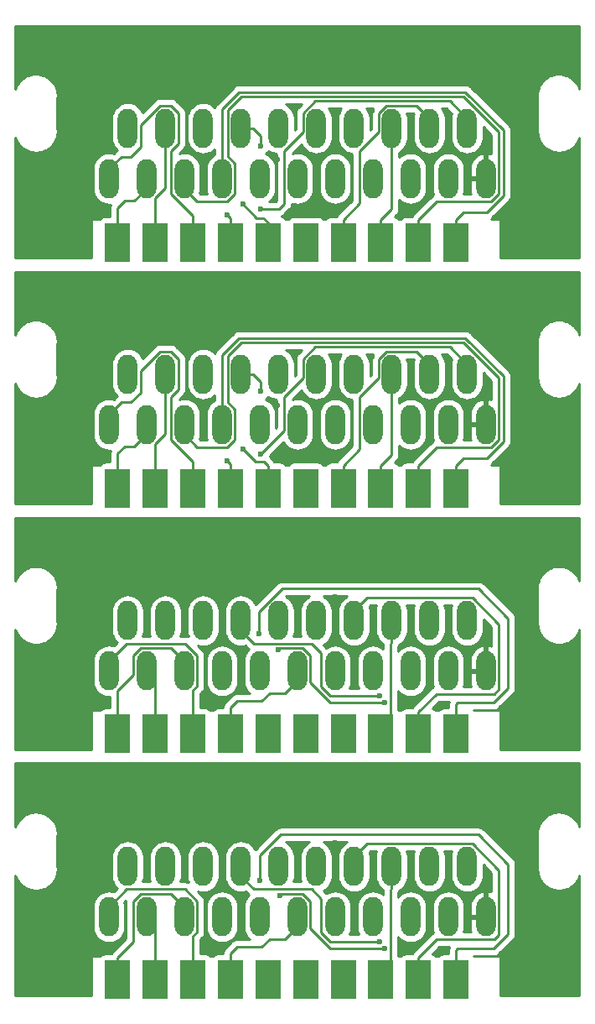
<source format=gtl>
G04 #@! TF.GenerationSoftware,KiCad,Pcbnew,(5.1.0)-1*
G04 #@! TF.CreationDate,2019-08-12T16:28:21-04:00*
G04 #@! TF.ProjectId,4x_PANEL,34785f50-414e-4454-9c2e-6b696361645f,rev?*
G04 #@! TF.SameCoordinates,Original*
G04 #@! TF.FileFunction,Copper,L1,Top*
G04 #@! TF.FilePolarity,Positive*
%FSLAX46Y46*%
G04 Gerber Fmt 4.6, Leading zero omitted, Abs format (unit mm)*
G04 Created by KiCad (PCBNEW (5.1.0)-1) date 2019-08-12 16:28:21*
%MOMM*%
%LPD*%
G04 APERTURE LIST*
%ADD10R,2.500000X4.000000*%
%ADD11O,1.981200X3.962400*%
%ADD12C,0.600000*%
%ADD13C,0.250000*%
%ADD14C,0.254000*%
G04 APERTURE END LIST*
D10*
X147925000Y-114550000D03*
X144125000Y-114550000D03*
X140325000Y-114550000D03*
X136525000Y-114550000D03*
X132725000Y-114550000D03*
X128925000Y-114550000D03*
X125125000Y-114550000D03*
X121325000Y-114550000D03*
X117525000Y-114550000D03*
X113725000Y-114550000D03*
X147925000Y-139340501D03*
X144125000Y-139340501D03*
X140325000Y-139340501D03*
X136525000Y-139340501D03*
X132725000Y-139340501D03*
X128925000Y-139340501D03*
X125125000Y-139340501D03*
X121325000Y-139340501D03*
X117525000Y-139340501D03*
X113725000Y-139340501D03*
D11*
X150950000Y-132980000D03*
X149045000Y-127900000D03*
X147140000Y-132980000D03*
X145235000Y-127900000D03*
X143330000Y-132980000D03*
X141425000Y-127900000D03*
X139520000Y-132980000D03*
X137615000Y-127900000D03*
X135710000Y-132980000D03*
X133805000Y-127900000D03*
X131900000Y-132980000D03*
X129995000Y-127900000D03*
X128090000Y-132980000D03*
X126185000Y-127900000D03*
X124280000Y-132980000D03*
X122375000Y-127900000D03*
X120470000Y-132980000D03*
X118565000Y-127900000D03*
X116660000Y-132980000D03*
X114755000Y-127900000D03*
X112850000Y-132980000D03*
X112850000Y-83330000D03*
X114755000Y-78250000D03*
X116660000Y-83330000D03*
X118565000Y-78250000D03*
X120470000Y-83330000D03*
X122375000Y-78250000D03*
X124280000Y-83330000D03*
X126185000Y-78250000D03*
X128090000Y-83330000D03*
X129995000Y-78250000D03*
X131900000Y-83330000D03*
X133805000Y-78250000D03*
X135710000Y-83330000D03*
X137615000Y-78250000D03*
X139520000Y-83330000D03*
X141425000Y-78250000D03*
X143330000Y-83330000D03*
X145235000Y-78250000D03*
X147140000Y-83330000D03*
X149045000Y-78250000D03*
X150950000Y-83330000D03*
D10*
X113725000Y-89750000D03*
X117525000Y-89750000D03*
X121325000Y-89750000D03*
X125125000Y-89750000D03*
X128925000Y-89750000D03*
X132725000Y-89750000D03*
X136525000Y-89750000D03*
X140325000Y-89750000D03*
X144125000Y-89750000D03*
X147925000Y-89750000D03*
D11*
X150950000Y-108130000D03*
X149045000Y-103050000D03*
X147140000Y-108130000D03*
X145235000Y-103050000D03*
X143330000Y-108130000D03*
X141425000Y-103050000D03*
X139520000Y-108130000D03*
X137615000Y-103050000D03*
X135710000Y-108130000D03*
X133805000Y-103050000D03*
X131900000Y-108130000D03*
X129995000Y-103050000D03*
X128090000Y-108130000D03*
X126185000Y-103050000D03*
X124280000Y-108130000D03*
X122375000Y-103050000D03*
X120470000Y-108130000D03*
X118565000Y-103050000D03*
X116660000Y-108130000D03*
X114755000Y-103050000D03*
X112850000Y-108130000D03*
D10*
X113725000Y-164140501D03*
X117525000Y-164140501D03*
X121325000Y-164140501D03*
X125125000Y-164140501D03*
X128925000Y-164140501D03*
X132725000Y-164140501D03*
X136525000Y-164140501D03*
X140325000Y-164140501D03*
X144125000Y-164140501D03*
X147925000Y-164140501D03*
D11*
X112850000Y-157780000D03*
X114755000Y-152700000D03*
X116660000Y-157780000D03*
X118565000Y-152700000D03*
X120470000Y-157780000D03*
X122375000Y-152700000D03*
X124280000Y-157780000D03*
X126185000Y-152700000D03*
X128090000Y-157780000D03*
X129995000Y-152700000D03*
X131900000Y-157780000D03*
X133805000Y-152700000D03*
X135710000Y-157780000D03*
X137615000Y-152700000D03*
X139520000Y-157780000D03*
X141425000Y-152700000D03*
X143330000Y-157780000D03*
X145235000Y-152700000D03*
X147140000Y-157780000D03*
X149045000Y-152700000D03*
X150950000Y-157780000D03*
D12*
X124762500Y-111762500D03*
X140200000Y-160300000D03*
X124762500Y-86962500D03*
X140200000Y-135500000D03*
X140675000Y-160943721D03*
X140675000Y-136143721D03*
X126400000Y-85875000D03*
X126400000Y-110600000D03*
X129973790Y-130831210D03*
X130100000Y-155631210D03*
X128200000Y-86400000D03*
X128200000Y-111100000D03*
X128000000Y-129200000D03*
X128100000Y-154100000D03*
X145300000Y-106050000D03*
X143350000Y-105050000D03*
X135700000Y-101350000D03*
X139450000Y-101300000D03*
X131850000Y-100900000D03*
X129850000Y-106200000D03*
X134000000Y-110300000D03*
X113900000Y-93850000D03*
X117750000Y-94000000D03*
X128950000Y-94050000D03*
X135650000Y-94050000D03*
X139550000Y-94050000D03*
X144450000Y-94350000D03*
X149800000Y-94550000D03*
X156950000Y-94700000D03*
X158950000Y-106750000D03*
X158550000Y-113400000D03*
X104750000Y-114400000D03*
X104200000Y-107600000D03*
X109000000Y-105100000D03*
X105550000Y-94400000D03*
X158100000Y-142700000D03*
X155600000Y-142700000D03*
X153100000Y-142700000D03*
X150600000Y-142700000D03*
X148100000Y-142700000D03*
X145600000Y-142700000D03*
X143100000Y-142700000D03*
X140600000Y-142700000D03*
X138100000Y-142700000D03*
X135600000Y-142700000D03*
X133100000Y-142700000D03*
X130600000Y-142700000D03*
X128100000Y-142700000D03*
X125600000Y-142700000D03*
X123100000Y-142700000D03*
X120600000Y-142700000D03*
X118100000Y-142700000D03*
X115600000Y-142700000D03*
X113100000Y-142700000D03*
X110600000Y-142700000D03*
X108100000Y-142700000D03*
X105600000Y-142700000D03*
X153100000Y-164800000D03*
X158100000Y-144800000D03*
X105600000Y-144800000D03*
X105600000Y-164800000D03*
X108100000Y-164800000D03*
X128600000Y-149600000D03*
X135700000Y-150300000D03*
X131900000Y-151800000D03*
X146500000Y-161100000D03*
X137600000Y-157700000D03*
X145200000Y-157700000D03*
X104900000Y-157200000D03*
X105000000Y-159900000D03*
X104600000Y-162300000D03*
X154700000Y-164900000D03*
X158400000Y-162200000D03*
X158700000Y-159900000D03*
X158700000Y-157200000D03*
X159200000Y-164799998D03*
X158550000Y-88600000D03*
X139450000Y-76500000D03*
X145300000Y-81250000D03*
X143350000Y-80250000D03*
X129850000Y-81400000D03*
X131850000Y-76100000D03*
X134000000Y-85500000D03*
X113900000Y-69050000D03*
X135650000Y-69250000D03*
X139550000Y-69250000D03*
X144450000Y-69550000D03*
X149800000Y-69750000D03*
X156950000Y-69900000D03*
X104750000Y-89600000D03*
X104200000Y-82800000D03*
X128950000Y-69250000D03*
X117750000Y-69200000D03*
X135700000Y-76550000D03*
X158950000Y-81950000D03*
X105550000Y-69600000D03*
X109000000Y-80300000D03*
X150600000Y-117900000D03*
X148100000Y-117900000D03*
X108100000Y-117900000D03*
X131900000Y-127000000D03*
X105000000Y-135100000D03*
X145200000Y-132900000D03*
X104600000Y-137500000D03*
X154700000Y-140100000D03*
X130600000Y-117900000D03*
X105600000Y-140000000D03*
X153100000Y-140000000D03*
X137600000Y-132900000D03*
X158400000Y-137400000D03*
X120600000Y-117900000D03*
X158700000Y-135100000D03*
X158700000Y-132400000D03*
X159200000Y-139999998D03*
X135700000Y-125500000D03*
X133100000Y-117900000D03*
X146500000Y-136300000D03*
X104900000Y-132400000D03*
X143100000Y-117900000D03*
X110600000Y-117900000D03*
X118100000Y-117900000D03*
X135600000Y-117900000D03*
X125600000Y-117900000D03*
X158100000Y-120000000D03*
X113100000Y-117900000D03*
X123100000Y-117900000D03*
X128600000Y-124800000D03*
X122300000Y-136200000D03*
X138100000Y-117900000D03*
X128100000Y-117900000D03*
X115600000Y-117900000D03*
X105600000Y-120000000D03*
X145600000Y-117900000D03*
X140600000Y-117900000D03*
X105600000Y-117900000D03*
X108100000Y-140000000D03*
X158100000Y-117900000D03*
X153100000Y-117900000D03*
X155600000Y-117900000D03*
X122352417Y-161087512D03*
X128200000Y-104800000D03*
X128200000Y-80000000D03*
D13*
X141425000Y-105281200D02*
X141425000Y-103050000D01*
X141425000Y-111200000D02*
X141425000Y-105281200D01*
X140325000Y-112300000D02*
X141425000Y-111200000D01*
X140325000Y-114550000D02*
X140325000Y-112300000D01*
X141425000Y-154931200D02*
X141425000Y-152700000D01*
X141300000Y-155056200D02*
X141425000Y-154931200D01*
X141300000Y-162415501D02*
X141300000Y-155056200D01*
X140325000Y-164140501D02*
X140325000Y-163390501D01*
X140325000Y-163390501D02*
X141300000Y-162415501D01*
X141425000Y-86400000D02*
X141425000Y-80481200D01*
X141425000Y-80481200D02*
X141425000Y-78250000D01*
X140325000Y-87500000D02*
X141425000Y-86400000D01*
X140325000Y-89750000D02*
X140325000Y-87500000D01*
X141425000Y-130131200D02*
X141425000Y-127900000D01*
X141300000Y-137615501D02*
X141300000Y-130256200D01*
X141300000Y-130256200D02*
X141425000Y-130131200D01*
X140325000Y-139340501D02*
X140325000Y-138590501D01*
X140325000Y-138590501D02*
X141300000Y-137615501D01*
X125125000Y-112125000D02*
X124762500Y-111762500D01*
X125125000Y-114550000D02*
X125125000Y-112125000D01*
X127500610Y-155006210D02*
X133306210Y-155006210D01*
X134300000Y-159400000D02*
X135200000Y-160300000D01*
X126185000Y-153690600D02*
X127500610Y-155006210D01*
X135200000Y-160300000D02*
X139775736Y-160300000D01*
X139775736Y-160300000D02*
X140200000Y-160300000D01*
X134300000Y-156000000D02*
X134300000Y-159400000D01*
X133306210Y-155006210D02*
X134300000Y-156000000D01*
X126185000Y-152700000D02*
X126185000Y-153690600D01*
X125125000Y-87325000D02*
X124762500Y-86962500D01*
X125125000Y-89750000D02*
X125125000Y-87325000D01*
X126185000Y-128890600D02*
X127500610Y-130206210D01*
X135200000Y-135500000D02*
X139775736Y-135500000D01*
X139775736Y-135500000D02*
X140200000Y-135500000D01*
X127500610Y-130206210D02*
X133306210Y-130206210D01*
X126185000Y-127900000D02*
X126185000Y-128890600D01*
X134300000Y-131200000D02*
X134300000Y-134600000D01*
X134300000Y-134600000D02*
X135200000Y-135500000D01*
X133306210Y-130206210D02*
X134300000Y-131200000D01*
X140880057Y-100743790D02*
X143919390Y-100743790D01*
X140109390Y-101514457D02*
X140880057Y-100743790D01*
X140109390Y-103406763D02*
X140109390Y-101514457D01*
X145235000Y-102059400D02*
X145235000Y-103050000D01*
X138204390Y-105311763D02*
X140109390Y-103406763D01*
X143919390Y-100743790D02*
X145235000Y-102059400D01*
X138204390Y-110620610D02*
X138204390Y-105311763D01*
X136525000Y-112300000D02*
X138204390Y-110620610D01*
X136525000Y-114550000D02*
X136525000Y-112300000D01*
X137615000Y-151709400D02*
X137615000Y-152700000D01*
X138930610Y-150393790D02*
X137615000Y-151709400D01*
X149589943Y-150393790D02*
X138930610Y-150393790D01*
X152265610Y-153069457D02*
X149589943Y-150393790D01*
X152265610Y-159634390D02*
X152265610Y-153069457D01*
X145929291Y-160086210D02*
X151813790Y-160086210D01*
X144125000Y-161890501D02*
X145929291Y-160086210D01*
X151813790Y-160086210D02*
X152265610Y-159634390D01*
X144125000Y-164140501D02*
X144125000Y-161890501D01*
X140880057Y-75943790D02*
X143919390Y-75943790D01*
X140109390Y-76714457D02*
X140880057Y-75943790D01*
X140109390Y-78606763D02*
X140109390Y-76714457D01*
X145235000Y-77259400D02*
X145235000Y-78250000D01*
X138204390Y-80511763D02*
X140109390Y-78606763D01*
X143919390Y-75943790D02*
X145235000Y-77259400D01*
X136525000Y-87500000D02*
X138204390Y-85820610D01*
X136525000Y-89750000D02*
X136525000Y-87500000D01*
X138204390Y-85820610D02*
X138204390Y-80511763D01*
X137615000Y-126909400D02*
X137615000Y-127900000D01*
X138930610Y-125593790D02*
X137615000Y-126909400D01*
X149589943Y-125593790D02*
X138930610Y-125593790D01*
X152265610Y-134834390D02*
X152265610Y-128269457D01*
X145929291Y-135286210D02*
X151813790Y-135286210D01*
X152265610Y-128269457D02*
X149589943Y-125593790D01*
X151813790Y-135286210D02*
X152265610Y-134834390D01*
X144125000Y-139340501D02*
X144125000Y-137090501D01*
X144125000Y-137090501D02*
X145929291Y-135286210D01*
X128925000Y-87761410D02*
X128925000Y-89750000D01*
X128449990Y-87286400D02*
X128925000Y-87761410D01*
X127786400Y-87286400D02*
X128449990Y-87286400D01*
X126400000Y-85875000D02*
X126400000Y-85900000D01*
X126400000Y-85900000D02*
X127786400Y-87286400D01*
X126400000Y-110600000D02*
X127700000Y-111900000D01*
X128925000Y-112300000D02*
X128925000Y-114550000D01*
X128525000Y-111900000D02*
X128925000Y-112300000D01*
X127700000Y-111900000D02*
X128525000Y-111900000D01*
X132444943Y-130673790D02*
X129973790Y-130673790D01*
X133215610Y-131444457D02*
X132444943Y-130673790D01*
X133215610Y-134152020D02*
X133215610Y-131444457D01*
X140675000Y-136143721D02*
X135207311Y-136143721D01*
X135207311Y-136143721D02*
X133215610Y-134152020D01*
X129973790Y-130673790D02*
X129973790Y-130831210D01*
X132444943Y-155473790D02*
X130626210Y-155473790D01*
X133215610Y-156244457D02*
X132444943Y-155473790D01*
X133215610Y-158952020D02*
X133215610Y-156244457D01*
X140675000Y-160943721D02*
X135207311Y-160943721D01*
X135207311Y-160943721D02*
X133215610Y-158952020D01*
X130626210Y-155473790D02*
X130257420Y-155473790D01*
X130257420Y-155473790D02*
X130100000Y-155631210D01*
X149045000Y-77259400D02*
X149045000Y-78250000D01*
X147279380Y-75493780D02*
X149045000Y-77259400D01*
X128200000Y-86400000D02*
X130025000Y-86400000D01*
X130584390Y-85840610D02*
X130584390Y-80511763D01*
X130584390Y-80511763D02*
X132489390Y-78606763D01*
X133710067Y-75493780D02*
X147279380Y-75493780D01*
X132489390Y-78606763D02*
X132489390Y-76714457D01*
X130025000Y-86400000D02*
X130584390Y-85840610D01*
X132489390Y-76714457D02*
X133710067Y-75493780D01*
X149045000Y-102059400D02*
X149045000Y-103050000D01*
X147279380Y-100293780D02*
X149045000Y-102059400D01*
X130584390Y-108715610D02*
X130584390Y-105311763D01*
X128200000Y-111100000D02*
X130584390Y-108715610D01*
X132489390Y-103406763D02*
X132489390Y-101514457D01*
X132489390Y-101514457D02*
X133710067Y-100293780D01*
X130584390Y-105311763D02*
X132489390Y-103406763D01*
X133710067Y-100293780D02*
X147279380Y-100293780D01*
X147925000Y-136375000D02*
X147925000Y-139340501D01*
X150200000Y-124700000D02*
X153200000Y-127700000D01*
X153200000Y-127700000D02*
X153200000Y-134700000D01*
X130600000Y-124700000D02*
X150200000Y-124700000D01*
X153200000Y-134700000D02*
X151700000Y-136200000D01*
X151700000Y-136200000D02*
X148100000Y-136200000D01*
X148100000Y-136200000D02*
X147925000Y-136375000D01*
X128000000Y-127043847D02*
X128000000Y-129200000D01*
X130600000Y-124700000D02*
X130343847Y-124700000D01*
X130343847Y-124700000D02*
X128000000Y-127043847D01*
X147925000Y-161175000D02*
X147925000Y-164140501D01*
X150200000Y-149500000D02*
X153200000Y-152500000D01*
X130200000Y-149500000D02*
X150200000Y-149500000D01*
X153200000Y-152500000D02*
X153200000Y-159500000D01*
X153200000Y-159500000D02*
X151700000Y-161000000D01*
X151700000Y-161000000D02*
X148100000Y-161000000D01*
X148100000Y-161000000D02*
X147925000Y-161175000D01*
X130200000Y-149500000D02*
X128100000Y-151600000D01*
X128100000Y-151600000D02*
X128100000Y-154100000D01*
X114090600Y-81098800D02*
X112850000Y-82339400D01*
X115081200Y-81098800D02*
X114090600Y-81098800D01*
X116070610Y-77893237D02*
X116070610Y-80109390D01*
X118020057Y-75943790D02*
X116070610Y-77893237D01*
X119109943Y-75943790D02*
X118020057Y-75943790D01*
X112850000Y-82339400D02*
X112850000Y-83330000D01*
X119880610Y-76714457D02*
X119109943Y-75943790D01*
X119154390Y-80511763D02*
X119880610Y-79785543D01*
X119154390Y-84865543D02*
X119154390Y-80511763D01*
X116070610Y-80109390D02*
X115081200Y-81098800D01*
X119880610Y-79785543D02*
X119880610Y-76714457D01*
X121325000Y-87036153D02*
X119154390Y-84865543D01*
X121325000Y-89750000D02*
X121325000Y-87036153D01*
X114090600Y-105898800D02*
X112850000Y-107139400D01*
X115081200Y-105898800D02*
X114090600Y-105898800D01*
X116070610Y-104909390D02*
X115081200Y-105898800D01*
X116070610Y-102693237D02*
X116070610Y-104909390D01*
X119109943Y-100743790D02*
X118020057Y-100743790D01*
X112850000Y-107139400D02*
X112850000Y-108130000D01*
X119880610Y-101514457D02*
X119109943Y-100743790D01*
X119880610Y-104585543D02*
X119880610Y-101514457D01*
X119154390Y-105311763D02*
X119880610Y-104585543D01*
X118020057Y-100743790D02*
X116070610Y-102693237D01*
X119154390Y-109665543D02*
X119154390Y-105311763D01*
X121325000Y-111836153D02*
X119154390Y-109665543D01*
X121325000Y-114550000D02*
X121325000Y-111836153D01*
X120470000Y-131989400D02*
X120470000Y-132980000D01*
X119154390Y-130673790D02*
X120470000Y-131989400D01*
X116115057Y-130673790D02*
X119154390Y-130673790D01*
X115344390Y-131444457D02*
X116115057Y-130673790D01*
X115344390Y-133336763D02*
X115344390Y-131444457D01*
X113725000Y-134956153D02*
X115344390Y-133336763D01*
X113725000Y-139340501D02*
X113725000Y-134956153D01*
X120470000Y-156789400D02*
X120470000Y-157780000D01*
X119154390Y-155473790D02*
X120470000Y-156789400D01*
X116115057Y-155473790D02*
X119154390Y-155473790D01*
X115344390Y-156244457D02*
X116115057Y-155473790D01*
X115344390Y-160271111D02*
X115344390Y-156244457D01*
X113725000Y-161890501D02*
X115344390Y-160271111D01*
X113725000Y-164140501D02*
X113725000Y-161890501D01*
X116660000Y-84320600D02*
X116660000Y-83330000D01*
X115419400Y-85561200D02*
X116660000Y-84320600D01*
X114428800Y-85561200D02*
X115419400Y-85561200D01*
X113725000Y-86265000D02*
X114428800Y-85561200D01*
X113725000Y-89750000D02*
X113725000Y-86265000D01*
X116660000Y-109120600D02*
X116660000Y-108130000D01*
X115419400Y-110361200D02*
X116660000Y-109120600D01*
X114428800Y-110361200D02*
X115419400Y-110361200D01*
X113725000Y-111065000D02*
X114428800Y-110361200D01*
X113725000Y-114550000D02*
X113725000Y-111065000D01*
X116660000Y-157780000D02*
X116660000Y-158770600D01*
X116660000Y-132980000D02*
X116660000Y-133970600D01*
X118565000Y-80481200D02*
X118565000Y-78250000D01*
X118565000Y-84276153D02*
X118565000Y-80481200D01*
X117525000Y-85316153D02*
X118565000Y-84276153D01*
X117525000Y-89750000D02*
X117525000Y-85316153D01*
X118565000Y-105281200D02*
X118565000Y-103050000D01*
X118565000Y-109076153D02*
X118565000Y-105281200D01*
X117525000Y-110116153D02*
X118565000Y-109076153D01*
X117525000Y-114550000D02*
X117525000Y-110116153D01*
X117525000Y-133845000D02*
X116660000Y-132980000D01*
X117525000Y-139340501D02*
X117525000Y-133845000D01*
X117525000Y-158645000D02*
X116660000Y-157780000D01*
X117525000Y-164140501D02*
X117525000Y-158645000D01*
X120470000Y-109120600D02*
X120470000Y-108130000D01*
X121785610Y-110436210D02*
X120470000Y-109120600D01*
X125595610Y-106594457D02*
X125595610Y-109665543D01*
X124869390Y-105868237D02*
X125595610Y-106594457D01*
X124869390Y-101180610D02*
X124869390Y-105868237D01*
X126206230Y-99843770D02*
X124869390Y-101180610D01*
X148689923Y-99843770D02*
X126206230Y-99843770D01*
X152265610Y-103419457D02*
X148689923Y-99843770D01*
X152265610Y-109665543D02*
X152265610Y-103419457D01*
X125595610Y-109665543D02*
X124824943Y-110436210D01*
X151494943Y-110436210D02*
X152265610Y-109665543D01*
X124824943Y-110436210D02*
X121785610Y-110436210D01*
X145988790Y-110436210D02*
X151494943Y-110436210D01*
X144125000Y-112300000D02*
X145988790Y-110436210D01*
X144125000Y-114550000D02*
X144125000Y-112300000D01*
X121785610Y-85636210D02*
X120470000Y-84320600D01*
X120470000Y-84320600D02*
X120470000Y-83330000D01*
X148689923Y-75043770D02*
X126206230Y-75043770D01*
X125595610Y-81794457D02*
X125595610Y-84865543D01*
X124869390Y-76380610D02*
X124869390Y-81068237D01*
X125595610Y-84865543D02*
X124824943Y-85636210D01*
X152265610Y-78619457D02*
X148689923Y-75043770D01*
X144125000Y-87500000D02*
X145988790Y-85636210D01*
X124869390Y-81068237D02*
X125595610Y-81794457D01*
X126206230Y-75043770D02*
X124869390Y-76380610D01*
X152265610Y-84865543D02*
X152265610Y-78619457D01*
X151494943Y-85636210D02*
X152265610Y-84865543D01*
X144125000Y-89750000D02*
X144125000Y-87500000D01*
X124824943Y-85636210D02*
X121785610Y-85636210D01*
X145988790Y-85636210D02*
X151494943Y-85636210D01*
X112850000Y-131989400D02*
X112850000Y-132980000D01*
X114633190Y-130206210D02*
X112850000Y-131989400D01*
X121785610Y-131444457D02*
X120547363Y-130206210D01*
X121785610Y-134515543D02*
X121785610Y-131444457D01*
X120547363Y-130206210D02*
X114633190Y-130206210D01*
X121325000Y-134976153D02*
X121785610Y-134515543D01*
X121325000Y-139340501D02*
X121325000Y-134976153D01*
X114633190Y-155006210D02*
X112850000Y-156789400D01*
X120547363Y-155006210D02*
X114633190Y-155006210D01*
X121785610Y-156244457D02*
X120547363Y-155006210D01*
X112850000Y-156789400D02*
X112850000Y-157780000D01*
X121785610Y-159315543D02*
X121785610Y-156244457D01*
X121325000Y-159776153D02*
X121785610Y-159315543D01*
X121325000Y-164140501D02*
X121325000Y-159776153D01*
X147925000Y-112300000D02*
X148675000Y-111550000D01*
X147925000Y-114550000D02*
X147925000Y-112300000D01*
X124280000Y-105898800D02*
X124280000Y-108130000D01*
X124280000Y-101133590D02*
X124280000Y-105898800D01*
X126019829Y-99393761D02*
X124280000Y-101133590D01*
X148876323Y-99393760D02*
X126019829Y-99393761D01*
X152715619Y-103233056D02*
X148876323Y-99393760D01*
X152715620Y-109851943D02*
X152715619Y-103233056D01*
X151017563Y-111550000D02*
X152715620Y-109851943D01*
X148675000Y-111550000D02*
X151017563Y-111550000D01*
X124280000Y-81098800D02*
X124280000Y-83330000D01*
X148876323Y-74593760D02*
X126019829Y-74593761D01*
X147925000Y-87500000D02*
X148675000Y-86750000D01*
X152715620Y-85051943D02*
X152715619Y-78433056D01*
X148675000Y-86750000D02*
X151017563Y-86750000D01*
X147925000Y-89750000D02*
X147925000Y-87500000D01*
X152715619Y-78433056D02*
X148876323Y-74593760D01*
X151017563Y-86750000D02*
X152715620Y-85051943D01*
X124280000Y-76333590D02*
X124280000Y-81098800D01*
X126019829Y-74593761D02*
X124280000Y-76333590D01*
X127425600Y-103050000D02*
X126185000Y-103050000D01*
X128200000Y-103824400D02*
X127425600Y-103050000D01*
X128200000Y-104800000D02*
X128200000Y-103824400D01*
X131900000Y-158770600D02*
X131900000Y-157780000D01*
X130659400Y-160011200D02*
X131900000Y-158770600D01*
X129088800Y-160011200D02*
X130659400Y-160011200D01*
X125800000Y-160800000D02*
X128300000Y-160800000D01*
X128300000Y-160800000D02*
X129088800Y-160011200D01*
X125125000Y-161475000D02*
X125125000Y-164140501D01*
X125800000Y-160800000D02*
X125125000Y-161475000D01*
X127425600Y-78250000D02*
X126185000Y-78250000D01*
X128200000Y-79024400D02*
X127425600Y-78250000D01*
X128200000Y-80000000D02*
X128200000Y-79024400D01*
X131900000Y-133970600D02*
X131900000Y-132980000D01*
X128300000Y-136000000D02*
X129088800Y-135211200D01*
X129088800Y-135211200D02*
X130659400Y-135211200D01*
X125125000Y-136675000D02*
X125125000Y-139340501D01*
X130659400Y-135211200D02*
X131900000Y-133970600D01*
X125800000Y-136000000D02*
X128300000Y-136000000D01*
X125800000Y-136000000D02*
X125125000Y-136675000D01*
X132725000Y-114550000D02*
X132725000Y-113800000D01*
X132725000Y-89750000D02*
X132725000Y-89000000D01*
D14*
G36*
X160390001Y-99087191D02*
G01*
X160345868Y-98948068D01*
X160322290Y-98893058D01*
X160299508Y-98837783D01*
X160295125Y-98829677D01*
X160151836Y-98569034D01*
X160118048Y-98519687D01*
X160084936Y-98469850D01*
X160079062Y-98462749D01*
X159887876Y-98234904D01*
X159845146Y-98193060D01*
X159802987Y-98150605D01*
X159795846Y-98144781D01*
X159564045Y-97958408D01*
X159514031Y-97925680D01*
X159464398Y-97892202D01*
X159456261Y-97887876D01*
X159192675Y-97750077D01*
X159137219Y-97727672D01*
X159082068Y-97704488D01*
X159073246Y-97701825D01*
X158787915Y-97617847D01*
X158729175Y-97606642D01*
X158670558Y-97594609D01*
X158661386Y-97593710D01*
X158365178Y-97566753D01*
X158305361Y-97567171D01*
X158245544Y-97566753D01*
X158236372Y-97567653D01*
X157940569Y-97598742D01*
X157881972Y-97610771D01*
X157823210Y-97621980D01*
X157814388Y-97624644D01*
X157530257Y-97712598D01*
X157475139Y-97735768D01*
X157419650Y-97758186D01*
X157411514Y-97762513D01*
X157149878Y-97903979D01*
X157100311Y-97937412D01*
X157050232Y-97970183D01*
X157043091Y-97976008D01*
X156813915Y-98165597D01*
X156771774Y-98208034D01*
X156729024Y-98249897D01*
X156723150Y-98256998D01*
X156535164Y-98487492D01*
X156502049Y-98537334D01*
X156468265Y-98586674D01*
X156463882Y-98594781D01*
X156324246Y-98857399D01*
X156301458Y-98912687D01*
X156277886Y-98967683D01*
X156275162Y-98976487D01*
X156189193Y-99261225D01*
X156177570Y-99319925D01*
X156165137Y-99378419D01*
X156164174Y-99387584D01*
X156135150Y-99683596D01*
X156135150Y-99812406D01*
X156155801Y-99916697D01*
X156155800Y-103137952D01*
X156145478Y-103171300D01*
X156136932Y-103252622D01*
X156135299Y-103260870D01*
X156135299Y-103268164D01*
X156132016Y-103299404D01*
X156132016Y-103308620D01*
X156132165Y-103329898D01*
X156135298Y-103359700D01*
X156135298Y-103389680D01*
X156136262Y-103398844D01*
X156169416Y-103694424D01*
X156181853Y-103752936D01*
X156193471Y-103811614D01*
X156196196Y-103820413D01*
X156196197Y-103820419D01*
X156196199Y-103820425D01*
X156286130Y-104103928D01*
X156309691Y-104158899D01*
X156332491Y-104214217D01*
X156336874Y-104222323D01*
X156480163Y-104482965D01*
X156513947Y-104532305D01*
X156547062Y-104582147D01*
X156552936Y-104589247D01*
X156744122Y-104817094D01*
X156786853Y-104858939D01*
X156829013Y-104901395D01*
X156836155Y-104907219D01*
X157067956Y-105093591D01*
X157117968Y-105126318D01*
X157167600Y-105159795D01*
X157175737Y-105164121D01*
X157439323Y-105301921D01*
X157494783Y-105324328D01*
X157549931Y-105347511D01*
X157558753Y-105350174D01*
X157844083Y-105434152D01*
X157902837Y-105445360D01*
X157961441Y-105457390D01*
X157970613Y-105458289D01*
X158266820Y-105485246D01*
X158326637Y-105484828D01*
X158386455Y-105485246D01*
X158395626Y-105484347D01*
X158691430Y-105453257D01*
X158750017Y-105441230D01*
X158808787Y-105430020D01*
X158817609Y-105427356D01*
X159101740Y-105339403D01*
X159156883Y-105316223D01*
X159212348Y-105293814D01*
X159220485Y-105289487D01*
X159482121Y-105148021D01*
X159531705Y-105114576D01*
X159581768Y-105081816D01*
X159588909Y-105075992D01*
X159818085Y-104886401D01*
X159860224Y-104843966D01*
X159902974Y-104802103D01*
X159908848Y-104795002D01*
X160096834Y-104564509D01*
X160129938Y-104514682D01*
X160163733Y-104465327D01*
X160168116Y-104457221D01*
X160307753Y-104194603D01*
X160330560Y-104139269D01*
X160354114Y-104084314D01*
X160356838Y-104075515D01*
X160356840Y-104075509D01*
X160390001Y-103965674D01*
X160390000Y-116090000D01*
X152427000Y-116090000D01*
X152427000Y-112300000D01*
X152424560Y-112275224D01*
X152417333Y-112251399D01*
X152405597Y-112229443D01*
X152389803Y-112210197D01*
X152370557Y-112194403D01*
X152348601Y-112182667D01*
X152324776Y-112175440D01*
X152300000Y-112173000D01*
X151456429Y-112173000D01*
X151557564Y-112090001D01*
X151581367Y-112060997D01*
X153226628Y-110415737D01*
X153255621Y-110391943D01*
X153279415Y-110362950D01*
X153279419Y-110362946D01*
X153350593Y-110276220D01*
X153421166Y-110144190D01*
X153461284Y-110011934D01*
X153464623Y-110000928D01*
X153475620Y-109889275D01*
X153475620Y-109889267D01*
X153479296Y-109851944D01*
X153475620Y-109814621D01*
X153475618Y-103270388D01*
X153479295Y-103233055D01*
X153464621Y-103084069D01*
X153421164Y-102940809D01*
X153350592Y-102808779D01*
X153279418Y-102722052D01*
X153279408Y-102722042D01*
X153255619Y-102693055D01*
X153226632Y-102669266D01*
X149440121Y-98882757D01*
X149416323Y-98853759D01*
X149356429Y-98804605D01*
X149300599Y-98758786D01*
X149168569Y-98688214D01*
X149126029Y-98675310D01*
X149025308Y-98644757D01*
X148913655Y-98633760D01*
X148913645Y-98633760D01*
X148876323Y-98630084D01*
X148839001Y-98633760D01*
X126057164Y-98633762D01*
X126019829Y-98630085D01*
X125870843Y-98644758D01*
X125727582Y-98688215D01*
X125595553Y-98758787D01*
X125508826Y-98829962D01*
X125508821Y-98829967D01*
X125479828Y-98853761D01*
X125456034Y-98882754D01*
X123769003Y-100569786D01*
X123739999Y-100593589D01*
X123701411Y-100640609D01*
X123645026Y-100709314D01*
X123591790Y-100808911D01*
X123574454Y-100841344D01*
X123548508Y-100926877D01*
X123530034Y-100904366D01*
X123282505Y-100701223D01*
X123000100Y-100550275D01*
X122693673Y-100457322D01*
X122375000Y-100425935D01*
X122056328Y-100457322D01*
X121749901Y-100550275D01*
X121467496Y-100701223D01*
X121219967Y-100904366D01*
X121016824Y-101151895D01*
X120865876Y-101434300D01*
X120772923Y-101740727D01*
X120749401Y-101979546D01*
X120749400Y-104120453D01*
X120772922Y-104359272D01*
X120865875Y-104665699D01*
X121016823Y-104948104D01*
X121219966Y-105195634D01*
X121467495Y-105398777D01*
X121749900Y-105549725D01*
X122056327Y-105642678D01*
X122375000Y-105674065D01*
X122693672Y-105642678D01*
X123000099Y-105549725D01*
X123282504Y-105398777D01*
X123520001Y-105203868D01*
X123520001Y-105702380D01*
X123372496Y-105781223D01*
X123124967Y-105984366D01*
X122921824Y-106231895D01*
X122770876Y-106514300D01*
X122677923Y-106820727D01*
X122654401Y-107059546D01*
X122654400Y-109200453D01*
X122677922Y-109439272D01*
X122749796Y-109676210D01*
X122100412Y-109676210D01*
X122023527Y-109599325D01*
X122072078Y-109439273D01*
X122095600Y-109200454D01*
X122095600Y-107059546D01*
X122072078Y-106820727D01*
X121979125Y-106514300D01*
X121828177Y-106231895D01*
X121625034Y-105984366D01*
X121377505Y-105781223D01*
X121095100Y-105630275D01*
X120788673Y-105537322D01*
X120470000Y-105505935D01*
X120151328Y-105537322D01*
X119939321Y-105601633D01*
X120391614Y-105149341D01*
X120420611Y-105125544D01*
X120515584Y-105009819D01*
X120586156Y-104877790D01*
X120629613Y-104734529D01*
X120640610Y-104622876D01*
X120640610Y-104622867D01*
X120644286Y-104585544D01*
X120640610Y-104548221D01*
X120640610Y-101551782D01*
X120644286Y-101514457D01*
X120640610Y-101477132D01*
X120640610Y-101477124D01*
X120629613Y-101365471D01*
X120586156Y-101222210D01*
X120515584Y-101090181D01*
X120420611Y-100974456D01*
X120391612Y-100950658D01*
X119673746Y-100232792D01*
X119649944Y-100203789D01*
X119534219Y-100108816D01*
X119402190Y-100038244D01*
X119258929Y-99994787D01*
X119147276Y-99983790D01*
X119147265Y-99983790D01*
X119109943Y-99980114D01*
X119072621Y-99983790D01*
X118057379Y-99983790D01*
X118020056Y-99980114D01*
X117982733Y-99983790D01*
X117982724Y-99983790D01*
X117871071Y-99994787D01*
X117727810Y-100038244D01*
X117595781Y-100108816D01*
X117579742Y-100121979D01*
X117509053Y-100179991D01*
X117509049Y-100179995D01*
X117480056Y-100203789D01*
X117456262Y-100232782D01*
X116260858Y-101428187D01*
X116113177Y-101151895D01*
X115910034Y-100904366D01*
X115662505Y-100701223D01*
X115380100Y-100550275D01*
X115073673Y-100457322D01*
X114755000Y-100425935D01*
X114436328Y-100457322D01*
X114129901Y-100550275D01*
X113847496Y-100701223D01*
X113599967Y-100904366D01*
X113396824Y-101151895D01*
X113245876Y-101434300D01*
X113152923Y-101740727D01*
X113129401Y-101979546D01*
X113129400Y-104120453D01*
X113152922Y-104359272D01*
X113245875Y-104665699D01*
X113396823Y-104948104D01*
X113599966Y-105195634D01*
X113676458Y-105258409D01*
X113666324Y-105263826D01*
X113550599Y-105358799D01*
X113526801Y-105387797D01*
X113328725Y-105585873D01*
X113168673Y-105537322D01*
X112850000Y-105505935D01*
X112531328Y-105537322D01*
X112224901Y-105630275D01*
X111942496Y-105781223D01*
X111694967Y-105984366D01*
X111491824Y-106231895D01*
X111340876Y-106514300D01*
X111247923Y-106820727D01*
X111224401Y-107059546D01*
X111224400Y-109200453D01*
X111247922Y-109439272D01*
X111340875Y-109745699D01*
X111491823Y-110028104D01*
X111694966Y-110275634D01*
X111942495Y-110478777D01*
X112224900Y-110629725D01*
X112531327Y-110722678D01*
X112850000Y-110754065D01*
X113039416Y-110735409D01*
X113019454Y-110772754D01*
X113002917Y-110827271D01*
X112976298Y-110915027D01*
X112975998Y-110916015D01*
X112961324Y-111065000D01*
X112965001Y-111102332D01*
X112965001Y-111911928D01*
X112475000Y-111911928D01*
X112350518Y-111924188D01*
X112230820Y-111960498D01*
X112120506Y-112019463D01*
X112023815Y-112098815D01*
X111962933Y-112173000D01*
X111200000Y-112173000D01*
X111175224Y-112175440D01*
X111151399Y-112182667D01*
X111129443Y-112194403D01*
X111110197Y-112210197D01*
X111094403Y-112229443D01*
X111082667Y-112251399D01*
X111075440Y-112275224D01*
X111073000Y-112300000D01*
X111073000Y-116090000D01*
X103410000Y-116090000D01*
X103410000Y-103964810D01*
X103454130Y-104103928D01*
X103477691Y-104158899D01*
X103500491Y-104214217D01*
X103504874Y-104222323D01*
X103648163Y-104482965D01*
X103681947Y-104532305D01*
X103715062Y-104582147D01*
X103720936Y-104589247D01*
X103912122Y-104817094D01*
X103954853Y-104858939D01*
X103997013Y-104901395D01*
X104004155Y-104907219D01*
X104235956Y-105093591D01*
X104285968Y-105126318D01*
X104335600Y-105159795D01*
X104343737Y-105164121D01*
X104607323Y-105301921D01*
X104662783Y-105324328D01*
X104717931Y-105347511D01*
X104726753Y-105350174D01*
X105012083Y-105434152D01*
X105070837Y-105445360D01*
X105129441Y-105457390D01*
X105138613Y-105458289D01*
X105434820Y-105485246D01*
X105494637Y-105484828D01*
X105554455Y-105485246D01*
X105563626Y-105484347D01*
X105859430Y-105453257D01*
X105918017Y-105441230D01*
X105976787Y-105430020D01*
X105985609Y-105427356D01*
X106269740Y-105339403D01*
X106324883Y-105316223D01*
X106380348Y-105293814D01*
X106388485Y-105289487D01*
X106650121Y-105148021D01*
X106699705Y-105114576D01*
X106749768Y-105081816D01*
X106756909Y-105075992D01*
X106986085Y-104886401D01*
X107028224Y-104843966D01*
X107070974Y-104802103D01*
X107076848Y-104795002D01*
X107264834Y-104564509D01*
X107297938Y-104514682D01*
X107331733Y-104465327D01*
X107336116Y-104457221D01*
X107475753Y-104194603D01*
X107498560Y-104139269D01*
X107522114Y-104084314D01*
X107524838Y-104075515D01*
X107524840Y-104075509D01*
X107610806Y-103790773D01*
X107622422Y-103732108D01*
X107634862Y-103673584D01*
X107635825Y-103664419D01*
X107664850Y-103368406D01*
X107664850Y-103239596D01*
X107644200Y-103135305D01*
X107644200Y-99914047D01*
X107654522Y-99880699D01*
X107663068Y-99799377D01*
X107664701Y-99791129D01*
X107664701Y-99783835D01*
X107667984Y-99752594D01*
X107667984Y-99743379D01*
X107667835Y-99722100D01*
X107664702Y-99692298D01*
X107664702Y-99662319D01*
X107663738Y-99653154D01*
X107630584Y-99357575D01*
X107618151Y-99299081D01*
X107606528Y-99240381D01*
X107603803Y-99231578D01*
X107513868Y-98948068D01*
X107490290Y-98893058D01*
X107467508Y-98837783D01*
X107463125Y-98829677D01*
X107319836Y-98569034D01*
X107286048Y-98519687D01*
X107252936Y-98469850D01*
X107247062Y-98462749D01*
X107055876Y-98234904D01*
X107013146Y-98193060D01*
X106970987Y-98150605D01*
X106963846Y-98144781D01*
X106732045Y-97958408D01*
X106682031Y-97925680D01*
X106632398Y-97892202D01*
X106624261Y-97887876D01*
X106360675Y-97750077D01*
X106305219Y-97727672D01*
X106250068Y-97704488D01*
X106241246Y-97701825D01*
X105955915Y-97617847D01*
X105897175Y-97606642D01*
X105838558Y-97594609D01*
X105829386Y-97593710D01*
X105533178Y-97566753D01*
X105473361Y-97567171D01*
X105413544Y-97566753D01*
X105404372Y-97567653D01*
X105108569Y-97598742D01*
X105049972Y-97610771D01*
X104991210Y-97621980D01*
X104982388Y-97624644D01*
X104698257Y-97712598D01*
X104643139Y-97735768D01*
X104587650Y-97758186D01*
X104579514Y-97762513D01*
X104317878Y-97903979D01*
X104268311Y-97937412D01*
X104218232Y-97970183D01*
X104211091Y-97976008D01*
X103981915Y-98165597D01*
X103939774Y-98208034D01*
X103897024Y-98249897D01*
X103891150Y-98256998D01*
X103703164Y-98487492D01*
X103670049Y-98537334D01*
X103636265Y-98586674D01*
X103631882Y-98594781D01*
X103492246Y-98857399D01*
X103469458Y-98912687D01*
X103445886Y-98967683D01*
X103443162Y-98976487D01*
X103410000Y-99086323D01*
X103410000Y-92710000D01*
X160390001Y-92710000D01*
X160390001Y-99087191D01*
X160390001Y-99087191D01*
G37*
X160390001Y-99087191D02*
X160345868Y-98948068D01*
X160322290Y-98893058D01*
X160299508Y-98837783D01*
X160295125Y-98829677D01*
X160151836Y-98569034D01*
X160118048Y-98519687D01*
X160084936Y-98469850D01*
X160079062Y-98462749D01*
X159887876Y-98234904D01*
X159845146Y-98193060D01*
X159802987Y-98150605D01*
X159795846Y-98144781D01*
X159564045Y-97958408D01*
X159514031Y-97925680D01*
X159464398Y-97892202D01*
X159456261Y-97887876D01*
X159192675Y-97750077D01*
X159137219Y-97727672D01*
X159082068Y-97704488D01*
X159073246Y-97701825D01*
X158787915Y-97617847D01*
X158729175Y-97606642D01*
X158670558Y-97594609D01*
X158661386Y-97593710D01*
X158365178Y-97566753D01*
X158305361Y-97567171D01*
X158245544Y-97566753D01*
X158236372Y-97567653D01*
X157940569Y-97598742D01*
X157881972Y-97610771D01*
X157823210Y-97621980D01*
X157814388Y-97624644D01*
X157530257Y-97712598D01*
X157475139Y-97735768D01*
X157419650Y-97758186D01*
X157411514Y-97762513D01*
X157149878Y-97903979D01*
X157100311Y-97937412D01*
X157050232Y-97970183D01*
X157043091Y-97976008D01*
X156813915Y-98165597D01*
X156771774Y-98208034D01*
X156729024Y-98249897D01*
X156723150Y-98256998D01*
X156535164Y-98487492D01*
X156502049Y-98537334D01*
X156468265Y-98586674D01*
X156463882Y-98594781D01*
X156324246Y-98857399D01*
X156301458Y-98912687D01*
X156277886Y-98967683D01*
X156275162Y-98976487D01*
X156189193Y-99261225D01*
X156177570Y-99319925D01*
X156165137Y-99378419D01*
X156164174Y-99387584D01*
X156135150Y-99683596D01*
X156135150Y-99812406D01*
X156155801Y-99916697D01*
X156155800Y-103137952D01*
X156145478Y-103171300D01*
X156136932Y-103252622D01*
X156135299Y-103260870D01*
X156135299Y-103268164D01*
X156132016Y-103299404D01*
X156132016Y-103308620D01*
X156132165Y-103329898D01*
X156135298Y-103359700D01*
X156135298Y-103389680D01*
X156136262Y-103398844D01*
X156169416Y-103694424D01*
X156181853Y-103752936D01*
X156193471Y-103811614D01*
X156196196Y-103820413D01*
X156196197Y-103820419D01*
X156196199Y-103820425D01*
X156286130Y-104103928D01*
X156309691Y-104158899D01*
X156332491Y-104214217D01*
X156336874Y-104222323D01*
X156480163Y-104482965D01*
X156513947Y-104532305D01*
X156547062Y-104582147D01*
X156552936Y-104589247D01*
X156744122Y-104817094D01*
X156786853Y-104858939D01*
X156829013Y-104901395D01*
X156836155Y-104907219D01*
X157067956Y-105093591D01*
X157117968Y-105126318D01*
X157167600Y-105159795D01*
X157175737Y-105164121D01*
X157439323Y-105301921D01*
X157494783Y-105324328D01*
X157549931Y-105347511D01*
X157558753Y-105350174D01*
X157844083Y-105434152D01*
X157902837Y-105445360D01*
X157961441Y-105457390D01*
X157970613Y-105458289D01*
X158266820Y-105485246D01*
X158326637Y-105484828D01*
X158386455Y-105485246D01*
X158395626Y-105484347D01*
X158691430Y-105453257D01*
X158750017Y-105441230D01*
X158808787Y-105430020D01*
X158817609Y-105427356D01*
X159101740Y-105339403D01*
X159156883Y-105316223D01*
X159212348Y-105293814D01*
X159220485Y-105289487D01*
X159482121Y-105148021D01*
X159531705Y-105114576D01*
X159581768Y-105081816D01*
X159588909Y-105075992D01*
X159818085Y-104886401D01*
X159860224Y-104843966D01*
X159902974Y-104802103D01*
X159908848Y-104795002D01*
X160096834Y-104564509D01*
X160129938Y-104514682D01*
X160163733Y-104465327D01*
X160168116Y-104457221D01*
X160307753Y-104194603D01*
X160330560Y-104139269D01*
X160354114Y-104084314D01*
X160356838Y-104075515D01*
X160356840Y-104075509D01*
X160390001Y-103965674D01*
X160390000Y-116090000D01*
X152427000Y-116090000D01*
X152427000Y-112300000D01*
X152424560Y-112275224D01*
X152417333Y-112251399D01*
X152405597Y-112229443D01*
X152389803Y-112210197D01*
X152370557Y-112194403D01*
X152348601Y-112182667D01*
X152324776Y-112175440D01*
X152300000Y-112173000D01*
X151456429Y-112173000D01*
X151557564Y-112090001D01*
X151581367Y-112060997D01*
X153226628Y-110415737D01*
X153255621Y-110391943D01*
X153279415Y-110362950D01*
X153279419Y-110362946D01*
X153350593Y-110276220D01*
X153421166Y-110144190D01*
X153461284Y-110011934D01*
X153464623Y-110000928D01*
X153475620Y-109889275D01*
X153475620Y-109889267D01*
X153479296Y-109851944D01*
X153475620Y-109814621D01*
X153475618Y-103270388D01*
X153479295Y-103233055D01*
X153464621Y-103084069D01*
X153421164Y-102940809D01*
X153350592Y-102808779D01*
X153279418Y-102722052D01*
X153279408Y-102722042D01*
X153255619Y-102693055D01*
X153226632Y-102669266D01*
X149440121Y-98882757D01*
X149416323Y-98853759D01*
X149356429Y-98804605D01*
X149300599Y-98758786D01*
X149168569Y-98688214D01*
X149126029Y-98675310D01*
X149025308Y-98644757D01*
X148913655Y-98633760D01*
X148913645Y-98633760D01*
X148876323Y-98630084D01*
X148839001Y-98633760D01*
X126057164Y-98633762D01*
X126019829Y-98630085D01*
X125870843Y-98644758D01*
X125727582Y-98688215D01*
X125595553Y-98758787D01*
X125508826Y-98829962D01*
X125508821Y-98829967D01*
X125479828Y-98853761D01*
X125456034Y-98882754D01*
X123769003Y-100569786D01*
X123739999Y-100593589D01*
X123701411Y-100640609D01*
X123645026Y-100709314D01*
X123591790Y-100808911D01*
X123574454Y-100841344D01*
X123548508Y-100926877D01*
X123530034Y-100904366D01*
X123282505Y-100701223D01*
X123000100Y-100550275D01*
X122693673Y-100457322D01*
X122375000Y-100425935D01*
X122056328Y-100457322D01*
X121749901Y-100550275D01*
X121467496Y-100701223D01*
X121219967Y-100904366D01*
X121016824Y-101151895D01*
X120865876Y-101434300D01*
X120772923Y-101740727D01*
X120749401Y-101979546D01*
X120749400Y-104120453D01*
X120772922Y-104359272D01*
X120865875Y-104665699D01*
X121016823Y-104948104D01*
X121219966Y-105195634D01*
X121467495Y-105398777D01*
X121749900Y-105549725D01*
X122056327Y-105642678D01*
X122375000Y-105674065D01*
X122693672Y-105642678D01*
X123000099Y-105549725D01*
X123282504Y-105398777D01*
X123520001Y-105203868D01*
X123520001Y-105702380D01*
X123372496Y-105781223D01*
X123124967Y-105984366D01*
X122921824Y-106231895D01*
X122770876Y-106514300D01*
X122677923Y-106820727D01*
X122654401Y-107059546D01*
X122654400Y-109200453D01*
X122677922Y-109439272D01*
X122749796Y-109676210D01*
X122100412Y-109676210D01*
X122023527Y-109599325D01*
X122072078Y-109439273D01*
X122095600Y-109200454D01*
X122095600Y-107059546D01*
X122072078Y-106820727D01*
X121979125Y-106514300D01*
X121828177Y-106231895D01*
X121625034Y-105984366D01*
X121377505Y-105781223D01*
X121095100Y-105630275D01*
X120788673Y-105537322D01*
X120470000Y-105505935D01*
X120151328Y-105537322D01*
X119939321Y-105601633D01*
X120391614Y-105149341D01*
X120420611Y-105125544D01*
X120515584Y-105009819D01*
X120586156Y-104877790D01*
X120629613Y-104734529D01*
X120640610Y-104622876D01*
X120640610Y-104622867D01*
X120644286Y-104585544D01*
X120640610Y-104548221D01*
X120640610Y-101551782D01*
X120644286Y-101514457D01*
X120640610Y-101477132D01*
X120640610Y-101477124D01*
X120629613Y-101365471D01*
X120586156Y-101222210D01*
X120515584Y-101090181D01*
X120420611Y-100974456D01*
X120391612Y-100950658D01*
X119673746Y-100232792D01*
X119649944Y-100203789D01*
X119534219Y-100108816D01*
X119402190Y-100038244D01*
X119258929Y-99994787D01*
X119147276Y-99983790D01*
X119147265Y-99983790D01*
X119109943Y-99980114D01*
X119072621Y-99983790D01*
X118057379Y-99983790D01*
X118020056Y-99980114D01*
X117982733Y-99983790D01*
X117982724Y-99983790D01*
X117871071Y-99994787D01*
X117727810Y-100038244D01*
X117595781Y-100108816D01*
X117579742Y-100121979D01*
X117509053Y-100179991D01*
X117509049Y-100179995D01*
X117480056Y-100203789D01*
X117456262Y-100232782D01*
X116260858Y-101428187D01*
X116113177Y-101151895D01*
X115910034Y-100904366D01*
X115662505Y-100701223D01*
X115380100Y-100550275D01*
X115073673Y-100457322D01*
X114755000Y-100425935D01*
X114436328Y-100457322D01*
X114129901Y-100550275D01*
X113847496Y-100701223D01*
X113599967Y-100904366D01*
X113396824Y-101151895D01*
X113245876Y-101434300D01*
X113152923Y-101740727D01*
X113129401Y-101979546D01*
X113129400Y-104120453D01*
X113152922Y-104359272D01*
X113245875Y-104665699D01*
X113396823Y-104948104D01*
X113599966Y-105195634D01*
X113676458Y-105258409D01*
X113666324Y-105263826D01*
X113550599Y-105358799D01*
X113526801Y-105387797D01*
X113328725Y-105585873D01*
X113168673Y-105537322D01*
X112850000Y-105505935D01*
X112531328Y-105537322D01*
X112224901Y-105630275D01*
X111942496Y-105781223D01*
X111694967Y-105984366D01*
X111491824Y-106231895D01*
X111340876Y-106514300D01*
X111247923Y-106820727D01*
X111224401Y-107059546D01*
X111224400Y-109200453D01*
X111247922Y-109439272D01*
X111340875Y-109745699D01*
X111491823Y-110028104D01*
X111694966Y-110275634D01*
X111942495Y-110478777D01*
X112224900Y-110629725D01*
X112531327Y-110722678D01*
X112850000Y-110754065D01*
X113039416Y-110735409D01*
X113019454Y-110772754D01*
X113002917Y-110827271D01*
X112976298Y-110915027D01*
X112975998Y-110916015D01*
X112961324Y-111065000D01*
X112965001Y-111102332D01*
X112965001Y-111911928D01*
X112475000Y-111911928D01*
X112350518Y-111924188D01*
X112230820Y-111960498D01*
X112120506Y-112019463D01*
X112023815Y-112098815D01*
X111962933Y-112173000D01*
X111200000Y-112173000D01*
X111175224Y-112175440D01*
X111151399Y-112182667D01*
X111129443Y-112194403D01*
X111110197Y-112210197D01*
X111094403Y-112229443D01*
X111082667Y-112251399D01*
X111075440Y-112275224D01*
X111073000Y-112300000D01*
X111073000Y-116090000D01*
X103410000Y-116090000D01*
X103410000Y-103964810D01*
X103454130Y-104103928D01*
X103477691Y-104158899D01*
X103500491Y-104214217D01*
X103504874Y-104222323D01*
X103648163Y-104482965D01*
X103681947Y-104532305D01*
X103715062Y-104582147D01*
X103720936Y-104589247D01*
X103912122Y-104817094D01*
X103954853Y-104858939D01*
X103997013Y-104901395D01*
X104004155Y-104907219D01*
X104235956Y-105093591D01*
X104285968Y-105126318D01*
X104335600Y-105159795D01*
X104343737Y-105164121D01*
X104607323Y-105301921D01*
X104662783Y-105324328D01*
X104717931Y-105347511D01*
X104726753Y-105350174D01*
X105012083Y-105434152D01*
X105070837Y-105445360D01*
X105129441Y-105457390D01*
X105138613Y-105458289D01*
X105434820Y-105485246D01*
X105494637Y-105484828D01*
X105554455Y-105485246D01*
X105563626Y-105484347D01*
X105859430Y-105453257D01*
X105918017Y-105441230D01*
X105976787Y-105430020D01*
X105985609Y-105427356D01*
X106269740Y-105339403D01*
X106324883Y-105316223D01*
X106380348Y-105293814D01*
X106388485Y-105289487D01*
X106650121Y-105148021D01*
X106699705Y-105114576D01*
X106749768Y-105081816D01*
X106756909Y-105075992D01*
X106986085Y-104886401D01*
X107028224Y-104843966D01*
X107070974Y-104802103D01*
X107076848Y-104795002D01*
X107264834Y-104564509D01*
X107297938Y-104514682D01*
X107331733Y-104465327D01*
X107336116Y-104457221D01*
X107475753Y-104194603D01*
X107498560Y-104139269D01*
X107522114Y-104084314D01*
X107524838Y-104075515D01*
X107524840Y-104075509D01*
X107610806Y-103790773D01*
X107622422Y-103732108D01*
X107634862Y-103673584D01*
X107635825Y-103664419D01*
X107664850Y-103368406D01*
X107664850Y-103239596D01*
X107644200Y-103135305D01*
X107644200Y-99914047D01*
X107654522Y-99880699D01*
X107663068Y-99799377D01*
X107664701Y-99791129D01*
X107664701Y-99783835D01*
X107667984Y-99752594D01*
X107667984Y-99743379D01*
X107667835Y-99722100D01*
X107664702Y-99692298D01*
X107664702Y-99662319D01*
X107663738Y-99653154D01*
X107630584Y-99357575D01*
X107618151Y-99299081D01*
X107606528Y-99240381D01*
X107603803Y-99231578D01*
X107513868Y-98948068D01*
X107490290Y-98893058D01*
X107467508Y-98837783D01*
X107463125Y-98829677D01*
X107319836Y-98569034D01*
X107286048Y-98519687D01*
X107252936Y-98469850D01*
X107247062Y-98462749D01*
X107055876Y-98234904D01*
X107013146Y-98193060D01*
X106970987Y-98150605D01*
X106963846Y-98144781D01*
X106732045Y-97958408D01*
X106682031Y-97925680D01*
X106632398Y-97892202D01*
X106624261Y-97887876D01*
X106360675Y-97750077D01*
X106305219Y-97727672D01*
X106250068Y-97704488D01*
X106241246Y-97701825D01*
X105955915Y-97617847D01*
X105897175Y-97606642D01*
X105838558Y-97594609D01*
X105829386Y-97593710D01*
X105533178Y-97566753D01*
X105473361Y-97567171D01*
X105413544Y-97566753D01*
X105404372Y-97567653D01*
X105108569Y-97598742D01*
X105049972Y-97610771D01*
X104991210Y-97621980D01*
X104982388Y-97624644D01*
X104698257Y-97712598D01*
X104643139Y-97735768D01*
X104587650Y-97758186D01*
X104579514Y-97762513D01*
X104317878Y-97903979D01*
X104268311Y-97937412D01*
X104218232Y-97970183D01*
X104211091Y-97976008D01*
X103981915Y-98165597D01*
X103939774Y-98208034D01*
X103897024Y-98249897D01*
X103891150Y-98256998D01*
X103703164Y-98487492D01*
X103670049Y-98537334D01*
X103636265Y-98586674D01*
X103631882Y-98594781D01*
X103492246Y-98857399D01*
X103469458Y-98912687D01*
X103445886Y-98967683D01*
X103443162Y-98976487D01*
X103410000Y-99086323D01*
X103410000Y-92710000D01*
X160390001Y-92710000D01*
X160390001Y-99087191D01*
G36*
X136256824Y-101151895D02*
G01*
X136105876Y-101434300D01*
X136012923Y-101740727D01*
X135989401Y-101979546D01*
X135989400Y-104120453D01*
X136012922Y-104359272D01*
X136105875Y-104665699D01*
X136256823Y-104948104D01*
X136459966Y-105195634D01*
X136707495Y-105398777D01*
X136989900Y-105549725D01*
X137296327Y-105642678D01*
X137444391Y-105657261D01*
X137444390Y-110305808D01*
X136013998Y-111736201D01*
X135985000Y-111759999D01*
X135961202Y-111788997D01*
X135961201Y-111788998D01*
X135890026Y-111875724D01*
X135870674Y-111911928D01*
X135275000Y-111911928D01*
X135150518Y-111924188D01*
X135030820Y-111960498D01*
X134920506Y-112019463D01*
X134823815Y-112098815D01*
X134762933Y-112173000D01*
X134487067Y-112173000D01*
X134426185Y-112098815D01*
X134329494Y-112019463D01*
X134219180Y-111960498D01*
X134099482Y-111924188D01*
X133975000Y-111911928D01*
X131475000Y-111911928D01*
X131350518Y-111924188D01*
X131230820Y-111960498D01*
X131120506Y-112019463D01*
X131023815Y-112098815D01*
X130962933Y-112173000D01*
X130687067Y-112173000D01*
X130626185Y-112098815D01*
X130529494Y-112019463D01*
X130419180Y-111960498D01*
X130299482Y-111924188D01*
X130175000Y-111911928D01*
X129579326Y-111911928D01*
X129559974Y-111875724D01*
X129465001Y-111759999D01*
X129436003Y-111736201D01*
X129091295Y-111391494D01*
X129099068Y-111372729D01*
X129123153Y-111251648D01*
X130473856Y-109900946D01*
X130541823Y-110028104D01*
X130744966Y-110275634D01*
X130992495Y-110478777D01*
X131274900Y-110629725D01*
X131581327Y-110722678D01*
X131900000Y-110754065D01*
X132218672Y-110722678D01*
X132525099Y-110629725D01*
X132807504Y-110478777D01*
X133055034Y-110275634D01*
X133258177Y-110028105D01*
X133409125Y-109745700D01*
X133502078Y-109439273D01*
X133525600Y-109200454D01*
X133525600Y-109200453D01*
X134084400Y-109200453D01*
X134107922Y-109439272D01*
X134200875Y-109745699D01*
X134351823Y-110028104D01*
X134554966Y-110275634D01*
X134802495Y-110478777D01*
X135084900Y-110629725D01*
X135391327Y-110722678D01*
X135710000Y-110754065D01*
X136028672Y-110722678D01*
X136335099Y-110629725D01*
X136617504Y-110478777D01*
X136865034Y-110275634D01*
X137068177Y-110028105D01*
X137219125Y-109745700D01*
X137312078Y-109439273D01*
X137335600Y-109200454D01*
X137335600Y-107059546D01*
X137312078Y-106820727D01*
X137219125Y-106514300D01*
X137068177Y-106231895D01*
X136865034Y-105984366D01*
X136617505Y-105781223D01*
X136335100Y-105630275D01*
X136028673Y-105537322D01*
X135710000Y-105505935D01*
X135391328Y-105537322D01*
X135084901Y-105630275D01*
X134802496Y-105781223D01*
X134554967Y-105984366D01*
X134351824Y-106231895D01*
X134200876Y-106514300D01*
X134107923Y-106820727D01*
X134084401Y-107059546D01*
X134084400Y-109200453D01*
X133525600Y-109200453D01*
X133525600Y-107059546D01*
X133502078Y-106820727D01*
X133409125Y-106514300D01*
X133258177Y-106231895D01*
X133055034Y-105984366D01*
X132807505Y-105781223D01*
X132525100Y-105630275D01*
X132218673Y-105537322D01*
X131900000Y-105505935D01*
X131581328Y-105537322D01*
X131369321Y-105601633D01*
X132299143Y-104671812D01*
X132446823Y-104948104D01*
X132649966Y-105195634D01*
X132897495Y-105398777D01*
X133179900Y-105549725D01*
X133486327Y-105642678D01*
X133805000Y-105674065D01*
X134123672Y-105642678D01*
X134430099Y-105549725D01*
X134712504Y-105398777D01*
X134960034Y-105195634D01*
X135163177Y-104948105D01*
X135314125Y-104665700D01*
X135407078Y-104359273D01*
X135430600Y-104120454D01*
X135430600Y-101979546D01*
X135407078Y-101740727D01*
X135314125Y-101434300D01*
X135163177Y-101151895D01*
X135082656Y-101053780D01*
X136337345Y-101053780D01*
X136256824Y-101151895D01*
X136256824Y-101151895D01*
G37*
X136256824Y-101151895D02*
X136105876Y-101434300D01*
X136012923Y-101740727D01*
X135989401Y-101979546D01*
X135989400Y-104120453D01*
X136012922Y-104359272D01*
X136105875Y-104665699D01*
X136256823Y-104948104D01*
X136459966Y-105195634D01*
X136707495Y-105398777D01*
X136989900Y-105549725D01*
X137296327Y-105642678D01*
X137444391Y-105657261D01*
X137444390Y-110305808D01*
X136013998Y-111736201D01*
X135985000Y-111759999D01*
X135961202Y-111788997D01*
X135961201Y-111788998D01*
X135890026Y-111875724D01*
X135870674Y-111911928D01*
X135275000Y-111911928D01*
X135150518Y-111924188D01*
X135030820Y-111960498D01*
X134920506Y-112019463D01*
X134823815Y-112098815D01*
X134762933Y-112173000D01*
X134487067Y-112173000D01*
X134426185Y-112098815D01*
X134329494Y-112019463D01*
X134219180Y-111960498D01*
X134099482Y-111924188D01*
X133975000Y-111911928D01*
X131475000Y-111911928D01*
X131350518Y-111924188D01*
X131230820Y-111960498D01*
X131120506Y-112019463D01*
X131023815Y-112098815D01*
X130962933Y-112173000D01*
X130687067Y-112173000D01*
X130626185Y-112098815D01*
X130529494Y-112019463D01*
X130419180Y-111960498D01*
X130299482Y-111924188D01*
X130175000Y-111911928D01*
X129579326Y-111911928D01*
X129559974Y-111875724D01*
X129465001Y-111759999D01*
X129436003Y-111736201D01*
X129091295Y-111391494D01*
X129099068Y-111372729D01*
X129123153Y-111251648D01*
X130473856Y-109900946D01*
X130541823Y-110028104D01*
X130744966Y-110275634D01*
X130992495Y-110478777D01*
X131274900Y-110629725D01*
X131581327Y-110722678D01*
X131900000Y-110754065D01*
X132218672Y-110722678D01*
X132525099Y-110629725D01*
X132807504Y-110478777D01*
X133055034Y-110275634D01*
X133258177Y-110028105D01*
X133409125Y-109745700D01*
X133502078Y-109439273D01*
X133525600Y-109200454D01*
X133525600Y-109200453D01*
X134084400Y-109200453D01*
X134107922Y-109439272D01*
X134200875Y-109745699D01*
X134351823Y-110028104D01*
X134554966Y-110275634D01*
X134802495Y-110478777D01*
X135084900Y-110629725D01*
X135391327Y-110722678D01*
X135710000Y-110754065D01*
X136028672Y-110722678D01*
X136335099Y-110629725D01*
X136617504Y-110478777D01*
X136865034Y-110275634D01*
X137068177Y-110028105D01*
X137219125Y-109745700D01*
X137312078Y-109439273D01*
X137335600Y-109200454D01*
X137335600Y-107059546D01*
X137312078Y-106820727D01*
X137219125Y-106514300D01*
X137068177Y-106231895D01*
X136865034Y-105984366D01*
X136617505Y-105781223D01*
X136335100Y-105630275D01*
X136028673Y-105537322D01*
X135710000Y-105505935D01*
X135391328Y-105537322D01*
X135084901Y-105630275D01*
X134802496Y-105781223D01*
X134554967Y-105984366D01*
X134351824Y-106231895D01*
X134200876Y-106514300D01*
X134107923Y-106820727D01*
X134084401Y-107059546D01*
X134084400Y-109200453D01*
X133525600Y-109200453D01*
X133525600Y-107059546D01*
X133502078Y-106820727D01*
X133409125Y-106514300D01*
X133258177Y-106231895D01*
X133055034Y-105984366D01*
X132807505Y-105781223D01*
X132525100Y-105630275D01*
X132218673Y-105537322D01*
X131900000Y-105505935D01*
X131581328Y-105537322D01*
X131369321Y-105601633D01*
X132299143Y-104671812D01*
X132446823Y-104948104D01*
X132649966Y-105195634D01*
X132897495Y-105398777D01*
X133179900Y-105549725D01*
X133486327Y-105642678D01*
X133805000Y-105674065D01*
X134123672Y-105642678D01*
X134430099Y-105549725D01*
X134712504Y-105398777D01*
X134960034Y-105195634D01*
X135163177Y-104948105D01*
X135314125Y-104665700D01*
X135407078Y-104359273D01*
X135430600Y-104120454D01*
X135430600Y-101979546D01*
X135407078Y-101740727D01*
X135314125Y-101434300D01*
X135163177Y-101151895D01*
X135082656Y-101053780D01*
X136337345Y-101053780D01*
X136256824Y-101151895D01*
G36*
X147491474Y-101580675D02*
G01*
X147442923Y-101740727D01*
X147419401Y-101979546D01*
X147419400Y-104120453D01*
X147442922Y-104359272D01*
X147535875Y-104665699D01*
X147686823Y-104948104D01*
X147889966Y-105195634D01*
X148137495Y-105398777D01*
X148419900Y-105549725D01*
X148726327Y-105642678D01*
X149045000Y-105674065D01*
X149363672Y-105642678D01*
X149670099Y-105549725D01*
X149952504Y-105398777D01*
X150200034Y-105195634D01*
X150403177Y-104948105D01*
X150554125Y-104665700D01*
X150647078Y-104359273D01*
X150670600Y-104120454D01*
X150670600Y-102899249D01*
X151505611Y-103734260D01*
X151505611Y-105611218D01*
X151454758Y-105588940D01*
X151328959Y-105558589D01*
X151077000Y-105678058D01*
X151077000Y-108003000D01*
X151097000Y-108003000D01*
X151097000Y-108257000D01*
X151077000Y-108257000D01*
X151077000Y-108277000D01*
X150823000Y-108277000D01*
X150823000Y-108257000D01*
X149324400Y-108257000D01*
X149324400Y-109247600D01*
X149380412Y-109562299D01*
X149424921Y-109676210D01*
X148670204Y-109676210D01*
X148742078Y-109439273D01*
X148765600Y-109200454D01*
X148765600Y-107059546D01*
X148760957Y-107012400D01*
X149324400Y-107012400D01*
X149324400Y-108003000D01*
X150823000Y-108003000D01*
X150823000Y-105678058D01*
X150571041Y-105558589D01*
X150445242Y-105588940D01*
X150152461Y-105717205D01*
X149890329Y-105900124D01*
X149668920Y-106130668D01*
X149496742Y-106399977D01*
X149380412Y-106697701D01*
X149324400Y-107012400D01*
X148760957Y-107012400D01*
X148742078Y-106820727D01*
X148649125Y-106514300D01*
X148498177Y-106231895D01*
X148295034Y-105984366D01*
X148047505Y-105781223D01*
X147765100Y-105630275D01*
X147458673Y-105537322D01*
X147140000Y-105505935D01*
X146821328Y-105537322D01*
X146514901Y-105630275D01*
X146232496Y-105781223D01*
X145984967Y-105984366D01*
X145781824Y-106231895D01*
X145630876Y-106514300D01*
X145537923Y-106820727D01*
X145514401Y-107059546D01*
X145514400Y-109200453D01*
X145537922Y-109439272D01*
X145630875Y-109745699D01*
X145639217Y-109761306D01*
X145564513Y-109801236D01*
X145503879Y-109850998D01*
X145448789Y-109896209D01*
X145424991Y-109925207D01*
X143613998Y-111736201D01*
X143585000Y-111759999D01*
X143561202Y-111788997D01*
X143561201Y-111788998D01*
X143490026Y-111875724D01*
X143470674Y-111911928D01*
X142875000Y-111911928D01*
X142750518Y-111924188D01*
X142630820Y-111960498D01*
X142520506Y-112019463D01*
X142423815Y-112098815D01*
X142362933Y-112173000D01*
X142087067Y-112173000D01*
X142026185Y-112098815D01*
X141929494Y-112019463D01*
X141819180Y-111960498D01*
X141757895Y-111941907D01*
X141936004Y-111763798D01*
X141965001Y-111740001D01*
X142022112Y-111670411D01*
X142059974Y-111624277D01*
X142130546Y-111492247D01*
X142152627Y-111419454D01*
X142174003Y-111348986D01*
X142185000Y-111237333D01*
X142185000Y-111237323D01*
X142188676Y-111200000D01*
X142185000Y-111162677D01*
X142185000Y-110283869D01*
X142422495Y-110478777D01*
X142704900Y-110629725D01*
X143011327Y-110722678D01*
X143330000Y-110754065D01*
X143648672Y-110722678D01*
X143955099Y-110629725D01*
X144237504Y-110478777D01*
X144485034Y-110275634D01*
X144688177Y-110028105D01*
X144839125Y-109745700D01*
X144932078Y-109439273D01*
X144955600Y-109200454D01*
X144955600Y-107059546D01*
X144932078Y-106820727D01*
X144839125Y-106514300D01*
X144688177Y-106231895D01*
X144485034Y-105984366D01*
X144237505Y-105781223D01*
X143955100Y-105630275D01*
X143648673Y-105537322D01*
X143330000Y-105505935D01*
X143011328Y-105537322D01*
X142704901Y-105630275D01*
X142422496Y-105781223D01*
X142185000Y-105976132D01*
X142185000Y-105477619D01*
X142332504Y-105398777D01*
X142580034Y-105195634D01*
X142783177Y-104948105D01*
X142934125Y-104665700D01*
X143027078Y-104359273D01*
X143050600Y-104120454D01*
X143050600Y-101979546D01*
X143027078Y-101740727D01*
X142955204Y-101503790D01*
X143604589Y-101503790D01*
X143681474Y-101580675D01*
X143632923Y-101740727D01*
X143609401Y-101979546D01*
X143609400Y-104120453D01*
X143632922Y-104359272D01*
X143725875Y-104665699D01*
X143876823Y-104948104D01*
X144079966Y-105195634D01*
X144327495Y-105398777D01*
X144609900Y-105549725D01*
X144916327Y-105642678D01*
X145235000Y-105674065D01*
X145553672Y-105642678D01*
X145860099Y-105549725D01*
X146142504Y-105398777D01*
X146390034Y-105195634D01*
X146593177Y-104948105D01*
X146744125Y-104665700D01*
X146837078Y-104359273D01*
X146860600Y-104120454D01*
X146860600Y-101979546D01*
X146837078Y-101740727D01*
X146744125Y-101434300D01*
X146593177Y-101151895D01*
X146512656Y-101053780D01*
X146964579Y-101053780D01*
X147491474Y-101580675D01*
X147491474Y-101580675D01*
G37*
X147491474Y-101580675D02*
X147442923Y-101740727D01*
X147419401Y-101979546D01*
X147419400Y-104120453D01*
X147442922Y-104359272D01*
X147535875Y-104665699D01*
X147686823Y-104948104D01*
X147889966Y-105195634D01*
X148137495Y-105398777D01*
X148419900Y-105549725D01*
X148726327Y-105642678D01*
X149045000Y-105674065D01*
X149363672Y-105642678D01*
X149670099Y-105549725D01*
X149952504Y-105398777D01*
X150200034Y-105195634D01*
X150403177Y-104948105D01*
X150554125Y-104665700D01*
X150647078Y-104359273D01*
X150670600Y-104120454D01*
X150670600Y-102899249D01*
X151505611Y-103734260D01*
X151505611Y-105611218D01*
X151454758Y-105588940D01*
X151328959Y-105558589D01*
X151077000Y-105678058D01*
X151077000Y-108003000D01*
X151097000Y-108003000D01*
X151097000Y-108257000D01*
X151077000Y-108257000D01*
X151077000Y-108277000D01*
X150823000Y-108277000D01*
X150823000Y-108257000D01*
X149324400Y-108257000D01*
X149324400Y-109247600D01*
X149380412Y-109562299D01*
X149424921Y-109676210D01*
X148670204Y-109676210D01*
X148742078Y-109439273D01*
X148765600Y-109200454D01*
X148765600Y-107059546D01*
X148760957Y-107012400D01*
X149324400Y-107012400D01*
X149324400Y-108003000D01*
X150823000Y-108003000D01*
X150823000Y-105678058D01*
X150571041Y-105558589D01*
X150445242Y-105588940D01*
X150152461Y-105717205D01*
X149890329Y-105900124D01*
X149668920Y-106130668D01*
X149496742Y-106399977D01*
X149380412Y-106697701D01*
X149324400Y-107012400D01*
X148760957Y-107012400D01*
X148742078Y-106820727D01*
X148649125Y-106514300D01*
X148498177Y-106231895D01*
X148295034Y-105984366D01*
X148047505Y-105781223D01*
X147765100Y-105630275D01*
X147458673Y-105537322D01*
X147140000Y-105505935D01*
X146821328Y-105537322D01*
X146514901Y-105630275D01*
X146232496Y-105781223D01*
X145984967Y-105984366D01*
X145781824Y-106231895D01*
X145630876Y-106514300D01*
X145537923Y-106820727D01*
X145514401Y-107059546D01*
X145514400Y-109200453D01*
X145537922Y-109439272D01*
X145630875Y-109745699D01*
X145639217Y-109761306D01*
X145564513Y-109801236D01*
X145503879Y-109850998D01*
X145448789Y-109896209D01*
X145424991Y-109925207D01*
X143613998Y-111736201D01*
X143585000Y-111759999D01*
X143561202Y-111788997D01*
X143561201Y-111788998D01*
X143490026Y-111875724D01*
X143470674Y-111911928D01*
X142875000Y-111911928D01*
X142750518Y-111924188D01*
X142630820Y-111960498D01*
X142520506Y-112019463D01*
X142423815Y-112098815D01*
X142362933Y-112173000D01*
X142087067Y-112173000D01*
X142026185Y-112098815D01*
X141929494Y-112019463D01*
X141819180Y-111960498D01*
X141757895Y-111941907D01*
X141936004Y-111763798D01*
X141965001Y-111740001D01*
X142022112Y-111670411D01*
X142059974Y-111624277D01*
X142130546Y-111492247D01*
X142152627Y-111419454D01*
X142174003Y-111348986D01*
X142185000Y-111237333D01*
X142185000Y-111237323D01*
X142188676Y-111200000D01*
X142185000Y-111162677D01*
X142185000Y-110283869D01*
X142422495Y-110478777D01*
X142704900Y-110629725D01*
X143011327Y-110722678D01*
X143330000Y-110754065D01*
X143648672Y-110722678D01*
X143955099Y-110629725D01*
X144237504Y-110478777D01*
X144485034Y-110275634D01*
X144688177Y-110028105D01*
X144839125Y-109745700D01*
X144932078Y-109439273D01*
X144955600Y-109200454D01*
X144955600Y-107059546D01*
X144932078Y-106820727D01*
X144839125Y-106514300D01*
X144688177Y-106231895D01*
X144485034Y-105984366D01*
X144237505Y-105781223D01*
X143955100Y-105630275D01*
X143648673Y-105537322D01*
X143330000Y-105505935D01*
X143011328Y-105537322D01*
X142704901Y-105630275D01*
X142422496Y-105781223D01*
X142185000Y-105976132D01*
X142185000Y-105477619D01*
X142332504Y-105398777D01*
X142580034Y-105195634D01*
X142783177Y-104948105D01*
X142934125Y-104665700D01*
X143027078Y-104359273D01*
X143050600Y-104120454D01*
X143050600Y-101979546D01*
X143027078Y-101740727D01*
X142955204Y-101503790D01*
X143604589Y-101503790D01*
X143681474Y-101580675D01*
X143632923Y-101740727D01*
X143609401Y-101979546D01*
X143609400Y-104120453D01*
X143632922Y-104359272D01*
X143725875Y-104665699D01*
X143876823Y-104948104D01*
X144079966Y-105195634D01*
X144327495Y-105398777D01*
X144609900Y-105549725D01*
X144916327Y-105642678D01*
X145235000Y-105674065D01*
X145553672Y-105642678D01*
X145860099Y-105549725D01*
X146142504Y-105398777D01*
X146390034Y-105195634D01*
X146593177Y-104948105D01*
X146744125Y-104665700D01*
X146837078Y-104359273D01*
X146860600Y-104120454D01*
X146860600Y-101979546D01*
X146837078Y-101740727D01*
X146744125Y-101434300D01*
X146593177Y-101151895D01*
X146512656Y-101053780D01*
X146964579Y-101053780D01*
X147491474Y-101580675D01*
G36*
X129087495Y-105398777D02*
G01*
X129369900Y-105549725D01*
X129676327Y-105642678D01*
X129824391Y-105657261D01*
X129824390Y-108400808D01*
X129715600Y-108509598D01*
X129715600Y-107059546D01*
X129692078Y-106820727D01*
X129599125Y-106514300D01*
X129448177Y-106231895D01*
X129245034Y-105984366D01*
X128997505Y-105781223D01*
X128715100Y-105630275D01*
X128663697Y-105614682D01*
X128796028Y-105526262D01*
X128926262Y-105396028D01*
X128982177Y-105312345D01*
X129087495Y-105398777D01*
X129087495Y-105398777D01*
G37*
X129087495Y-105398777D02*
X129369900Y-105549725D01*
X129676327Y-105642678D01*
X129824391Y-105657261D01*
X129824390Y-108400808D01*
X129715600Y-108509598D01*
X129715600Y-107059546D01*
X129692078Y-106820727D01*
X129599125Y-106514300D01*
X129448177Y-106231895D01*
X129245034Y-105984366D01*
X128997505Y-105781223D01*
X128715100Y-105630275D01*
X128663697Y-105614682D01*
X128796028Y-105526262D01*
X128926262Y-105396028D01*
X128982177Y-105312345D01*
X129087495Y-105398777D01*
G36*
X131978388Y-100950658D02*
G01*
X131949390Y-100974456D01*
X131925592Y-101003454D01*
X131925591Y-101003455D01*
X131854416Y-101090181D01*
X131783844Y-101222211D01*
X131765534Y-101282575D01*
X131740388Y-101365471D01*
X131733609Y-101434300D01*
X131725714Y-101514457D01*
X131729391Y-101551789D01*
X131729390Y-103091961D01*
X131620600Y-103200751D01*
X131620600Y-101979546D01*
X131597078Y-101740727D01*
X131504125Y-101434300D01*
X131353177Y-101151895D01*
X131150034Y-100904366D01*
X130902505Y-100701223D01*
X130720183Y-100603770D01*
X132325276Y-100603770D01*
X131978388Y-100950658D01*
X131978388Y-100950658D01*
G37*
X131978388Y-100950658D02*
X131949390Y-100974456D01*
X131925592Y-101003454D01*
X131925591Y-101003455D01*
X131854416Y-101090181D01*
X131783844Y-101222211D01*
X131765534Y-101282575D01*
X131740388Y-101365471D01*
X131733609Y-101434300D01*
X131725714Y-101514457D01*
X131729391Y-101551789D01*
X131729390Y-103091961D01*
X131620600Y-103200751D01*
X131620600Y-101979546D01*
X131597078Y-101740727D01*
X131504125Y-101434300D01*
X131353177Y-101151895D01*
X131150034Y-100904366D01*
X130902505Y-100701223D01*
X130720183Y-100603770D01*
X132325276Y-100603770D01*
X131978388Y-100950658D01*
G36*
X139474416Y-101090181D02*
G01*
X139403844Y-101222211D01*
X139385534Y-101282575D01*
X139360388Y-101365471D01*
X139353609Y-101434300D01*
X139345714Y-101514457D01*
X139349391Y-101551789D01*
X139349390Y-103091961D01*
X139240600Y-103200751D01*
X139240600Y-101979546D01*
X139217078Y-101740727D01*
X139124125Y-101434300D01*
X138973177Y-101151895D01*
X138892656Y-101053780D01*
X139504290Y-101053780D01*
X139474416Y-101090181D01*
X139474416Y-101090181D01*
G37*
X139474416Y-101090181D02*
X139403844Y-101222211D01*
X139385534Y-101282575D01*
X139360388Y-101365471D01*
X139353609Y-101434300D01*
X139345714Y-101514457D01*
X139349391Y-101551789D01*
X139349390Y-103091961D01*
X139240600Y-103200751D01*
X139240600Y-101979546D01*
X139217078Y-101740727D01*
X139124125Y-101434300D01*
X138973177Y-101151895D01*
X138892656Y-101053780D01*
X139504290Y-101053780D01*
X139474416Y-101090181D01*
G36*
X160390001Y-74287191D02*
G01*
X160345868Y-74148068D01*
X160322290Y-74093058D01*
X160299508Y-74037783D01*
X160295125Y-74029677D01*
X160151836Y-73769034D01*
X160118048Y-73719687D01*
X160084936Y-73669850D01*
X160079062Y-73662749D01*
X159887876Y-73434904D01*
X159845146Y-73393060D01*
X159802987Y-73350605D01*
X159795846Y-73344781D01*
X159564045Y-73158408D01*
X159514031Y-73125680D01*
X159464398Y-73092202D01*
X159456261Y-73087876D01*
X159192675Y-72950077D01*
X159137219Y-72927672D01*
X159082068Y-72904488D01*
X159073246Y-72901825D01*
X158787915Y-72817847D01*
X158729175Y-72806642D01*
X158670558Y-72794609D01*
X158661386Y-72793710D01*
X158365178Y-72766753D01*
X158305361Y-72767171D01*
X158245544Y-72766753D01*
X158236372Y-72767653D01*
X157940569Y-72798742D01*
X157881972Y-72810771D01*
X157823210Y-72821980D01*
X157814388Y-72824644D01*
X157530257Y-72912598D01*
X157475139Y-72935768D01*
X157419650Y-72958186D01*
X157411514Y-72962513D01*
X157149878Y-73103979D01*
X157100311Y-73137412D01*
X157050232Y-73170183D01*
X157043091Y-73176008D01*
X156813915Y-73365597D01*
X156771774Y-73408034D01*
X156729024Y-73449897D01*
X156723150Y-73456998D01*
X156535164Y-73687492D01*
X156502049Y-73737334D01*
X156468265Y-73786674D01*
X156463882Y-73794781D01*
X156324246Y-74057399D01*
X156301458Y-74112687D01*
X156277886Y-74167683D01*
X156275162Y-74176487D01*
X156189193Y-74461225D01*
X156177570Y-74519925D01*
X156165137Y-74578419D01*
X156164174Y-74587584D01*
X156135150Y-74883596D01*
X156135150Y-75012406D01*
X156155801Y-75116697D01*
X156155800Y-78337952D01*
X156145478Y-78371300D01*
X156136932Y-78452622D01*
X156135299Y-78460870D01*
X156135299Y-78468164D01*
X156132016Y-78499404D01*
X156132016Y-78508620D01*
X156132165Y-78529898D01*
X156135298Y-78559700D01*
X156135298Y-78589680D01*
X156136262Y-78598844D01*
X156169416Y-78894424D01*
X156181853Y-78952936D01*
X156193471Y-79011614D01*
X156196196Y-79020413D01*
X156196197Y-79020419D01*
X156196199Y-79020425D01*
X156286130Y-79303928D01*
X156309691Y-79358899D01*
X156332491Y-79414217D01*
X156336874Y-79422323D01*
X156480163Y-79682965D01*
X156513947Y-79732305D01*
X156547062Y-79782147D01*
X156552936Y-79789247D01*
X156744122Y-80017094D01*
X156786853Y-80058939D01*
X156829013Y-80101395D01*
X156836155Y-80107219D01*
X157067956Y-80293591D01*
X157117968Y-80326318D01*
X157167600Y-80359795D01*
X157175737Y-80364121D01*
X157439323Y-80501921D01*
X157494783Y-80524328D01*
X157549931Y-80547511D01*
X157558753Y-80550174D01*
X157844083Y-80634152D01*
X157902837Y-80645360D01*
X157961441Y-80657390D01*
X157970613Y-80658289D01*
X158266820Y-80685246D01*
X158326638Y-80684828D01*
X158386455Y-80685246D01*
X158395626Y-80684347D01*
X158691430Y-80653257D01*
X158750017Y-80641230D01*
X158808787Y-80630020D01*
X158817609Y-80627356D01*
X159101740Y-80539403D01*
X159156883Y-80516223D01*
X159212348Y-80493814D01*
X159220485Y-80489487D01*
X159482121Y-80348021D01*
X159531705Y-80314576D01*
X159581768Y-80281816D01*
X159588909Y-80275992D01*
X159818085Y-80086401D01*
X159860224Y-80043966D01*
X159902974Y-80002103D01*
X159908848Y-79995002D01*
X160096834Y-79764509D01*
X160129938Y-79714682D01*
X160163733Y-79665327D01*
X160168116Y-79657221D01*
X160307753Y-79394603D01*
X160330560Y-79339269D01*
X160354114Y-79284314D01*
X160356838Y-79275515D01*
X160356840Y-79275509D01*
X160390001Y-79165674D01*
X160390000Y-91290000D01*
X152427000Y-91290000D01*
X152427000Y-87500000D01*
X152424560Y-87475224D01*
X152417333Y-87451399D01*
X152405597Y-87429443D01*
X152389803Y-87410197D01*
X152370557Y-87394403D01*
X152348601Y-87382667D01*
X152324776Y-87375440D01*
X152300000Y-87373000D01*
X151456429Y-87373000D01*
X151557564Y-87290001D01*
X151581367Y-87260997D01*
X153226628Y-85615737D01*
X153255621Y-85591943D01*
X153279415Y-85562950D01*
X153279419Y-85562946D01*
X153350593Y-85476220D01*
X153421166Y-85344190D01*
X153461284Y-85211934D01*
X153464623Y-85200928D01*
X153475620Y-85089275D01*
X153475620Y-85089267D01*
X153479296Y-85051944D01*
X153475620Y-85014621D01*
X153475618Y-78470388D01*
X153479295Y-78433055D01*
X153464621Y-78284069D01*
X153421164Y-78140809D01*
X153350592Y-78008779D01*
X153279418Y-77922052D01*
X153279408Y-77922042D01*
X153255619Y-77893055D01*
X153226632Y-77869266D01*
X149440121Y-74082757D01*
X149416323Y-74053759D01*
X149356429Y-74004605D01*
X149300599Y-73958786D01*
X149168569Y-73888214D01*
X149126029Y-73875310D01*
X149025308Y-73844757D01*
X148913655Y-73833760D01*
X148913645Y-73833760D01*
X148876323Y-73830084D01*
X148839001Y-73833760D01*
X126057164Y-73833762D01*
X126019829Y-73830085D01*
X125870843Y-73844758D01*
X125727582Y-73888215D01*
X125595553Y-73958787D01*
X125508826Y-74029962D01*
X125508821Y-74029967D01*
X125479828Y-74053761D01*
X125456034Y-74082754D01*
X123769003Y-75769786D01*
X123739999Y-75793589D01*
X123701411Y-75840609D01*
X123645026Y-75909314D01*
X123591790Y-76008911D01*
X123574454Y-76041344D01*
X123548508Y-76126877D01*
X123530034Y-76104366D01*
X123282505Y-75901223D01*
X123000100Y-75750275D01*
X122693673Y-75657322D01*
X122375000Y-75625935D01*
X122056328Y-75657322D01*
X121749901Y-75750275D01*
X121467496Y-75901223D01*
X121219967Y-76104366D01*
X121016824Y-76351895D01*
X120865876Y-76634300D01*
X120772923Y-76940727D01*
X120749401Y-77179546D01*
X120749400Y-79320453D01*
X120772922Y-79559272D01*
X120865875Y-79865699D01*
X121016823Y-80148104D01*
X121219966Y-80395634D01*
X121467495Y-80598777D01*
X121749900Y-80749725D01*
X122056327Y-80842678D01*
X122375000Y-80874065D01*
X122693672Y-80842678D01*
X123000099Y-80749725D01*
X123282504Y-80598777D01*
X123520001Y-80403868D01*
X123520001Y-80902380D01*
X123372496Y-80981223D01*
X123124967Y-81184366D01*
X122921824Y-81431895D01*
X122770876Y-81714300D01*
X122677923Y-82020727D01*
X122654401Y-82259546D01*
X122654400Y-84400453D01*
X122677922Y-84639272D01*
X122749796Y-84876210D01*
X122100412Y-84876210D01*
X122023527Y-84799325D01*
X122072078Y-84639273D01*
X122095600Y-84400454D01*
X122095600Y-82259546D01*
X122072078Y-82020727D01*
X121979125Y-81714300D01*
X121828177Y-81431895D01*
X121625034Y-81184366D01*
X121377505Y-80981223D01*
X121095100Y-80830275D01*
X120788673Y-80737322D01*
X120470000Y-80705935D01*
X120151328Y-80737322D01*
X119939321Y-80801633D01*
X120391614Y-80349341D01*
X120420611Y-80325544D01*
X120515584Y-80209819D01*
X120586156Y-80077790D01*
X120629613Y-79934529D01*
X120640610Y-79822876D01*
X120640610Y-79822867D01*
X120644286Y-79785544D01*
X120640610Y-79748221D01*
X120640610Y-76751782D01*
X120644286Y-76714457D01*
X120640610Y-76677132D01*
X120640610Y-76677124D01*
X120629613Y-76565471D01*
X120586156Y-76422210D01*
X120515584Y-76290181D01*
X120420611Y-76174456D01*
X120391612Y-76150658D01*
X119673746Y-75432792D01*
X119649944Y-75403789D01*
X119534219Y-75308816D01*
X119402190Y-75238244D01*
X119258929Y-75194787D01*
X119147276Y-75183790D01*
X119147265Y-75183790D01*
X119109943Y-75180114D01*
X119072621Y-75183790D01*
X118057379Y-75183790D01*
X118020056Y-75180114D01*
X117982733Y-75183790D01*
X117982724Y-75183790D01*
X117871071Y-75194787D01*
X117727810Y-75238244D01*
X117595781Y-75308816D01*
X117579742Y-75321979D01*
X117509053Y-75379991D01*
X117509049Y-75379995D01*
X117480056Y-75403789D01*
X117456262Y-75432782D01*
X116260858Y-76628187D01*
X116113177Y-76351895D01*
X115910034Y-76104366D01*
X115662505Y-75901223D01*
X115380100Y-75750275D01*
X115073673Y-75657322D01*
X114755000Y-75625935D01*
X114436328Y-75657322D01*
X114129901Y-75750275D01*
X113847496Y-75901223D01*
X113599967Y-76104366D01*
X113396824Y-76351895D01*
X113245876Y-76634300D01*
X113152923Y-76940727D01*
X113129401Y-77179546D01*
X113129400Y-79320453D01*
X113152922Y-79559272D01*
X113245875Y-79865699D01*
X113396823Y-80148104D01*
X113599966Y-80395634D01*
X113676458Y-80458409D01*
X113666324Y-80463826D01*
X113550599Y-80558799D01*
X113526801Y-80587797D01*
X113328725Y-80785873D01*
X113168673Y-80737322D01*
X112850000Y-80705935D01*
X112531328Y-80737322D01*
X112224901Y-80830275D01*
X111942496Y-80981223D01*
X111694967Y-81184366D01*
X111491824Y-81431895D01*
X111340876Y-81714300D01*
X111247923Y-82020727D01*
X111224401Y-82259546D01*
X111224400Y-84400453D01*
X111247922Y-84639272D01*
X111340875Y-84945699D01*
X111491823Y-85228104D01*
X111694966Y-85475634D01*
X111942495Y-85678777D01*
X112224900Y-85829725D01*
X112531327Y-85922678D01*
X112850000Y-85954065D01*
X113039416Y-85935409D01*
X113019454Y-85972754D01*
X113002848Y-86027500D01*
X112976298Y-86115027D01*
X112975998Y-86116015D01*
X112961324Y-86265000D01*
X112965001Y-86302332D01*
X112965001Y-87111928D01*
X112475000Y-87111928D01*
X112350518Y-87124188D01*
X112230820Y-87160498D01*
X112120506Y-87219463D01*
X112023815Y-87298815D01*
X111962933Y-87373000D01*
X111200000Y-87373000D01*
X111175224Y-87375440D01*
X111151399Y-87382667D01*
X111129443Y-87394403D01*
X111110197Y-87410197D01*
X111094403Y-87429443D01*
X111082667Y-87451399D01*
X111075440Y-87475224D01*
X111073000Y-87500000D01*
X111073000Y-91290000D01*
X103410000Y-91290000D01*
X103410000Y-79164810D01*
X103454130Y-79303928D01*
X103477691Y-79358899D01*
X103500491Y-79414217D01*
X103504874Y-79422323D01*
X103648163Y-79682965D01*
X103681947Y-79732305D01*
X103715062Y-79782147D01*
X103720936Y-79789247D01*
X103912122Y-80017094D01*
X103954853Y-80058939D01*
X103997013Y-80101395D01*
X104004155Y-80107219D01*
X104235956Y-80293591D01*
X104285968Y-80326318D01*
X104335600Y-80359795D01*
X104343737Y-80364121D01*
X104607323Y-80501921D01*
X104662783Y-80524328D01*
X104717931Y-80547511D01*
X104726753Y-80550174D01*
X105012083Y-80634152D01*
X105070837Y-80645360D01*
X105129441Y-80657390D01*
X105138613Y-80658289D01*
X105434820Y-80685246D01*
X105494638Y-80684828D01*
X105554455Y-80685246D01*
X105563626Y-80684347D01*
X105859430Y-80653257D01*
X105918017Y-80641230D01*
X105976787Y-80630020D01*
X105985609Y-80627356D01*
X106269740Y-80539403D01*
X106324883Y-80516223D01*
X106380348Y-80493814D01*
X106388485Y-80489487D01*
X106650121Y-80348021D01*
X106699705Y-80314576D01*
X106749768Y-80281816D01*
X106756909Y-80275992D01*
X106986085Y-80086401D01*
X107028224Y-80043966D01*
X107070974Y-80002103D01*
X107076848Y-79995002D01*
X107264834Y-79764509D01*
X107297938Y-79714682D01*
X107331733Y-79665327D01*
X107336116Y-79657221D01*
X107475753Y-79394603D01*
X107498560Y-79339269D01*
X107522114Y-79284314D01*
X107524838Y-79275515D01*
X107524840Y-79275509D01*
X107610806Y-78990773D01*
X107622422Y-78932108D01*
X107634862Y-78873584D01*
X107635825Y-78864419D01*
X107664850Y-78568406D01*
X107664850Y-78439596D01*
X107644200Y-78335305D01*
X107644200Y-75114047D01*
X107654522Y-75080699D01*
X107663068Y-74999377D01*
X107664701Y-74991129D01*
X107664701Y-74983835D01*
X107667984Y-74952594D01*
X107667984Y-74943379D01*
X107667835Y-74922100D01*
X107664702Y-74892298D01*
X107664702Y-74862319D01*
X107663738Y-74853154D01*
X107630584Y-74557575D01*
X107618151Y-74499081D01*
X107606528Y-74440381D01*
X107603803Y-74431578D01*
X107513868Y-74148068D01*
X107490290Y-74093058D01*
X107467508Y-74037783D01*
X107463125Y-74029677D01*
X107319836Y-73769034D01*
X107286048Y-73719687D01*
X107252936Y-73669850D01*
X107247062Y-73662749D01*
X107055876Y-73434904D01*
X107013146Y-73393060D01*
X106970987Y-73350605D01*
X106963846Y-73344781D01*
X106732045Y-73158408D01*
X106682031Y-73125680D01*
X106632398Y-73092202D01*
X106624261Y-73087876D01*
X106360675Y-72950077D01*
X106305219Y-72927672D01*
X106250068Y-72904488D01*
X106241246Y-72901825D01*
X105955915Y-72817847D01*
X105897175Y-72806642D01*
X105838558Y-72794609D01*
X105829386Y-72793710D01*
X105533178Y-72766753D01*
X105473361Y-72767171D01*
X105413544Y-72766753D01*
X105404372Y-72767653D01*
X105108569Y-72798742D01*
X105049972Y-72810771D01*
X104991210Y-72821980D01*
X104982388Y-72824644D01*
X104698257Y-72912598D01*
X104643139Y-72935768D01*
X104587650Y-72958186D01*
X104579514Y-72962513D01*
X104317878Y-73103979D01*
X104268311Y-73137412D01*
X104218232Y-73170183D01*
X104211091Y-73176008D01*
X103981915Y-73365597D01*
X103939774Y-73408034D01*
X103897024Y-73449897D01*
X103891150Y-73456998D01*
X103703164Y-73687492D01*
X103670049Y-73737334D01*
X103636265Y-73786674D01*
X103631882Y-73794781D01*
X103492246Y-74057399D01*
X103469458Y-74112687D01*
X103445886Y-74167683D01*
X103443162Y-74176487D01*
X103410000Y-74286323D01*
X103410000Y-67910000D01*
X160390001Y-67910000D01*
X160390001Y-74287191D01*
X160390001Y-74287191D01*
G37*
X160390001Y-74287191D02*
X160345868Y-74148068D01*
X160322290Y-74093058D01*
X160299508Y-74037783D01*
X160295125Y-74029677D01*
X160151836Y-73769034D01*
X160118048Y-73719687D01*
X160084936Y-73669850D01*
X160079062Y-73662749D01*
X159887876Y-73434904D01*
X159845146Y-73393060D01*
X159802987Y-73350605D01*
X159795846Y-73344781D01*
X159564045Y-73158408D01*
X159514031Y-73125680D01*
X159464398Y-73092202D01*
X159456261Y-73087876D01*
X159192675Y-72950077D01*
X159137219Y-72927672D01*
X159082068Y-72904488D01*
X159073246Y-72901825D01*
X158787915Y-72817847D01*
X158729175Y-72806642D01*
X158670558Y-72794609D01*
X158661386Y-72793710D01*
X158365178Y-72766753D01*
X158305361Y-72767171D01*
X158245544Y-72766753D01*
X158236372Y-72767653D01*
X157940569Y-72798742D01*
X157881972Y-72810771D01*
X157823210Y-72821980D01*
X157814388Y-72824644D01*
X157530257Y-72912598D01*
X157475139Y-72935768D01*
X157419650Y-72958186D01*
X157411514Y-72962513D01*
X157149878Y-73103979D01*
X157100311Y-73137412D01*
X157050232Y-73170183D01*
X157043091Y-73176008D01*
X156813915Y-73365597D01*
X156771774Y-73408034D01*
X156729024Y-73449897D01*
X156723150Y-73456998D01*
X156535164Y-73687492D01*
X156502049Y-73737334D01*
X156468265Y-73786674D01*
X156463882Y-73794781D01*
X156324246Y-74057399D01*
X156301458Y-74112687D01*
X156277886Y-74167683D01*
X156275162Y-74176487D01*
X156189193Y-74461225D01*
X156177570Y-74519925D01*
X156165137Y-74578419D01*
X156164174Y-74587584D01*
X156135150Y-74883596D01*
X156135150Y-75012406D01*
X156155801Y-75116697D01*
X156155800Y-78337952D01*
X156145478Y-78371300D01*
X156136932Y-78452622D01*
X156135299Y-78460870D01*
X156135299Y-78468164D01*
X156132016Y-78499404D01*
X156132016Y-78508620D01*
X156132165Y-78529898D01*
X156135298Y-78559700D01*
X156135298Y-78589680D01*
X156136262Y-78598844D01*
X156169416Y-78894424D01*
X156181853Y-78952936D01*
X156193471Y-79011614D01*
X156196196Y-79020413D01*
X156196197Y-79020419D01*
X156196199Y-79020425D01*
X156286130Y-79303928D01*
X156309691Y-79358899D01*
X156332491Y-79414217D01*
X156336874Y-79422323D01*
X156480163Y-79682965D01*
X156513947Y-79732305D01*
X156547062Y-79782147D01*
X156552936Y-79789247D01*
X156744122Y-80017094D01*
X156786853Y-80058939D01*
X156829013Y-80101395D01*
X156836155Y-80107219D01*
X157067956Y-80293591D01*
X157117968Y-80326318D01*
X157167600Y-80359795D01*
X157175737Y-80364121D01*
X157439323Y-80501921D01*
X157494783Y-80524328D01*
X157549931Y-80547511D01*
X157558753Y-80550174D01*
X157844083Y-80634152D01*
X157902837Y-80645360D01*
X157961441Y-80657390D01*
X157970613Y-80658289D01*
X158266820Y-80685246D01*
X158326638Y-80684828D01*
X158386455Y-80685246D01*
X158395626Y-80684347D01*
X158691430Y-80653257D01*
X158750017Y-80641230D01*
X158808787Y-80630020D01*
X158817609Y-80627356D01*
X159101740Y-80539403D01*
X159156883Y-80516223D01*
X159212348Y-80493814D01*
X159220485Y-80489487D01*
X159482121Y-80348021D01*
X159531705Y-80314576D01*
X159581768Y-80281816D01*
X159588909Y-80275992D01*
X159818085Y-80086401D01*
X159860224Y-80043966D01*
X159902974Y-80002103D01*
X159908848Y-79995002D01*
X160096834Y-79764509D01*
X160129938Y-79714682D01*
X160163733Y-79665327D01*
X160168116Y-79657221D01*
X160307753Y-79394603D01*
X160330560Y-79339269D01*
X160354114Y-79284314D01*
X160356838Y-79275515D01*
X160356840Y-79275509D01*
X160390001Y-79165674D01*
X160390000Y-91290000D01*
X152427000Y-91290000D01*
X152427000Y-87500000D01*
X152424560Y-87475224D01*
X152417333Y-87451399D01*
X152405597Y-87429443D01*
X152389803Y-87410197D01*
X152370557Y-87394403D01*
X152348601Y-87382667D01*
X152324776Y-87375440D01*
X152300000Y-87373000D01*
X151456429Y-87373000D01*
X151557564Y-87290001D01*
X151581367Y-87260997D01*
X153226628Y-85615737D01*
X153255621Y-85591943D01*
X153279415Y-85562950D01*
X153279419Y-85562946D01*
X153350593Y-85476220D01*
X153421166Y-85344190D01*
X153461284Y-85211934D01*
X153464623Y-85200928D01*
X153475620Y-85089275D01*
X153475620Y-85089267D01*
X153479296Y-85051944D01*
X153475620Y-85014621D01*
X153475618Y-78470388D01*
X153479295Y-78433055D01*
X153464621Y-78284069D01*
X153421164Y-78140809D01*
X153350592Y-78008779D01*
X153279418Y-77922052D01*
X153279408Y-77922042D01*
X153255619Y-77893055D01*
X153226632Y-77869266D01*
X149440121Y-74082757D01*
X149416323Y-74053759D01*
X149356429Y-74004605D01*
X149300599Y-73958786D01*
X149168569Y-73888214D01*
X149126029Y-73875310D01*
X149025308Y-73844757D01*
X148913655Y-73833760D01*
X148913645Y-73833760D01*
X148876323Y-73830084D01*
X148839001Y-73833760D01*
X126057164Y-73833762D01*
X126019829Y-73830085D01*
X125870843Y-73844758D01*
X125727582Y-73888215D01*
X125595553Y-73958787D01*
X125508826Y-74029962D01*
X125508821Y-74029967D01*
X125479828Y-74053761D01*
X125456034Y-74082754D01*
X123769003Y-75769786D01*
X123739999Y-75793589D01*
X123701411Y-75840609D01*
X123645026Y-75909314D01*
X123591790Y-76008911D01*
X123574454Y-76041344D01*
X123548508Y-76126877D01*
X123530034Y-76104366D01*
X123282505Y-75901223D01*
X123000100Y-75750275D01*
X122693673Y-75657322D01*
X122375000Y-75625935D01*
X122056328Y-75657322D01*
X121749901Y-75750275D01*
X121467496Y-75901223D01*
X121219967Y-76104366D01*
X121016824Y-76351895D01*
X120865876Y-76634300D01*
X120772923Y-76940727D01*
X120749401Y-77179546D01*
X120749400Y-79320453D01*
X120772922Y-79559272D01*
X120865875Y-79865699D01*
X121016823Y-80148104D01*
X121219966Y-80395634D01*
X121467495Y-80598777D01*
X121749900Y-80749725D01*
X122056327Y-80842678D01*
X122375000Y-80874065D01*
X122693672Y-80842678D01*
X123000099Y-80749725D01*
X123282504Y-80598777D01*
X123520001Y-80403868D01*
X123520001Y-80902380D01*
X123372496Y-80981223D01*
X123124967Y-81184366D01*
X122921824Y-81431895D01*
X122770876Y-81714300D01*
X122677923Y-82020727D01*
X122654401Y-82259546D01*
X122654400Y-84400453D01*
X122677922Y-84639272D01*
X122749796Y-84876210D01*
X122100412Y-84876210D01*
X122023527Y-84799325D01*
X122072078Y-84639273D01*
X122095600Y-84400454D01*
X122095600Y-82259546D01*
X122072078Y-82020727D01*
X121979125Y-81714300D01*
X121828177Y-81431895D01*
X121625034Y-81184366D01*
X121377505Y-80981223D01*
X121095100Y-80830275D01*
X120788673Y-80737322D01*
X120470000Y-80705935D01*
X120151328Y-80737322D01*
X119939321Y-80801633D01*
X120391614Y-80349341D01*
X120420611Y-80325544D01*
X120515584Y-80209819D01*
X120586156Y-80077790D01*
X120629613Y-79934529D01*
X120640610Y-79822876D01*
X120640610Y-79822867D01*
X120644286Y-79785544D01*
X120640610Y-79748221D01*
X120640610Y-76751782D01*
X120644286Y-76714457D01*
X120640610Y-76677132D01*
X120640610Y-76677124D01*
X120629613Y-76565471D01*
X120586156Y-76422210D01*
X120515584Y-76290181D01*
X120420611Y-76174456D01*
X120391612Y-76150658D01*
X119673746Y-75432792D01*
X119649944Y-75403789D01*
X119534219Y-75308816D01*
X119402190Y-75238244D01*
X119258929Y-75194787D01*
X119147276Y-75183790D01*
X119147265Y-75183790D01*
X119109943Y-75180114D01*
X119072621Y-75183790D01*
X118057379Y-75183790D01*
X118020056Y-75180114D01*
X117982733Y-75183790D01*
X117982724Y-75183790D01*
X117871071Y-75194787D01*
X117727810Y-75238244D01*
X117595781Y-75308816D01*
X117579742Y-75321979D01*
X117509053Y-75379991D01*
X117509049Y-75379995D01*
X117480056Y-75403789D01*
X117456262Y-75432782D01*
X116260858Y-76628187D01*
X116113177Y-76351895D01*
X115910034Y-76104366D01*
X115662505Y-75901223D01*
X115380100Y-75750275D01*
X115073673Y-75657322D01*
X114755000Y-75625935D01*
X114436328Y-75657322D01*
X114129901Y-75750275D01*
X113847496Y-75901223D01*
X113599967Y-76104366D01*
X113396824Y-76351895D01*
X113245876Y-76634300D01*
X113152923Y-76940727D01*
X113129401Y-77179546D01*
X113129400Y-79320453D01*
X113152922Y-79559272D01*
X113245875Y-79865699D01*
X113396823Y-80148104D01*
X113599966Y-80395634D01*
X113676458Y-80458409D01*
X113666324Y-80463826D01*
X113550599Y-80558799D01*
X113526801Y-80587797D01*
X113328725Y-80785873D01*
X113168673Y-80737322D01*
X112850000Y-80705935D01*
X112531328Y-80737322D01*
X112224901Y-80830275D01*
X111942496Y-80981223D01*
X111694967Y-81184366D01*
X111491824Y-81431895D01*
X111340876Y-81714300D01*
X111247923Y-82020727D01*
X111224401Y-82259546D01*
X111224400Y-84400453D01*
X111247922Y-84639272D01*
X111340875Y-84945699D01*
X111491823Y-85228104D01*
X111694966Y-85475634D01*
X111942495Y-85678777D01*
X112224900Y-85829725D01*
X112531327Y-85922678D01*
X112850000Y-85954065D01*
X113039416Y-85935409D01*
X113019454Y-85972754D01*
X113002848Y-86027500D01*
X112976298Y-86115027D01*
X112975998Y-86116015D01*
X112961324Y-86265000D01*
X112965001Y-86302332D01*
X112965001Y-87111928D01*
X112475000Y-87111928D01*
X112350518Y-87124188D01*
X112230820Y-87160498D01*
X112120506Y-87219463D01*
X112023815Y-87298815D01*
X111962933Y-87373000D01*
X111200000Y-87373000D01*
X111175224Y-87375440D01*
X111151399Y-87382667D01*
X111129443Y-87394403D01*
X111110197Y-87410197D01*
X111094403Y-87429443D01*
X111082667Y-87451399D01*
X111075440Y-87475224D01*
X111073000Y-87500000D01*
X111073000Y-91290000D01*
X103410000Y-91290000D01*
X103410000Y-79164810D01*
X103454130Y-79303928D01*
X103477691Y-79358899D01*
X103500491Y-79414217D01*
X103504874Y-79422323D01*
X103648163Y-79682965D01*
X103681947Y-79732305D01*
X103715062Y-79782147D01*
X103720936Y-79789247D01*
X103912122Y-80017094D01*
X103954853Y-80058939D01*
X103997013Y-80101395D01*
X104004155Y-80107219D01*
X104235956Y-80293591D01*
X104285968Y-80326318D01*
X104335600Y-80359795D01*
X104343737Y-80364121D01*
X104607323Y-80501921D01*
X104662783Y-80524328D01*
X104717931Y-80547511D01*
X104726753Y-80550174D01*
X105012083Y-80634152D01*
X105070837Y-80645360D01*
X105129441Y-80657390D01*
X105138613Y-80658289D01*
X105434820Y-80685246D01*
X105494638Y-80684828D01*
X105554455Y-80685246D01*
X105563626Y-80684347D01*
X105859430Y-80653257D01*
X105918017Y-80641230D01*
X105976787Y-80630020D01*
X105985609Y-80627356D01*
X106269740Y-80539403D01*
X106324883Y-80516223D01*
X106380348Y-80493814D01*
X106388485Y-80489487D01*
X106650121Y-80348021D01*
X106699705Y-80314576D01*
X106749768Y-80281816D01*
X106756909Y-80275992D01*
X106986085Y-80086401D01*
X107028224Y-80043966D01*
X107070974Y-80002103D01*
X107076848Y-79995002D01*
X107264834Y-79764509D01*
X107297938Y-79714682D01*
X107331733Y-79665327D01*
X107336116Y-79657221D01*
X107475753Y-79394603D01*
X107498560Y-79339269D01*
X107522114Y-79284314D01*
X107524838Y-79275515D01*
X107524840Y-79275509D01*
X107610806Y-78990773D01*
X107622422Y-78932108D01*
X107634862Y-78873584D01*
X107635825Y-78864419D01*
X107664850Y-78568406D01*
X107664850Y-78439596D01*
X107644200Y-78335305D01*
X107644200Y-75114047D01*
X107654522Y-75080699D01*
X107663068Y-74999377D01*
X107664701Y-74991129D01*
X107664701Y-74983835D01*
X107667984Y-74952594D01*
X107667984Y-74943379D01*
X107667835Y-74922100D01*
X107664702Y-74892298D01*
X107664702Y-74862319D01*
X107663738Y-74853154D01*
X107630584Y-74557575D01*
X107618151Y-74499081D01*
X107606528Y-74440381D01*
X107603803Y-74431578D01*
X107513868Y-74148068D01*
X107490290Y-74093058D01*
X107467508Y-74037783D01*
X107463125Y-74029677D01*
X107319836Y-73769034D01*
X107286048Y-73719687D01*
X107252936Y-73669850D01*
X107247062Y-73662749D01*
X107055876Y-73434904D01*
X107013146Y-73393060D01*
X106970987Y-73350605D01*
X106963846Y-73344781D01*
X106732045Y-73158408D01*
X106682031Y-73125680D01*
X106632398Y-73092202D01*
X106624261Y-73087876D01*
X106360675Y-72950077D01*
X106305219Y-72927672D01*
X106250068Y-72904488D01*
X106241246Y-72901825D01*
X105955915Y-72817847D01*
X105897175Y-72806642D01*
X105838558Y-72794609D01*
X105829386Y-72793710D01*
X105533178Y-72766753D01*
X105473361Y-72767171D01*
X105413544Y-72766753D01*
X105404372Y-72767653D01*
X105108569Y-72798742D01*
X105049972Y-72810771D01*
X104991210Y-72821980D01*
X104982388Y-72824644D01*
X104698257Y-72912598D01*
X104643139Y-72935768D01*
X104587650Y-72958186D01*
X104579514Y-72962513D01*
X104317878Y-73103979D01*
X104268311Y-73137412D01*
X104218232Y-73170183D01*
X104211091Y-73176008D01*
X103981915Y-73365597D01*
X103939774Y-73408034D01*
X103897024Y-73449897D01*
X103891150Y-73456998D01*
X103703164Y-73687492D01*
X103670049Y-73737334D01*
X103636265Y-73786674D01*
X103631882Y-73794781D01*
X103492246Y-74057399D01*
X103469458Y-74112687D01*
X103445886Y-74167683D01*
X103443162Y-74176487D01*
X103410000Y-74286323D01*
X103410000Y-67910000D01*
X160390001Y-67910000D01*
X160390001Y-74287191D01*
G36*
X147491474Y-76780675D02*
G01*
X147442923Y-76940727D01*
X147419401Y-77179546D01*
X147419400Y-79320453D01*
X147442922Y-79559272D01*
X147535875Y-79865699D01*
X147686823Y-80148104D01*
X147889966Y-80395634D01*
X148137495Y-80598777D01*
X148419900Y-80749725D01*
X148726327Y-80842678D01*
X149045000Y-80874065D01*
X149363672Y-80842678D01*
X149670099Y-80749725D01*
X149952504Y-80598777D01*
X150200034Y-80395634D01*
X150403177Y-80148105D01*
X150554125Y-79865700D01*
X150647078Y-79559273D01*
X150670600Y-79320454D01*
X150670600Y-78099249D01*
X151505611Y-78934260D01*
X151505611Y-80811218D01*
X151454758Y-80788940D01*
X151328959Y-80758589D01*
X151077000Y-80878058D01*
X151077000Y-83203000D01*
X151097000Y-83203000D01*
X151097000Y-83457000D01*
X151077000Y-83457000D01*
X151077000Y-83477000D01*
X150823000Y-83477000D01*
X150823000Y-83457000D01*
X149324400Y-83457000D01*
X149324400Y-84447600D01*
X149380412Y-84762299D01*
X149424921Y-84876210D01*
X148670204Y-84876210D01*
X148742078Y-84639273D01*
X148765600Y-84400454D01*
X148765600Y-82259546D01*
X148760957Y-82212400D01*
X149324400Y-82212400D01*
X149324400Y-83203000D01*
X150823000Y-83203000D01*
X150823000Y-80878058D01*
X150571041Y-80758589D01*
X150445242Y-80788940D01*
X150152461Y-80917205D01*
X149890329Y-81100124D01*
X149668920Y-81330668D01*
X149496742Y-81599977D01*
X149380412Y-81897701D01*
X149324400Y-82212400D01*
X148760957Y-82212400D01*
X148742078Y-82020727D01*
X148649125Y-81714300D01*
X148498177Y-81431895D01*
X148295034Y-81184366D01*
X148047505Y-80981223D01*
X147765100Y-80830275D01*
X147458673Y-80737322D01*
X147140000Y-80705935D01*
X146821328Y-80737322D01*
X146514901Y-80830275D01*
X146232496Y-80981223D01*
X145984967Y-81184366D01*
X145781824Y-81431895D01*
X145630876Y-81714300D01*
X145537923Y-82020727D01*
X145514401Y-82259546D01*
X145514400Y-84400453D01*
X145537922Y-84639272D01*
X145630875Y-84945699D01*
X145639217Y-84961306D01*
X145564513Y-85001236D01*
X145502726Y-85051944D01*
X145448789Y-85096209D01*
X145424991Y-85125207D01*
X143613998Y-86936201D01*
X143585000Y-86959999D01*
X143561202Y-86988997D01*
X143561201Y-86988998D01*
X143490026Y-87075724D01*
X143470674Y-87111928D01*
X142875000Y-87111928D01*
X142750518Y-87124188D01*
X142630820Y-87160498D01*
X142520506Y-87219463D01*
X142423815Y-87298815D01*
X142362933Y-87373000D01*
X142087067Y-87373000D01*
X142026185Y-87298815D01*
X141929494Y-87219463D01*
X141819180Y-87160498D01*
X141757895Y-87141907D01*
X141936004Y-86963798D01*
X141965001Y-86940001D01*
X142022112Y-86870411D01*
X142059974Y-86824277D01*
X142130546Y-86692247D01*
X142131447Y-86689276D01*
X142174003Y-86548986D01*
X142185000Y-86437333D01*
X142185000Y-86437323D01*
X142188676Y-86400000D01*
X142185000Y-86362677D01*
X142185000Y-85483869D01*
X142422495Y-85678777D01*
X142704900Y-85829725D01*
X143011327Y-85922678D01*
X143330000Y-85954065D01*
X143648672Y-85922678D01*
X143955099Y-85829725D01*
X144237504Y-85678777D01*
X144485034Y-85475634D01*
X144688177Y-85228105D01*
X144839125Y-84945700D01*
X144932078Y-84639273D01*
X144955600Y-84400454D01*
X144955600Y-82259546D01*
X144932078Y-82020727D01*
X144839125Y-81714300D01*
X144688177Y-81431895D01*
X144485034Y-81184366D01*
X144237505Y-80981223D01*
X143955100Y-80830275D01*
X143648673Y-80737322D01*
X143330000Y-80705935D01*
X143011328Y-80737322D01*
X142704901Y-80830275D01*
X142422496Y-80981223D01*
X142185000Y-81176132D01*
X142185000Y-80677619D01*
X142332504Y-80598777D01*
X142580034Y-80395634D01*
X142783177Y-80148105D01*
X142934125Y-79865700D01*
X143027078Y-79559273D01*
X143050600Y-79320454D01*
X143050600Y-77179546D01*
X143027078Y-76940727D01*
X142955204Y-76703790D01*
X143604589Y-76703790D01*
X143681474Y-76780675D01*
X143632923Y-76940727D01*
X143609401Y-77179546D01*
X143609400Y-79320453D01*
X143632922Y-79559272D01*
X143725875Y-79865699D01*
X143876823Y-80148104D01*
X144079966Y-80395634D01*
X144327495Y-80598777D01*
X144609900Y-80749725D01*
X144916327Y-80842678D01*
X145235000Y-80874065D01*
X145553672Y-80842678D01*
X145860099Y-80749725D01*
X146142504Y-80598777D01*
X146390034Y-80395634D01*
X146593177Y-80148105D01*
X146744125Y-79865700D01*
X146837078Y-79559273D01*
X146860600Y-79320454D01*
X146860600Y-77179546D01*
X146837078Y-76940727D01*
X146744125Y-76634300D01*
X146593177Y-76351895D01*
X146512656Y-76253780D01*
X146964579Y-76253780D01*
X147491474Y-76780675D01*
X147491474Y-76780675D01*
G37*
X147491474Y-76780675D02*
X147442923Y-76940727D01*
X147419401Y-77179546D01*
X147419400Y-79320453D01*
X147442922Y-79559272D01*
X147535875Y-79865699D01*
X147686823Y-80148104D01*
X147889966Y-80395634D01*
X148137495Y-80598777D01*
X148419900Y-80749725D01*
X148726327Y-80842678D01*
X149045000Y-80874065D01*
X149363672Y-80842678D01*
X149670099Y-80749725D01*
X149952504Y-80598777D01*
X150200034Y-80395634D01*
X150403177Y-80148105D01*
X150554125Y-79865700D01*
X150647078Y-79559273D01*
X150670600Y-79320454D01*
X150670600Y-78099249D01*
X151505611Y-78934260D01*
X151505611Y-80811218D01*
X151454758Y-80788940D01*
X151328959Y-80758589D01*
X151077000Y-80878058D01*
X151077000Y-83203000D01*
X151097000Y-83203000D01*
X151097000Y-83457000D01*
X151077000Y-83457000D01*
X151077000Y-83477000D01*
X150823000Y-83477000D01*
X150823000Y-83457000D01*
X149324400Y-83457000D01*
X149324400Y-84447600D01*
X149380412Y-84762299D01*
X149424921Y-84876210D01*
X148670204Y-84876210D01*
X148742078Y-84639273D01*
X148765600Y-84400454D01*
X148765600Y-82259546D01*
X148760957Y-82212400D01*
X149324400Y-82212400D01*
X149324400Y-83203000D01*
X150823000Y-83203000D01*
X150823000Y-80878058D01*
X150571041Y-80758589D01*
X150445242Y-80788940D01*
X150152461Y-80917205D01*
X149890329Y-81100124D01*
X149668920Y-81330668D01*
X149496742Y-81599977D01*
X149380412Y-81897701D01*
X149324400Y-82212400D01*
X148760957Y-82212400D01*
X148742078Y-82020727D01*
X148649125Y-81714300D01*
X148498177Y-81431895D01*
X148295034Y-81184366D01*
X148047505Y-80981223D01*
X147765100Y-80830275D01*
X147458673Y-80737322D01*
X147140000Y-80705935D01*
X146821328Y-80737322D01*
X146514901Y-80830275D01*
X146232496Y-80981223D01*
X145984967Y-81184366D01*
X145781824Y-81431895D01*
X145630876Y-81714300D01*
X145537923Y-82020727D01*
X145514401Y-82259546D01*
X145514400Y-84400453D01*
X145537922Y-84639272D01*
X145630875Y-84945699D01*
X145639217Y-84961306D01*
X145564513Y-85001236D01*
X145502726Y-85051944D01*
X145448789Y-85096209D01*
X145424991Y-85125207D01*
X143613998Y-86936201D01*
X143585000Y-86959999D01*
X143561202Y-86988997D01*
X143561201Y-86988998D01*
X143490026Y-87075724D01*
X143470674Y-87111928D01*
X142875000Y-87111928D01*
X142750518Y-87124188D01*
X142630820Y-87160498D01*
X142520506Y-87219463D01*
X142423815Y-87298815D01*
X142362933Y-87373000D01*
X142087067Y-87373000D01*
X142026185Y-87298815D01*
X141929494Y-87219463D01*
X141819180Y-87160498D01*
X141757895Y-87141907D01*
X141936004Y-86963798D01*
X141965001Y-86940001D01*
X142022112Y-86870411D01*
X142059974Y-86824277D01*
X142130546Y-86692247D01*
X142131447Y-86689276D01*
X142174003Y-86548986D01*
X142185000Y-86437333D01*
X142185000Y-86437323D01*
X142188676Y-86400000D01*
X142185000Y-86362677D01*
X142185000Y-85483869D01*
X142422495Y-85678777D01*
X142704900Y-85829725D01*
X143011327Y-85922678D01*
X143330000Y-85954065D01*
X143648672Y-85922678D01*
X143955099Y-85829725D01*
X144237504Y-85678777D01*
X144485034Y-85475634D01*
X144688177Y-85228105D01*
X144839125Y-84945700D01*
X144932078Y-84639273D01*
X144955600Y-84400454D01*
X144955600Y-82259546D01*
X144932078Y-82020727D01*
X144839125Y-81714300D01*
X144688177Y-81431895D01*
X144485034Y-81184366D01*
X144237505Y-80981223D01*
X143955100Y-80830275D01*
X143648673Y-80737322D01*
X143330000Y-80705935D01*
X143011328Y-80737322D01*
X142704901Y-80830275D01*
X142422496Y-80981223D01*
X142185000Y-81176132D01*
X142185000Y-80677619D01*
X142332504Y-80598777D01*
X142580034Y-80395634D01*
X142783177Y-80148105D01*
X142934125Y-79865700D01*
X143027078Y-79559273D01*
X143050600Y-79320454D01*
X143050600Y-77179546D01*
X143027078Y-76940727D01*
X142955204Y-76703790D01*
X143604589Y-76703790D01*
X143681474Y-76780675D01*
X143632923Y-76940727D01*
X143609401Y-77179546D01*
X143609400Y-79320453D01*
X143632922Y-79559272D01*
X143725875Y-79865699D01*
X143876823Y-80148104D01*
X144079966Y-80395634D01*
X144327495Y-80598777D01*
X144609900Y-80749725D01*
X144916327Y-80842678D01*
X145235000Y-80874065D01*
X145553672Y-80842678D01*
X145860099Y-80749725D01*
X146142504Y-80598777D01*
X146390034Y-80395634D01*
X146593177Y-80148105D01*
X146744125Y-79865700D01*
X146837078Y-79559273D01*
X146860600Y-79320454D01*
X146860600Y-77179546D01*
X146837078Y-76940727D01*
X146744125Y-76634300D01*
X146593177Y-76351895D01*
X146512656Y-76253780D01*
X146964579Y-76253780D01*
X147491474Y-76780675D01*
G36*
X136256824Y-76351895D02*
G01*
X136105876Y-76634300D01*
X136012923Y-76940727D01*
X135989401Y-77179546D01*
X135989400Y-79320453D01*
X136012922Y-79559272D01*
X136105875Y-79865699D01*
X136256823Y-80148104D01*
X136459966Y-80395634D01*
X136707495Y-80598777D01*
X136989900Y-80749725D01*
X137296327Y-80842678D01*
X137444391Y-80857261D01*
X137444390Y-85505808D01*
X136013998Y-86936201D01*
X135985000Y-86959999D01*
X135961202Y-86988997D01*
X135961201Y-86988998D01*
X135890026Y-87075724D01*
X135870674Y-87111928D01*
X135275000Y-87111928D01*
X135150518Y-87124188D01*
X135030820Y-87160498D01*
X134920506Y-87219463D01*
X134823815Y-87298815D01*
X134762933Y-87373000D01*
X134487067Y-87373000D01*
X134426185Y-87298815D01*
X134329494Y-87219463D01*
X134219180Y-87160498D01*
X134099482Y-87124188D01*
X133975000Y-87111928D01*
X131475000Y-87111928D01*
X131350518Y-87124188D01*
X131230820Y-87160498D01*
X131120506Y-87219463D01*
X131023815Y-87298815D01*
X130962933Y-87373000D01*
X130687067Y-87373000D01*
X130626185Y-87298815D01*
X130529494Y-87219463D01*
X130419180Y-87160498D01*
X130299482Y-87124188D01*
X130266500Y-87120940D01*
X130317247Y-87105546D01*
X130449276Y-87034974D01*
X130565001Y-86940001D01*
X130588803Y-86910998D01*
X131095393Y-86404408D01*
X131124391Y-86380611D01*
X131150722Y-86348527D01*
X131219364Y-86264887D01*
X131289936Y-86132857D01*
X131295045Y-86116014D01*
X131333393Y-85989596D01*
X131344390Y-85877943D01*
X131344390Y-85877933D01*
X131346984Y-85851591D01*
X131581327Y-85922678D01*
X131900000Y-85954065D01*
X132218672Y-85922678D01*
X132525099Y-85829725D01*
X132807504Y-85678777D01*
X133055034Y-85475634D01*
X133258177Y-85228105D01*
X133409125Y-84945700D01*
X133502078Y-84639273D01*
X133525600Y-84400454D01*
X133525600Y-84400453D01*
X134084400Y-84400453D01*
X134107922Y-84639272D01*
X134200875Y-84945699D01*
X134351823Y-85228104D01*
X134554966Y-85475634D01*
X134802495Y-85678777D01*
X135084900Y-85829725D01*
X135391327Y-85922678D01*
X135710000Y-85954065D01*
X136028672Y-85922678D01*
X136335099Y-85829725D01*
X136617504Y-85678777D01*
X136865034Y-85475634D01*
X137068177Y-85228105D01*
X137219125Y-84945700D01*
X137312078Y-84639273D01*
X137335600Y-84400454D01*
X137335600Y-82259546D01*
X137312078Y-82020727D01*
X137219125Y-81714300D01*
X137068177Y-81431895D01*
X136865034Y-81184366D01*
X136617505Y-80981223D01*
X136335100Y-80830275D01*
X136028673Y-80737322D01*
X135710000Y-80705935D01*
X135391328Y-80737322D01*
X135084901Y-80830275D01*
X134802496Y-80981223D01*
X134554967Y-81184366D01*
X134351824Y-81431895D01*
X134200876Y-81714300D01*
X134107923Y-82020727D01*
X134084401Y-82259546D01*
X134084400Y-84400453D01*
X133525600Y-84400453D01*
X133525600Y-82259546D01*
X133502078Y-82020727D01*
X133409125Y-81714300D01*
X133258177Y-81431895D01*
X133055034Y-81184366D01*
X132807505Y-80981223D01*
X132525100Y-80830275D01*
X132218673Y-80737322D01*
X131900000Y-80705935D01*
X131581328Y-80737322D01*
X131369321Y-80801633D01*
X132299143Y-79871812D01*
X132446823Y-80148104D01*
X132649966Y-80395634D01*
X132897495Y-80598777D01*
X133179900Y-80749725D01*
X133486327Y-80842678D01*
X133805000Y-80874065D01*
X134123672Y-80842678D01*
X134430099Y-80749725D01*
X134712504Y-80598777D01*
X134960034Y-80395634D01*
X135163177Y-80148105D01*
X135314125Y-79865700D01*
X135407078Y-79559273D01*
X135430600Y-79320454D01*
X135430600Y-77179546D01*
X135407078Y-76940727D01*
X135314125Y-76634300D01*
X135163177Y-76351895D01*
X135082656Y-76253780D01*
X136337345Y-76253780D01*
X136256824Y-76351895D01*
X136256824Y-76351895D01*
G37*
X136256824Y-76351895D02*
X136105876Y-76634300D01*
X136012923Y-76940727D01*
X135989401Y-77179546D01*
X135989400Y-79320453D01*
X136012922Y-79559272D01*
X136105875Y-79865699D01*
X136256823Y-80148104D01*
X136459966Y-80395634D01*
X136707495Y-80598777D01*
X136989900Y-80749725D01*
X137296327Y-80842678D01*
X137444391Y-80857261D01*
X137444390Y-85505808D01*
X136013998Y-86936201D01*
X135985000Y-86959999D01*
X135961202Y-86988997D01*
X135961201Y-86988998D01*
X135890026Y-87075724D01*
X135870674Y-87111928D01*
X135275000Y-87111928D01*
X135150518Y-87124188D01*
X135030820Y-87160498D01*
X134920506Y-87219463D01*
X134823815Y-87298815D01*
X134762933Y-87373000D01*
X134487067Y-87373000D01*
X134426185Y-87298815D01*
X134329494Y-87219463D01*
X134219180Y-87160498D01*
X134099482Y-87124188D01*
X133975000Y-87111928D01*
X131475000Y-87111928D01*
X131350518Y-87124188D01*
X131230820Y-87160498D01*
X131120506Y-87219463D01*
X131023815Y-87298815D01*
X130962933Y-87373000D01*
X130687067Y-87373000D01*
X130626185Y-87298815D01*
X130529494Y-87219463D01*
X130419180Y-87160498D01*
X130299482Y-87124188D01*
X130266500Y-87120940D01*
X130317247Y-87105546D01*
X130449276Y-87034974D01*
X130565001Y-86940001D01*
X130588803Y-86910998D01*
X131095393Y-86404408D01*
X131124391Y-86380611D01*
X131150722Y-86348527D01*
X131219364Y-86264887D01*
X131289936Y-86132857D01*
X131295045Y-86116014D01*
X131333393Y-85989596D01*
X131344390Y-85877943D01*
X131344390Y-85877933D01*
X131346984Y-85851591D01*
X131581327Y-85922678D01*
X131900000Y-85954065D01*
X132218672Y-85922678D01*
X132525099Y-85829725D01*
X132807504Y-85678777D01*
X133055034Y-85475634D01*
X133258177Y-85228105D01*
X133409125Y-84945700D01*
X133502078Y-84639273D01*
X133525600Y-84400454D01*
X133525600Y-84400453D01*
X134084400Y-84400453D01*
X134107922Y-84639272D01*
X134200875Y-84945699D01*
X134351823Y-85228104D01*
X134554966Y-85475634D01*
X134802495Y-85678777D01*
X135084900Y-85829725D01*
X135391327Y-85922678D01*
X135710000Y-85954065D01*
X136028672Y-85922678D01*
X136335099Y-85829725D01*
X136617504Y-85678777D01*
X136865034Y-85475634D01*
X137068177Y-85228105D01*
X137219125Y-84945700D01*
X137312078Y-84639273D01*
X137335600Y-84400454D01*
X137335600Y-82259546D01*
X137312078Y-82020727D01*
X137219125Y-81714300D01*
X137068177Y-81431895D01*
X136865034Y-81184366D01*
X136617505Y-80981223D01*
X136335100Y-80830275D01*
X136028673Y-80737322D01*
X135710000Y-80705935D01*
X135391328Y-80737322D01*
X135084901Y-80830275D01*
X134802496Y-80981223D01*
X134554967Y-81184366D01*
X134351824Y-81431895D01*
X134200876Y-81714300D01*
X134107923Y-82020727D01*
X134084401Y-82259546D01*
X134084400Y-84400453D01*
X133525600Y-84400453D01*
X133525600Y-82259546D01*
X133502078Y-82020727D01*
X133409125Y-81714300D01*
X133258177Y-81431895D01*
X133055034Y-81184366D01*
X132807505Y-80981223D01*
X132525100Y-80830275D01*
X132218673Y-80737322D01*
X131900000Y-80705935D01*
X131581328Y-80737322D01*
X131369321Y-80801633D01*
X132299143Y-79871812D01*
X132446823Y-80148104D01*
X132649966Y-80395634D01*
X132897495Y-80598777D01*
X133179900Y-80749725D01*
X133486327Y-80842678D01*
X133805000Y-80874065D01*
X134123672Y-80842678D01*
X134430099Y-80749725D01*
X134712504Y-80598777D01*
X134960034Y-80395634D01*
X135163177Y-80148105D01*
X135314125Y-79865700D01*
X135407078Y-79559273D01*
X135430600Y-79320454D01*
X135430600Y-77179546D01*
X135407078Y-76940727D01*
X135314125Y-76634300D01*
X135163177Y-76351895D01*
X135082656Y-76253780D01*
X136337345Y-76253780D01*
X136256824Y-76351895D01*
G36*
X129087495Y-80598777D02*
G01*
X129369900Y-80749725D01*
X129676327Y-80842678D01*
X129824391Y-80857261D01*
X129824390Y-85525808D01*
X129710199Y-85640000D01*
X129044754Y-85640000D01*
X129245034Y-85475634D01*
X129448177Y-85228105D01*
X129599125Y-84945700D01*
X129692078Y-84639273D01*
X129715600Y-84400454D01*
X129715600Y-82259546D01*
X129692078Y-82020727D01*
X129599125Y-81714300D01*
X129448177Y-81431895D01*
X129245034Y-81184366D01*
X128997505Y-80981223D01*
X128715100Y-80830275D01*
X128663697Y-80814682D01*
X128796028Y-80726262D01*
X128926262Y-80596028D01*
X128982177Y-80512345D01*
X129087495Y-80598777D01*
X129087495Y-80598777D01*
G37*
X129087495Y-80598777D02*
X129369900Y-80749725D01*
X129676327Y-80842678D01*
X129824391Y-80857261D01*
X129824390Y-85525808D01*
X129710199Y-85640000D01*
X129044754Y-85640000D01*
X129245034Y-85475634D01*
X129448177Y-85228105D01*
X129599125Y-84945700D01*
X129692078Y-84639273D01*
X129715600Y-84400454D01*
X129715600Y-82259546D01*
X129692078Y-82020727D01*
X129599125Y-81714300D01*
X129448177Y-81431895D01*
X129245034Y-81184366D01*
X128997505Y-80981223D01*
X128715100Y-80830275D01*
X128663697Y-80814682D01*
X128796028Y-80726262D01*
X128926262Y-80596028D01*
X128982177Y-80512345D01*
X129087495Y-80598777D01*
G36*
X131978388Y-76150658D02*
G01*
X131949390Y-76174456D01*
X131925592Y-76203454D01*
X131925591Y-76203455D01*
X131854416Y-76290181D01*
X131783844Y-76422211D01*
X131765534Y-76482575D01*
X131740388Y-76565471D01*
X131733609Y-76634300D01*
X131725714Y-76714457D01*
X131729391Y-76751789D01*
X131729390Y-78291961D01*
X131620600Y-78400751D01*
X131620600Y-77179546D01*
X131597078Y-76940727D01*
X131504125Y-76634300D01*
X131353177Y-76351895D01*
X131150034Y-76104366D01*
X130902505Y-75901223D01*
X130720183Y-75803770D01*
X132325276Y-75803770D01*
X131978388Y-76150658D01*
X131978388Y-76150658D01*
G37*
X131978388Y-76150658D02*
X131949390Y-76174456D01*
X131925592Y-76203454D01*
X131925591Y-76203455D01*
X131854416Y-76290181D01*
X131783844Y-76422211D01*
X131765534Y-76482575D01*
X131740388Y-76565471D01*
X131733609Y-76634300D01*
X131725714Y-76714457D01*
X131729391Y-76751789D01*
X131729390Y-78291961D01*
X131620600Y-78400751D01*
X131620600Y-77179546D01*
X131597078Y-76940727D01*
X131504125Y-76634300D01*
X131353177Y-76351895D01*
X131150034Y-76104366D01*
X130902505Y-75901223D01*
X130720183Y-75803770D01*
X132325276Y-75803770D01*
X131978388Y-76150658D01*
G36*
X139474416Y-76290181D02*
G01*
X139403844Y-76422211D01*
X139385534Y-76482575D01*
X139360388Y-76565471D01*
X139353609Y-76634300D01*
X139345714Y-76714457D01*
X139349391Y-76751789D01*
X139349390Y-78291961D01*
X139240600Y-78400751D01*
X139240600Y-77179546D01*
X139217078Y-76940727D01*
X139124125Y-76634300D01*
X138973177Y-76351895D01*
X138892656Y-76253780D01*
X139504290Y-76253780D01*
X139474416Y-76290181D01*
X139474416Y-76290181D01*
G37*
X139474416Y-76290181D02*
X139403844Y-76422211D01*
X139385534Y-76482575D01*
X139360388Y-76565471D01*
X139353609Y-76634300D01*
X139345714Y-76714457D01*
X139349391Y-76751789D01*
X139349390Y-78291961D01*
X139240600Y-78400751D01*
X139240600Y-77179546D01*
X139217078Y-76940727D01*
X139124125Y-76634300D01*
X138973177Y-76351895D01*
X138892656Y-76253780D01*
X139504290Y-76253780D01*
X139474416Y-76290181D01*
G36*
X160390001Y-123937191D02*
G01*
X160345868Y-123798068D01*
X160322290Y-123743058D01*
X160299508Y-123687783D01*
X160295125Y-123679677D01*
X160151836Y-123419034D01*
X160118048Y-123369687D01*
X160084936Y-123319850D01*
X160079062Y-123312749D01*
X159887876Y-123084904D01*
X159845146Y-123043060D01*
X159802987Y-123000605D01*
X159795846Y-122994781D01*
X159564045Y-122808408D01*
X159514031Y-122775680D01*
X159464398Y-122742202D01*
X159456261Y-122737876D01*
X159192675Y-122600077D01*
X159137219Y-122577672D01*
X159082068Y-122554488D01*
X159073246Y-122551825D01*
X158787915Y-122467847D01*
X158729175Y-122456642D01*
X158670558Y-122444609D01*
X158661386Y-122443710D01*
X158365178Y-122416753D01*
X158305361Y-122417171D01*
X158245544Y-122416753D01*
X158236372Y-122417653D01*
X157940569Y-122448742D01*
X157881972Y-122460771D01*
X157823210Y-122471980D01*
X157814388Y-122474644D01*
X157530257Y-122562598D01*
X157475139Y-122585768D01*
X157419650Y-122608186D01*
X157411514Y-122612513D01*
X157149878Y-122753979D01*
X157100311Y-122787412D01*
X157050232Y-122820183D01*
X157043091Y-122826008D01*
X156813915Y-123015597D01*
X156771774Y-123058034D01*
X156729024Y-123099897D01*
X156723150Y-123106998D01*
X156535164Y-123337492D01*
X156502049Y-123387334D01*
X156468265Y-123436674D01*
X156463882Y-123444781D01*
X156324246Y-123707399D01*
X156301458Y-123762687D01*
X156277886Y-123817683D01*
X156275162Y-123826487D01*
X156189193Y-124111225D01*
X156177570Y-124169925D01*
X156165137Y-124228419D01*
X156164174Y-124237584D01*
X156135150Y-124533596D01*
X156135150Y-124662406D01*
X156155801Y-124766697D01*
X156155800Y-127987952D01*
X156145478Y-128021300D01*
X156136932Y-128102622D01*
X156135299Y-128110870D01*
X156135299Y-128118164D01*
X156132016Y-128149404D01*
X156132016Y-128158620D01*
X156132165Y-128179898D01*
X156135298Y-128209700D01*
X156135298Y-128239680D01*
X156136262Y-128248844D01*
X156169416Y-128544424D01*
X156181853Y-128602936D01*
X156193471Y-128661614D01*
X156196196Y-128670413D01*
X156196197Y-128670419D01*
X156196199Y-128670425D01*
X156286130Y-128953928D01*
X156309691Y-129008899D01*
X156332491Y-129064217D01*
X156336874Y-129072323D01*
X156480163Y-129332965D01*
X156513947Y-129382305D01*
X156547062Y-129432147D01*
X156552936Y-129439247D01*
X156744122Y-129667094D01*
X156786853Y-129708939D01*
X156829013Y-129751395D01*
X156836155Y-129757219D01*
X157067956Y-129943591D01*
X157117968Y-129976318D01*
X157167600Y-130009795D01*
X157175737Y-130014121D01*
X157439323Y-130151921D01*
X157494783Y-130174328D01*
X157549931Y-130197511D01*
X157558753Y-130200174D01*
X157844083Y-130284152D01*
X157902837Y-130295360D01*
X157961441Y-130307390D01*
X157970613Y-130308289D01*
X158266820Y-130335246D01*
X158326638Y-130334828D01*
X158386455Y-130335246D01*
X158395626Y-130334347D01*
X158691430Y-130303257D01*
X158750017Y-130291230D01*
X158808787Y-130280020D01*
X158817609Y-130277356D01*
X159101740Y-130189403D01*
X159156883Y-130166223D01*
X159212348Y-130143814D01*
X159220485Y-130139487D01*
X159482121Y-129998021D01*
X159531705Y-129964576D01*
X159581768Y-129931816D01*
X159588909Y-129925992D01*
X159818085Y-129736401D01*
X159860224Y-129693966D01*
X159902974Y-129652103D01*
X159908848Y-129645002D01*
X160096834Y-129414509D01*
X160129938Y-129364682D01*
X160163733Y-129315327D01*
X160168116Y-129307221D01*
X160307753Y-129044603D01*
X160330560Y-128989269D01*
X160354114Y-128934314D01*
X160356838Y-128925515D01*
X160356840Y-128925509D01*
X160390001Y-128815674D01*
X160390000Y-140890000D01*
X152427000Y-140890000D01*
X152427000Y-137100000D01*
X152424560Y-137075224D01*
X152417333Y-137051399D01*
X152405597Y-137029443D01*
X152389803Y-137010197D01*
X152370557Y-136994403D01*
X152348601Y-136982667D01*
X152324776Y-136975440D01*
X152300000Y-136973000D01*
X149694862Y-136973000D01*
X149684194Y-136960000D01*
X151662678Y-136960000D01*
X151700000Y-136963676D01*
X151737322Y-136960000D01*
X151737333Y-136960000D01*
X151848986Y-136949003D01*
X151992247Y-136905546D01*
X152124276Y-136834974D01*
X152240001Y-136740001D01*
X152263804Y-136710997D01*
X153711003Y-135263799D01*
X153740001Y-135240001D01*
X153834974Y-135124276D01*
X153905546Y-134992247D01*
X153949003Y-134848986D01*
X153960000Y-134737333D01*
X153960000Y-134737324D01*
X153963676Y-134700001D01*
X153960000Y-134662678D01*
X153960000Y-127737325D01*
X153963676Y-127700000D01*
X153960000Y-127662675D01*
X153960000Y-127662667D01*
X153949003Y-127551014D01*
X153905546Y-127407753D01*
X153834974Y-127275724D01*
X153740001Y-127159999D01*
X153711004Y-127136202D01*
X150763804Y-124189003D01*
X150740001Y-124159999D01*
X150624276Y-124065026D01*
X150492247Y-123994454D01*
X150348986Y-123950997D01*
X150237333Y-123940000D01*
X150237322Y-123940000D01*
X150200000Y-123936324D01*
X150162678Y-123940000D01*
X130381169Y-123940000D01*
X130343846Y-123936324D01*
X130306523Y-123940000D01*
X130306514Y-123940000D01*
X130194861Y-123950997D01*
X130051600Y-123994454D01*
X129919571Y-124065026D01*
X129803846Y-124159999D01*
X129780048Y-124188997D01*
X127690858Y-126278188D01*
X127543177Y-126001895D01*
X127340034Y-125754366D01*
X127092505Y-125551223D01*
X126810100Y-125400275D01*
X126503673Y-125307322D01*
X126185000Y-125275935D01*
X125866328Y-125307322D01*
X125559901Y-125400275D01*
X125277496Y-125551223D01*
X125029967Y-125754366D01*
X124826824Y-126001895D01*
X124675876Y-126284300D01*
X124582923Y-126590727D01*
X124559401Y-126829546D01*
X124559400Y-128970453D01*
X124582922Y-129209272D01*
X124675875Y-129515699D01*
X124826823Y-129798104D01*
X125029966Y-130045634D01*
X125277495Y-130248777D01*
X125559900Y-130399725D01*
X125866327Y-130492678D01*
X126185000Y-130524065D01*
X126503672Y-130492678D01*
X126663725Y-130444127D01*
X126936810Y-130717212D01*
X126960609Y-130746211D01*
X127001496Y-130779766D01*
X126934967Y-130834366D01*
X126731824Y-131081895D01*
X126580876Y-131364300D01*
X126487923Y-131670727D01*
X126464401Y-131909546D01*
X126464400Y-134050453D01*
X126487922Y-134289272D01*
X126580875Y-134595699D01*
X126731823Y-134878104D01*
X126934966Y-135125634D01*
X127074321Y-135240000D01*
X125837322Y-135240000D01*
X125799999Y-135236324D01*
X125762676Y-135240000D01*
X125762667Y-135240000D01*
X125651014Y-135250997D01*
X125507753Y-135294454D01*
X125375723Y-135365026D01*
X125341887Y-135392795D01*
X125259999Y-135459999D01*
X125236200Y-135488998D01*
X124614002Y-136111197D01*
X124584999Y-136134999D01*
X124531655Y-136200000D01*
X124490026Y-136250724D01*
X124437503Y-136348987D01*
X124419454Y-136382754D01*
X124375997Y-136526015D01*
X124365000Y-136637668D01*
X124365000Y-136637678D01*
X124361324Y-136675000D01*
X124364026Y-136702429D01*
X123875000Y-136702429D01*
X123750518Y-136714689D01*
X123630820Y-136750999D01*
X123520506Y-136809964D01*
X123423815Y-136889316D01*
X123355138Y-136973000D01*
X123094862Y-136973000D01*
X123026185Y-136889316D01*
X122929494Y-136809964D01*
X122819180Y-136750999D01*
X122699482Y-136714689D01*
X122575000Y-136702429D01*
X122085000Y-136702429D01*
X122085000Y-135290954D01*
X122296608Y-135079346D01*
X122325611Y-135055544D01*
X122388157Y-134979332D01*
X122420584Y-134939820D01*
X122491156Y-134807790D01*
X122497464Y-134786994D01*
X122534613Y-134664529D01*
X122545610Y-134552876D01*
X122545610Y-134552866D01*
X122549286Y-134515543D01*
X122545610Y-134478220D01*
X122545610Y-134050453D01*
X122654400Y-134050453D01*
X122677922Y-134289272D01*
X122770875Y-134595699D01*
X122921823Y-134878104D01*
X123124966Y-135125634D01*
X123372495Y-135328777D01*
X123654900Y-135479725D01*
X123961327Y-135572678D01*
X124280000Y-135604065D01*
X124598672Y-135572678D01*
X124905099Y-135479725D01*
X125187504Y-135328777D01*
X125435034Y-135125634D01*
X125638177Y-134878105D01*
X125789125Y-134595700D01*
X125882078Y-134289273D01*
X125905600Y-134050454D01*
X125905600Y-131909546D01*
X125882078Y-131670727D01*
X125789125Y-131364300D01*
X125638177Y-131081895D01*
X125435034Y-130834366D01*
X125187505Y-130631223D01*
X124905100Y-130480275D01*
X124598673Y-130387322D01*
X124280000Y-130355935D01*
X123961328Y-130387322D01*
X123654901Y-130480275D01*
X123372496Y-130631223D01*
X123124967Y-130834366D01*
X122921824Y-131081895D01*
X122770876Y-131364300D01*
X122677923Y-131670727D01*
X122654401Y-131909546D01*
X122654400Y-134050453D01*
X122545610Y-134050453D01*
X122545610Y-131481782D01*
X122549286Y-131444457D01*
X122545610Y-131407132D01*
X122545610Y-131407124D01*
X122534613Y-131295471D01*
X122491156Y-131152210D01*
X122420584Y-131020181D01*
X122325611Y-130904456D01*
X122296613Y-130880658D01*
X121844322Y-130428367D01*
X122056327Y-130492678D01*
X122375000Y-130524065D01*
X122693672Y-130492678D01*
X123000099Y-130399725D01*
X123282504Y-130248777D01*
X123530034Y-130045634D01*
X123733177Y-129798105D01*
X123884125Y-129515700D01*
X123977078Y-129209273D01*
X124000600Y-128970454D01*
X124000600Y-126829546D01*
X123977078Y-126590727D01*
X123884125Y-126284300D01*
X123733177Y-126001895D01*
X123530034Y-125754366D01*
X123282505Y-125551223D01*
X123000100Y-125400275D01*
X122693673Y-125307322D01*
X122375000Y-125275935D01*
X122056328Y-125307322D01*
X121749901Y-125400275D01*
X121467496Y-125551223D01*
X121219967Y-125754366D01*
X121016824Y-126001895D01*
X120865876Y-126284300D01*
X120772923Y-126590727D01*
X120749401Y-126829546D01*
X120749400Y-128970453D01*
X120772922Y-129209272D01*
X120865514Y-129514510D01*
X120839610Y-129500664D01*
X120696349Y-129457207D01*
X120584696Y-129446210D01*
X120584685Y-129446210D01*
X120547363Y-129442534D01*
X120510041Y-129446210D01*
X120095204Y-129446210D01*
X120167078Y-129209273D01*
X120190600Y-128970454D01*
X120190600Y-126829546D01*
X120167078Y-126590727D01*
X120074125Y-126284300D01*
X119923177Y-126001895D01*
X119720034Y-125754366D01*
X119472505Y-125551223D01*
X119190100Y-125400275D01*
X118883673Y-125307322D01*
X118565000Y-125275935D01*
X118246328Y-125307322D01*
X117939901Y-125400275D01*
X117657496Y-125551223D01*
X117409967Y-125754366D01*
X117206824Y-126001895D01*
X117055876Y-126284300D01*
X116962923Y-126590727D01*
X116939401Y-126829546D01*
X116939400Y-128970453D01*
X116962922Y-129209272D01*
X117034796Y-129446210D01*
X116285204Y-129446210D01*
X116357078Y-129209273D01*
X116380600Y-128970454D01*
X116380600Y-126829546D01*
X116357078Y-126590727D01*
X116264125Y-126284300D01*
X116113177Y-126001895D01*
X115910034Y-125754366D01*
X115662505Y-125551223D01*
X115380100Y-125400275D01*
X115073673Y-125307322D01*
X114755000Y-125275935D01*
X114436328Y-125307322D01*
X114129901Y-125400275D01*
X113847496Y-125551223D01*
X113599967Y-125754366D01*
X113396824Y-126001895D01*
X113245876Y-126284300D01*
X113152923Y-126590727D01*
X113129401Y-126829546D01*
X113129400Y-128970453D01*
X113152922Y-129209272D01*
X113245875Y-129515699D01*
X113396823Y-129798104D01*
X113599966Y-130045634D01*
X113665325Y-130099273D01*
X113328725Y-130435873D01*
X113168673Y-130387322D01*
X112850000Y-130355935D01*
X112531328Y-130387322D01*
X112224901Y-130480275D01*
X111942496Y-130631223D01*
X111694967Y-130834366D01*
X111491824Y-131081895D01*
X111340876Y-131364300D01*
X111247923Y-131670727D01*
X111224401Y-131909546D01*
X111224400Y-134050453D01*
X111247922Y-134289272D01*
X111340875Y-134595699D01*
X111491823Y-134878104D01*
X111694966Y-135125634D01*
X111942495Y-135328777D01*
X112224900Y-135479725D01*
X112531327Y-135572678D01*
X112850000Y-135604065D01*
X112965001Y-135592738D01*
X112965001Y-136702429D01*
X112475000Y-136702429D01*
X112350518Y-136714689D01*
X112230820Y-136750999D01*
X112120506Y-136809964D01*
X112023815Y-136889316D01*
X111955138Y-136973000D01*
X111200000Y-136973000D01*
X111175224Y-136975440D01*
X111151399Y-136982667D01*
X111129443Y-136994403D01*
X111110197Y-137010197D01*
X111094403Y-137029443D01*
X111082667Y-137051399D01*
X111075440Y-137075224D01*
X111073000Y-137100000D01*
X111073000Y-140890000D01*
X103410000Y-140890000D01*
X103410000Y-128814810D01*
X103454130Y-128953928D01*
X103477691Y-129008899D01*
X103500491Y-129064217D01*
X103504874Y-129072323D01*
X103648163Y-129332965D01*
X103681947Y-129382305D01*
X103715062Y-129432147D01*
X103720936Y-129439247D01*
X103912122Y-129667094D01*
X103954853Y-129708939D01*
X103997013Y-129751395D01*
X104004155Y-129757219D01*
X104235956Y-129943591D01*
X104285968Y-129976318D01*
X104335600Y-130009795D01*
X104343737Y-130014121D01*
X104607323Y-130151921D01*
X104662783Y-130174328D01*
X104717931Y-130197511D01*
X104726753Y-130200174D01*
X105012083Y-130284152D01*
X105070837Y-130295360D01*
X105129441Y-130307390D01*
X105138613Y-130308289D01*
X105434820Y-130335246D01*
X105494638Y-130334828D01*
X105554455Y-130335246D01*
X105563626Y-130334347D01*
X105859430Y-130303257D01*
X105918017Y-130291230D01*
X105976787Y-130280020D01*
X105985609Y-130277356D01*
X106269740Y-130189403D01*
X106324883Y-130166223D01*
X106380348Y-130143814D01*
X106388485Y-130139487D01*
X106650121Y-129998021D01*
X106699705Y-129964576D01*
X106749768Y-129931816D01*
X106756909Y-129925992D01*
X106986085Y-129736401D01*
X107028224Y-129693966D01*
X107070974Y-129652103D01*
X107076848Y-129645002D01*
X107264834Y-129414509D01*
X107297938Y-129364682D01*
X107331733Y-129315327D01*
X107336116Y-129307221D01*
X107475753Y-129044603D01*
X107498560Y-128989269D01*
X107522114Y-128934314D01*
X107524838Y-128925515D01*
X107524840Y-128925509D01*
X107610806Y-128640773D01*
X107622422Y-128582108D01*
X107634862Y-128523584D01*
X107635825Y-128514419D01*
X107664850Y-128218406D01*
X107664850Y-128089596D01*
X107644200Y-127985305D01*
X107644200Y-124764047D01*
X107654522Y-124730699D01*
X107663068Y-124649377D01*
X107664701Y-124641129D01*
X107664701Y-124633835D01*
X107667984Y-124602594D01*
X107667984Y-124593379D01*
X107667835Y-124572100D01*
X107664702Y-124542298D01*
X107664702Y-124512319D01*
X107663738Y-124503154D01*
X107630584Y-124207575D01*
X107618151Y-124149081D01*
X107606528Y-124090381D01*
X107603803Y-124081578D01*
X107513868Y-123798068D01*
X107490290Y-123743058D01*
X107467508Y-123687783D01*
X107463125Y-123679677D01*
X107319836Y-123419034D01*
X107286048Y-123369687D01*
X107252936Y-123319850D01*
X107247062Y-123312749D01*
X107055876Y-123084904D01*
X107013146Y-123043060D01*
X106970987Y-123000605D01*
X106963846Y-122994781D01*
X106732045Y-122808408D01*
X106682031Y-122775680D01*
X106632398Y-122742202D01*
X106624261Y-122737876D01*
X106360675Y-122600077D01*
X106305219Y-122577672D01*
X106250068Y-122554488D01*
X106241246Y-122551825D01*
X105955915Y-122467847D01*
X105897175Y-122456642D01*
X105838558Y-122444609D01*
X105829386Y-122443710D01*
X105533178Y-122416753D01*
X105473361Y-122417171D01*
X105413544Y-122416753D01*
X105404372Y-122417653D01*
X105108569Y-122448742D01*
X105049972Y-122460771D01*
X104991210Y-122471980D01*
X104982388Y-122474644D01*
X104698257Y-122562598D01*
X104643139Y-122585768D01*
X104587650Y-122608186D01*
X104579514Y-122612513D01*
X104317878Y-122753979D01*
X104268311Y-122787412D01*
X104218232Y-122820183D01*
X104211091Y-122826008D01*
X103981915Y-123015597D01*
X103939774Y-123058034D01*
X103897024Y-123099897D01*
X103891150Y-123106998D01*
X103703164Y-123337492D01*
X103670049Y-123387334D01*
X103636265Y-123436674D01*
X103631882Y-123444781D01*
X103492246Y-123707399D01*
X103469458Y-123762687D01*
X103445886Y-123817683D01*
X103443162Y-123826487D01*
X103410000Y-123936323D01*
X103410000Y-117510000D01*
X160390001Y-117510000D01*
X160390001Y-123937191D01*
X160390001Y-123937191D01*
G37*
X160390001Y-123937191D02*
X160345868Y-123798068D01*
X160322290Y-123743058D01*
X160299508Y-123687783D01*
X160295125Y-123679677D01*
X160151836Y-123419034D01*
X160118048Y-123369687D01*
X160084936Y-123319850D01*
X160079062Y-123312749D01*
X159887876Y-123084904D01*
X159845146Y-123043060D01*
X159802987Y-123000605D01*
X159795846Y-122994781D01*
X159564045Y-122808408D01*
X159514031Y-122775680D01*
X159464398Y-122742202D01*
X159456261Y-122737876D01*
X159192675Y-122600077D01*
X159137219Y-122577672D01*
X159082068Y-122554488D01*
X159073246Y-122551825D01*
X158787915Y-122467847D01*
X158729175Y-122456642D01*
X158670558Y-122444609D01*
X158661386Y-122443710D01*
X158365178Y-122416753D01*
X158305361Y-122417171D01*
X158245544Y-122416753D01*
X158236372Y-122417653D01*
X157940569Y-122448742D01*
X157881972Y-122460771D01*
X157823210Y-122471980D01*
X157814388Y-122474644D01*
X157530257Y-122562598D01*
X157475139Y-122585768D01*
X157419650Y-122608186D01*
X157411514Y-122612513D01*
X157149878Y-122753979D01*
X157100311Y-122787412D01*
X157050232Y-122820183D01*
X157043091Y-122826008D01*
X156813915Y-123015597D01*
X156771774Y-123058034D01*
X156729024Y-123099897D01*
X156723150Y-123106998D01*
X156535164Y-123337492D01*
X156502049Y-123387334D01*
X156468265Y-123436674D01*
X156463882Y-123444781D01*
X156324246Y-123707399D01*
X156301458Y-123762687D01*
X156277886Y-123817683D01*
X156275162Y-123826487D01*
X156189193Y-124111225D01*
X156177570Y-124169925D01*
X156165137Y-124228419D01*
X156164174Y-124237584D01*
X156135150Y-124533596D01*
X156135150Y-124662406D01*
X156155801Y-124766697D01*
X156155800Y-127987952D01*
X156145478Y-128021300D01*
X156136932Y-128102622D01*
X156135299Y-128110870D01*
X156135299Y-128118164D01*
X156132016Y-128149404D01*
X156132016Y-128158620D01*
X156132165Y-128179898D01*
X156135298Y-128209700D01*
X156135298Y-128239680D01*
X156136262Y-128248844D01*
X156169416Y-128544424D01*
X156181853Y-128602936D01*
X156193471Y-128661614D01*
X156196196Y-128670413D01*
X156196197Y-128670419D01*
X156196199Y-128670425D01*
X156286130Y-128953928D01*
X156309691Y-129008899D01*
X156332491Y-129064217D01*
X156336874Y-129072323D01*
X156480163Y-129332965D01*
X156513947Y-129382305D01*
X156547062Y-129432147D01*
X156552936Y-129439247D01*
X156744122Y-129667094D01*
X156786853Y-129708939D01*
X156829013Y-129751395D01*
X156836155Y-129757219D01*
X157067956Y-129943591D01*
X157117968Y-129976318D01*
X157167600Y-130009795D01*
X157175737Y-130014121D01*
X157439323Y-130151921D01*
X157494783Y-130174328D01*
X157549931Y-130197511D01*
X157558753Y-130200174D01*
X157844083Y-130284152D01*
X157902837Y-130295360D01*
X157961441Y-130307390D01*
X157970613Y-130308289D01*
X158266820Y-130335246D01*
X158326638Y-130334828D01*
X158386455Y-130335246D01*
X158395626Y-130334347D01*
X158691430Y-130303257D01*
X158750017Y-130291230D01*
X158808787Y-130280020D01*
X158817609Y-130277356D01*
X159101740Y-130189403D01*
X159156883Y-130166223D01*
X159212348Y-130143814D01*
X159220485Y-130139487D01*
X159482121Y-129998021D01*
X159531705Y-129964576D01*
X159581768Y-129931816D01*
X159588909Y-129925992D01*
X159818085Y-129736401D01*
X159860224Y-129693966D01*
X159902974Y-129652103D01*
X159908848Y-129645002D01*
X160096834Y-129414509D01*
X160129938Y-129364682D01*
X160163733Y-129315327D01*
X160168116Y-129307221D01*
X160307753Y-129044603D01*
X160330560Y-128989269D01*
X160354114Y-128934314D01*
X160356838Y-128925515D01*
X160356840Y-128925509D01*
X160390001Y-128815674D01*
X160390000Y-140890000D01*
X152427000Y-140890000D01*
X152427000Y-137100000D01*
X152424560Y-137075224D01*
X152417333Y-137051399D01*
X152405597Y-137029443D01*
X152389803Y-137010197D01*
X152370557Y-136994403D01*
X152348601Y-136982667D01*
X152324776Y-136975440D01*
X152300000Y-136973000D01*
X149694862Y-136973000D01*
X149684194Y-136960000D01*
X151662678Y-136960000D01*
X151700000Y-136963676D01*
X151737322Y-136960000D01*
X151737333Y-136960000D01*
X151848986Y-136949003D01*
X151992247Y-136905546D01*
X152124276Y-136834974D01*
X152240001Y-136740001D01*
X152263804Y-136710997D01*
X153711003Y-135263799D01*
X153740001Y-135240001D01*
X153834974Y-135124276D01*
X153905546Y-134992247D01*
X153949003Y-134848986D01*
X153960000Y-134737333D01*
X153960000Y-134737324D01*
X153963676Y-134700001D01*
X153960000Y-134662678D01*
X153960000Y-127737325D01*
X153963676Y-127700000D01*
X153960000Y-127662675D01*
X153960000Y-127662667D01*
X153949003Y-127551014D01*
X153905546Y-127407753D01*
X153834974Y-127275724D01*
X153740001Y-127159999D01*
X153711004Y-127136202D01*
X150763804Y-124189003D01*
X150740001Y-124159999D01*
X150624276Y-124065026D01*
X150492247Y-123994454D01*
X150348986Y-123950997D01*
X150237333Y-123940000D01*
X150237322Y-123940000D01*
X150200000Y-123936324D01*
X150162678Y-123940000D01*
X130381169Y-123940000D01*
X130343846Y-123936324D01*
X130306523Y-123940000D01*
X130306514Y-123940000D01*
X130194861Y-123950997D01*
X130051600Y-123994454D01*
X129919571Y-124065026D01*
X129803846Y-124159999D01*
X129780048Y-124188997D01*
X127690858Y-126278188D01*
X127543177Y-126001895D01*
X127340034Y-125754366D01*
X127092505Y-125551223D01*
X126810100Y-125400275D01*
X126503673Y-125307322D01*
X126185000Y-125275935D01*
X125866328Y-125307322D01*
X125559901Y-125400275D01*
X125277496Y-125551223D01*
X125029967Y-125754366D01*
X124826824Y-126001895D01*
X124675876Y-126284300D01*
X124582923Y-126590727D01*
X124559401Y-126829546D01*
X124559400Y-128970453D01*
X124582922Y-129209272D01*
X124675875Y-129515699D01*
X124826823Y-129798104D01*
X125029966Y-130045634D01*
X125277495Y-130248777D01*
X125559900Y-130399725D01*
X125866327Y-130492678D01*
X126185000Y-130524065D01*
X126503672Y-130492678D01*
X126663725Y-130444127D01*
X126936810Y-130717212D01*
X126960609Y-130746211D01*
X127001496Y-130779766D01*
X126934967Y-130834366D01*
X126731824Y-131081895D01*
X126580876Y-131364300D01*
X126487923Y-131670727D01*
X126464401Y-131909546D01*
X126464400Y-134050453D01*
X126487922Y-134289272D01*
X126580875Y-134595699D01*
X126731823Y-134878104D01*
X126934966Y-135125634D01*
X127074321Y-135240000D01*
X125837322Y-135240000D01*
X125799999Y-135236324D01*
X125762676Y-135240000D01*
X125762667Y-135240000D01*
X125651014Y-135250997D01*
X125507753Y-135294454D01*
X125375723Y-135365026D01*
X125341887Y-135392795D01*
X125259999Y-135459999D01*
X125236200Y-135488998D01*
X124614002Y-136111197D01*
X124584999Y-136134999D01*
X124531655Y-136200000D01*
X124490026Y-136250724D01*
X124437503Y-136348987D01*
X124419454Y-136382754D01*
X124375997Y-136526015D01*
X124365000Y-136637668D01*
X124365000Y-136637678D01*
X124361324Y-136675000D01*
X124364026Y-136702429D01*
X123875000Y-136702429D01*
X123750518Y-136714689D01*
X123630820Y-136750999D01*
X123520506Y-136809964D01*
X123423815Y-136889316D01*
X123355138Y-136973000D01*
X123094862Y-136973000D01*
X123026185Y-136889316D01*
X122929494Y-136809964D01*
X122819180Y-136750999D01*
X122699482Y-136714689D01*
X122575000Y-136702429D01*
X122085000Y-136702429D01*
X122085000Y-135290954D01*
X122296608Y-135079346D01*
X122325611Y-135055544D01*
X122388157Y-134979332D01*
X122420584Y-134939820D01*
X122491156Y-134807790D01*
X122497464Y-134786994D01*
X122534613Y-134664529D01*
X122545610Y-134552876D01*
X122545610Y-134552866D01*
X122549286Y-134515543D01*
X122545610Y-134478220D01*
X122545610Y-134050453D01*
X122654400Y-134050453D01*
X122677922Y-134289272D01*
X122770875Y-134595699D01*
X122921823Y-134878104D01*
X123124966Y-135125634D01*
X123372495Y-135328777D01*
X123654900Y-135479725D01*
X123961327Y-135572678D01*
X124280000Y-135604065D01*
X124598672Y-135572678D01*
X124905099Y-135479725D01*
X125187504Y-135328777D01*
X125435034Y-135125634D01*
X125638177Y-134878105D01*
X125789125Y-134595700D01*
X125882078Y-134289273D01*
X125905600Y-134050454D01*
X125905600Y-131909546D01*
X125882078Y-131670727D01*
X125789125Y-131364300D01*
X125638177Y-131081895D01*
X125435034Y-130834366D01*
X125187505Y-130631223D01*
X124905100Y-130480275D01*
X124598673Y-130387322D01*
X124280000Y-130355935D01*
X123961328Y-130387322D01*
X123654901Y-130480275D01*
X123372496Y-130631223D01*
X123124967Y-130834366D01*
X122921824Y-131081895D01*
X122770876Y-131364300D01*
X122677923Y-131670727D01*
X122654401Y-131909546D01*
X122654400Y-134050453D01*
X122545610Y-134050453D01*
X122545610Y-131481782D01*
X122549286Y-131444457D01*
X122545610Y-131407132D01*
X122545610Y-131407124D01*
X122534613Y-131295471D01*
X122491156Y-131152210D01*
X122420584Y-131020181D01*
X122325611Y-130904456D01*
X122296613Y-130880658D01*
X121844322Y-130428367D01*
X122056327Y-130492678D01*
X122375000Y-130524065D01*
X122693672Y-130492678D01*
X123000099Y-130399725D01*
X123282504Y-130248777D01*
X123530034Y-130045634D01*
X123733177Y-129798105D01*
X123884125Y-129515700D01*
X123977078Y-129209273D01*
X124000600Y-128970454D01*
X124000600Y-126829546D01*
X123977078Y-126590727D01*
X123884125Y-126284300D01*
X123733177Y-126001895D01*
X123530034Y-125754366D01*
X123282505Y-125551223D01*
X123000100Y-125400275D01*
X122693673Y-125307322D01*
X122375000Y-125275935D01*
X122056328Y-125307322D01*
X121749901Y-125400275D01*
X121467496Y-125551223D01*
X121219967Y-125754366D01*
X121016824Y-126001895D01*
X120865876Y-126284300D01*
X120772923Y-126590727D01*
X120749401Y-126829546D01*
X120749400Y-128970453D01*
X120772922Y-129209272D01*
X120865514Y-129514510D01*
X120839610Y-129500664D01*
X120696349Y-129457207D01*
X120584696Y-129446210D01*
X120584685Y-129446210D01*
X120547363Y-129442534D01*
X120510041Y-129446210D01*
X120095204Y-129446210D01*
X120167078Y-129209273D01*
X120190600Y-128970454D01*
X120190600Y-126829546D01*
X120167078Y-126590727D01*
X120074125Y-126284300D01*
X119923177Y-126001895D01*
X119720034Y-125754366D01*
X119472505Y-125551223D01*
X119190100Y-125400275D01*
X118883673Y-125307322D01*
X118565000Y-125275935D01*
X118246328Y-125307322D01*
X117939901Y-125400275D01*
X117657496Y-125551223D01*
X117409967Y-125754366D01*
X117206824Y-126001895D01*
X117055876Y-126284300D01*
X116962923Y-126590727D01*
X116939401Y-126829546D01*
X116939400Y-128970453D01*
X116962922Y-129209272D01*
X117034796Y-129446210D01*
X116285204Y-129446210D01*
X116357078Y-129209273D01*
X116380600Y-128970454D01*
X116380600Y-126829546D01*
X116357078Y-126590727D01*
X116264125Y-126284300D01*
X116113177Y-126001895D01*
X115910034Y-125754366D01*
X115662505Y-125551223D01*
X115380100Y-125400275D01*
X115073673Y-125307322D01*
X114755000Y-125275935D01*
X114436328Y-125307322D01*
X114129901Y-125400275D01*
X113847496Y-125551223D01*
X113599967Y-125754366D01*
X113396824Y-126001895D01*
X113245876Y-126284300D01*
X113152923Y-126590727D01*
X113129401Y-126829546D01*
X113129400Y-128970453D01*
X113152922Y-129209272D01*
X113245875Y-129515699D01*
X113396823Y-129798104D01*
X113599966Y-130045634D01*
X113665325Y-130099273D01*
X113328725Y-130435873D01*
X113168673Y-130387322D01*
X112850000Y-130355935D01*
X112531328Y-130387322D01*
X112224901Y-130480275D01*
X111942496Y-130631223D01*
X111694967Y-130834366D01*
X111491824Y-131081895D01*
X111340876Y-131364300D01*
X111247923Y-131670727D01*
X111224401Y-131909546D01*
X111224400Y-134050453D01*
X111247922Y-134289272D01*
X111340875Y-134595699D01*
X111491823Y-134878104D01*
X111694966Y-135125634D01*
X111942495Y-135328777D01*
X112224900Y-135479725D01*
X112531327Y-135572678D01*
X112850000Y-135604065D01*
X112965001Y-135592738D01*
X112965001Y-136702429D01*
X112475000Y-136702429D01*
X112350518Y-136714689D01*
X112230820Y-136750999D01*
X112120506Y-136809964D01*
X112023815Y-136889316D01*
X111955138Y-136973000D01*
X111200000Y-136973000D01*
X111175224Y-136975440D01*
X111151399Y-136982667D01*
X111129443Y-136994403D01*
X111110197Y-137010197D01*
X111094403Y-137029443D01*
X111082667Y-137051399D01*
X111075440Y-137075224D01*
X111073000Y-137100000D01*
X111073000Y-140890000D01*
X103410000Y-140890000D01*
X103410000Y-128814810D01*
X103454130Y-128953928D01*
X103477691Y-129008899D01*
X103500491Y-129064217D01*
X103504874Y-129072323D01*
X103648163Y-129332965D01*
X103681947Y-129382305D01*
X103715062Y-129432147D01*
X103720936Y-129439247D01*
X103912122Y-129667094D01*
X103954853Y-129708939D01*
X103997013Y-129751395D01*
X104004155Y-129757219D01*
X104235956Y-129943591D01*
X104285968Y-129976318D01*
X104335600Y-130009795D01*
X104343737Y-130014121D01*
X104607323Y-130151921D01*
X104662783Y-130174328D01*
X104717931Y-130197511D01*
X104726753Y-130200174D01*
X105012083Y-130284152D01*
X105070837Y-130295360D01*
X105129441Y-130307390D01*
X105138613Y-130308289D01*
X105434820Y-130335246D01*
X105494638Y-130334828D01*
X105554455Y-130335246D01*
X105563626Y-130334347D01*
X105859430Y-130303257D01*
X105918017Y-130291230D01*
X105976787Y-130280020D01*
X105985609Y-130277356D01*
X106269740Y-130189403D01*
X106324883Y-130166223D01*
X106380348Y-130143814D01*
X106388485Y-130139487D01*
X106650121Y-129998021D01*
X106699705Y-129964576D01*
X106749768Y-129931816D01*
X106756909Y-129925992D01*
X106986085Y-129736401D01*
X107028224Y-129693966D01*
X107070974Y-129652103D01*
X107076848Y-129645002D01*
X107264834Y-129414509D01*
X107297938Y-129364682D01*
X107331733Y-129315327D01*
X107336116Y-129307221D01*
X107475753Y-129044603D01*
X107498560Y-128989269D01*
X107522114Y-128934314D01*
X107524838Y-128925515D01*
X107524840Y-128925509D01*
X107610806Y-128640773D01*
X107622422Y-128582108D01*
X107634862Y-128523584D01*
X107635825Y-128514419D01*
X107664850Y-128218406D01*
X107664850Y-128089596D01*
X107644200Y-127985305D01*
X107644200Y-124764047D01*
X107654522Y-124730699D01*
X107663068Y-124649377D01*
X107664701Y-124641129D01*
X107664701Y-124633835D01*
X107667984Y-124602594D01*
X107667984Y-124593379D01*
X107667835Y-124572100D01*
X107664702Y-124542298D01*
X107664702Y-124512319D01*
X107663738Y-124503154D01*
X107630584Y-124207575D01*
X107618151Y-124149081D01*
X107606528Y-124090381D01*
X107603803Y-124081578D01*
X107513868Y-123798068D01*
X107490290Y-123743058D01*
X107467508Y-123687783D01*
X107463125Y-123679677D01*
X107319836Y-123419034D01*
X107286048Y-123369687D01*
X107252936Y-123319850D01*
X107247062Y-123312749D01*
X107055876Y-123084904D01*
X107013146Y-123043060D01*
X106970987Y-123000605D01*
X106963846Y-122994781D01*
X106732045Y-122808408D01*
X106682031Y-122775680D01*
X106632398Y-122742202D01*
X106624261Y-122737876D01*
X106360675Y-122600077D01*
X106305219Y-122577672D01*
X106250068Y-122554488D01*
X106241246Y-122551825D01*
X105955915Y-122467847D01*
X105897175Y-122456642D01*
X105838558Y-122444609D01*
X105829386Y-122443710D01*
X105533178Y-122416753D01*
X105473361Y-122417171D01*
X105413544Y-122416753D01*
X105404372Y-122417653D01*
X105108569Y-122448742D01*
X105049972Y-122460771D01*
X104991210Y-122471980D01*
X104982388Y-122474644D01*
X104698257Y-122562598D01*
X104643139Y-122585768D01*
X104587650Y-122608186D01*
X104579514Y-122612513D01*
X104317878Y-122753979D01*
X104268311Y-122787412D01*
X104218232Y-122820183D01*
X104211091Y-122826008D01*
X103981915Y-123015597D01*
X103939774Y-123058034D01*
X103897024Y-123099897D01*
X103891150Y-123106998D01*
X103703164Y-123337492D01*
X103670049Y-123387334D01*
X103636265Y-123436674D01*
X103631882Y-123444781D01*
X103492246Y-123707399D01*
X103469458Y-123762687D01*
X103445886Y-123817683D01*
X103443162Y-123826487D01*
X103410000Y-123936323D01*
X103410000Y-117510000D01*
X160390001Y-117510000D01*
X160390001Y-123937191D01*
G36*
X143632923Y-126590727D02*
G01*
X143609401Y-126829546D01*
X143609400Y-128970453D01*
X143632922Y-129209272D01*
X143725875Y-129515699D01*
X143876823Y-129798104D01*
X144079966Y-130045634D01*
X144327495Y-130248777D01*
X144609900Y-130399725D01*
X144916327Y-130492678D01*
X145235000Y-130524065D01*
X145553672Y-130492678D01*
X145860099Y-130399725D01*
X146142504Y-130248777D01*
X146390034Y-130045634D01*
X146593177Y-129798105D01*
X146744125Y-129515700D01*
X146837078Y-129209273D01*
X146860600Y-128970454D01*
X146860600Y-126829546D01*
X146837078Y-126590727D01*
X146765204Y-126353790D01*
X147514797Y-126353790D01*
X147442923Y-126590727D01*
X147419401Y-126829546D01*
X147419400Y-128970453D01*
X147442922Y-129209272D01*
X147535875Y-129515699D01*
X147686823Y-129798104D01*
X147889966Y-130045634D01*
X148137495Y-130248777D01*
X148419900Y-130399725D01*
X148726327Y-130492678D01*
X149045000Y-130524065D01*
X149363672Y-130492678D01*
X149670099Y-130399725D01*
X149952504Y-130248777D01*
X150200034Y-130045634D01*
X150403177Y-129798105D01*
X150554125Y-129515700D01*
X150647078Y-129209273D01*
X150670600Y-128970454D01*
X150670600Y-127749249D01*
X151505611Y-128584260D01*
X151505611Y-130461218D01*
X151454758Y-130438940D01*
X151328959Y-130408589D01*
X151077000Y-130528058D01*
X151077000Y-132853000D01*
X151097000Y-132853000D01*
X151097000Y-133107000D01*
X151077000Y-133107000D01*
X151077000Y-133127000D01*
X150823000Y-133127000D01*
X150823000Y-133107000D01*
X149324400Y-133107000D01*
X149324400Y-134097600D01*
X149380412Y-134412299D01*
X149424921Y-134526210D01*
X148670204Y-134526210D01*
X148742078Y-134289273D01*
X148765600Y-134050454D01*
X148765600Y-131909546D01*
X148760957Y-131862400D01*
X149324400Y-131862400D01*
X149324400Y-132853000D01*
X150823000Y-132853000D01*
X150823000Y-130528058D01*
X150571041Y-130408589D01*
X150445242Y-130438940D01*
X150152461Y-130567205D01*
X149890329Y-130750124D01*
X149668920Y-130980668D01*
X149496742Y-131249977D01*
X149380412Y-131547701D01*
X149324400Y-131862400D01*
X148760957Y-131862400D01*
X148742078Y-131670727D01*
X148649125Y-131364300D01*
X148498177Y-131081895D01*
X148295034Y-130834366D01*
X148047505Y-130631223D01*
X147765100Y-130480275D01*
X147458673Y-130387322D01*
X147140000Y-130355935D01*
X146821328Y-130387322D01*
X146514901Y-130480275D01*
X146232496Y-130631223D01*
X145984967Y-130834366D01*
X145781824Y-131081895D01*
X145630876Y-131364300D01*
X145537923Y-131670727D01*
X145514401Y-131909546D01*
X145514400Y-134050453D01*
X145537922Y-134289272D01*
X145627811Y-134585599D01*
X145505015Y-134651236D01*
X145389290Y-134746209D01*
X145365492Y-134775207D01*
X143613998Y-136526702D01*
X143585000Y-136550500D01*
X143561202Y-136579498D01*
X143561201Y-136579499D01*
X143490026Y-136666225D01*
X143470674Y-136702429D01*
X142875000Y-136702429D01*
X142750518Y-136714689D01*
X142630820Y-136750999D01*
X142520506Y-136809964D01*
X142423815Y-136889316D01*
X142355138Y-136973000D01*
X142094862Y-136973000D01*
X142060000Y-136930520D01*
X142060000Y-134985548D01*
X142174966Y-135125634D01*
X142422495Y-135328777D01*
X142704900Y-135479725D01*
X143011327Y-135572678D01*
X143330000Y-135604065D01*
X143648672Y-135572678D01*
X143955099Y-135479725D01*
X144237504Y-135328777D01*
X144485034Y-135125634D01*
X144688177Y-134878105D01*
X144839125Y-134595700D01*
X144932078Y-134289273D01*
X144955600Y-134050454D01*
X144955600Y-131909546D01*
X144932078Y-131670727D01*
X144839125Y-131364300D01*
X144688177Y-131081895D01*
X144485034Y-130834366D01*
X144237505Y-130631223D01*
X143955100Y-130480275D01*
X143648673Y-130387322D01*
X143330000Y-130355935D01*
X143011328Y-130387322D01*
X142704901Y-130480275D01*
X142422496Y-130631223D01*
X142174967Y-130834366D01*
X142060000Y-130974453D01*
X142060000Y-130555427D01*
X142130546Y-130423447D01*
X142154702Y-130343814D01*
X142332504Y-130248777D01*
X142580034Y-130045634D01*
X142783177Y-129798105D01*
X142934125Y-129515700D01*
X143027078Y-129209273D01*
X143050600Y-128970454D01*
X143050600Y-126829546D01*
X143027078Y-126590727D01*
X142955204Y-126353790D01*
X143704797Y-126353790D01*
X143632923Y-126590727D01*
X143632923Y-126590727D01*
G37*
X143632923Y-126590727D02*
X143609401Y-126829546D01*
X143609400Y-128970453D01*
X143632922Y-129209272D01*
X143725875Y-129515699D01*
X143876823Y-129798104D01*
X144079966Y-130045634D01*
X144327495Y-130248777D01*
X144609900Y-130399725D01*
X144916327Y-130492678D01*
X145235000Y-130524065D01*
X145553672Y-130492678D01*
X145860099Y-130399725D01*
X146142504Y-130248777D01*
X146390034Y-130045634D01*
X146593177Y-129798105D01*
X146744125Y-129515700D01*
X146837078Y-129209273D01*
X146860600Y-128970454D01*
X146860600Y-126829546D01*
X146837078Y-126590727D01*
X146765204Y-126353790D01*
X147514797Y-126353790D01*
X147442923Y-126590727D01*
X147419401Y-126829546D01*
X147419400Y-128970453D01*
X147442922Y-129209272D01*
X147535875Y-129515699D01*
X147686823Y-129798104D01*
X147889966Y-130045634D01*
X148137495Y-130248777D01*
X148419900Y-130399725D01*
X148726327Y-130492678D01*
X149045000Y-130524065D01*
X149363672Y-130492678D01*
X149670099Y-130399725D01*
X149952504Y-130248777D01*
X150200034Y-130045634D01*
X150403177Y-129798105D01*
X150554125Y-129515700D01*
X150647078Y-129209273D01*
X150670600Y-128970454D01*
X150670600Y-127749249D01*
X151505611Y-128584260D01*
X151505611Y-130461218D01*
X151454758Y-130438940D01*
X151328959Y-130408589D01*
X151077000Y-130528058D01*
X151077000Y-132853000D01*
X151097000Y-132853000D01*
X151097000Y-133107000D01*
X151077000Y-133107000D01*
X151077000Y-133127000D01*
X150823000Y-133127000D01*
X150823000Y-133107000D01*
X149324400Y-133107000D01*
X149324400Y-134097600D01*
X149380412Y-134412299D01*
X149424921Y-134526210D01*
X148670204Y-134526210D01*
X148742078Y-134289273D01*
X148765600Y-134050454D01*
X148765600Y-131909546D01*
X148760957Y-131862400D01*
X149324400Y-131862400D01*
X149324400Y-132853000D01*
X150823000Y-132853000D01*
X150823000Y-130528058D01*
X150571041Y-130408589D01*
X150445242Y-130438940D01*
X150152461Y-130567205D01*
X149890329Y-130750124D01*
X149668920Y-130980668D01*
X149496742Y-131249977D01*
X149380412Y-131547701D01*
X149324400Y-131862400D01*
X148760957Y-131862400D01*
X148742078Y-131670727D01*
X148649125Y-131364300D01*
X148498177Y-131081895D01*
X148295034Y-130834366D01*
X148047505Y-130631223D01*
X147765100Y-130480275D01*
X147458673Y-130387322D01*
X147140000Y-130355935D01*
X146821328Y-130387322D01*
X146514901Y-130480275D01*
X146232496Y-130631223D01*
X145984967Y-130834366D01*
X145781824Y-131081895D01*
X145630876Y-131364300D01*
X145537923Y-131670727D01*
X145514401Y-131909546D01*
X145514400Y-134050453D01*
X145537922Y-134289272D01*
X145627811Y-134585599D01*
X145505015Y-134651236D01*
X145389290Y-134746209D01*
X145365492Y-134775207D01*
X143613998Y-136526702D01*
X143585000Y-136550500D01*
X143561202Y-136579498D01*
X143561201Y-136579499D01*
X143490026Y-136666225D01*
X143470674Y-136702429D01*
X142875000Y-136702429D01*
X142750518Y-136714689D01*
X142630820Y-136750999D01*
X142520506Y-136809964D01*
X142423815Y-136889316D01*
X142355138Y-136973000D01*
X142094862Y-136973000D01*
X142060000Y-136930520D01*
X142060000Y-134985548D01*
X142174966Y-135125634D01*
X142422495Y-135328777D01*
X142704900Y-135479725D01*
X143011327Y-135572678D01*
X143330000Y-135604065D01*
X143648672Y-135572678D01*
X143955099Y-135479725D01*
X144237504Y-135328777D01*
X144485034Y-135125634D01*
X144688177Y-134878105D01*
X144839125Y-134595700D01*
X144932078Y-134289273D01*
X144955600Y-134050454D01*
X144955600Y-131909546D01*
X144932078Y-131670727D01*
X144839125Y-131364300D01*
X144688177Y-131081895D01*
X144485034Y-130834366D01*
X144237505Y-130631223D01*
X143955100Y-130480275D01*
X143648673Y-130387322D01*
X143330000Y-130355935D01*
X143011328Y-130387322D01*
X142704901Y-130480275D01*
X142422496Y-130631223D01*
X142174967Y-130834366D01*
X142060000Y-130974453D01*
X142060000Y-130555427D01*
X142130546Y-130423447D01*
X142154702Y-130343814D01*
X142332504Y-130248777D01*
X142580034Y-130045634D01*
X142783177Y-129798105D01*
X142934125Y-129515700D01*
X143027078Y-129209273D01*
X143050600Y-128970454D01*
X143050600Y-126829546D01*
X143027078Y-126590727D01*
X142955204Y-126353790D01*
X143704797Y-126353790D01*
X143632923Y-126590727D01*
G36*
X147236420Y-136051014D02*
G01*
X147219454Y-136082754D01*
X147175997Y-136226015D01*
X147165000Y-136337668D01*
X147165000Y-136337678D01*
X147161324Y-136375000D01*
X147165000Y-136412323D01*
X147165000Y-136702429D01*
X146675000Y-136702429D01*
X146550518Y-136714689D01*
X146430820Y-136750999D01*
X146320506Y-136809964D01*
X146223815Y-136889316D01*
X146155138Y-136973000D01*
X145894862Y-136973000D01*
X145826185Y-136889316D01*
X145729494Y-136809964D01*
X145619180Y-136750999D01*
X145557894Y-136732408D01*
X146244093Y-136046210D01*
X147238987Y-136046210D01*
X147236420Y-136051014D01*
X147236420Y-136051014D01*
G37*
X147236420Y-136051014D02*
X147219454Y-136082754D01*
X147175997Y-136226015D01*
X147165000Y-136337668D01*
X147165000Y-136337678D01*
X147161324Y-136375000D01*
X147165000Y-136412323D01*
X147165000Y-136702429D01*
X146675000Y-136702429D01*
X146550518Y-136714689D01*
X146430820Y-136750999D01*
X146320506Y-136809964D01*
X146223815Y-136889316D01*
X146155138Y-136973000D01*
X145894862Y-136973000D01*
X145826185Y-136889316D01*
X145729494Y-136809964D01*
X145619180Y-136750999D01*
X145557894Y-136732408D01*
X146244093Y-136046210D01*
X147238987Y-136046210D01*
X147236420Y-136051014D01*
G36*
X136707496Y-125551223D02*
G01*
X136459967Y-125754366D01*
X136256824Y-126001895D01*
X136105876Y-126284300D01*
X136012923Y-126590727D01*
X135989401Y-126829546D01*
X135989400Y-128970453D01*
X136012922Y-129209272D01*
X136105875Y-129515699D01*
X136256823Y-129798104D01*
X136459966Y-130045634D01*
X136707495Y-130248777D01*
X136989900Y-130399725D01*
X137296327Y-130492678D01*
X137615000Y-130524065D01*
X137933672Y-130492678D01*
X138240099Y-130399725D01*
X138522504Y-130248777D01*
X138770034Y-130045634D01*
X138973177Y-129798105D01*
X139124125Y-129515700D01*
X139217078Y-129209273D01*
X139240600Y-128970454D01*
X139240600Y-126829546D01*
X139217078Y-126590727D01*
X139168527Y-126430675D01*
X139245412Y-126353790D01*
X139894797Y-126353790D01*
X139822923Y-126590727D01*
X139799401Y-126829546D01*
X139799400Y-128970453D01*
X139822922Y-129209272D01*
X139915875Y-129515699D01*
X140066823Y-129798104D01*
X140269966Y-130045634D01*
X140517495Y-130248777D01*
X140536599Y-130258988D01*
X140540001Y-130293532D01*
X140540001Y-130723547D01*
X140427505Y-130631223D01*
X140145100Y-130480275D01*
X139838673Y-130387322D01*
X139520000Y-130355935D01*
X139201328Y-130387322D01*
X138894901Y-130480275D01*
X138612496Y-130631223D01*
X138364967Y-130834366D01*
X138161824Y-131081895D01*
X138010876Y-131364300D01*
X137917923Y-131670727D01*
X137894401Y-131909546D01*
X137894400Y-134050453D01*
X137917922Y-134289272D01*
X138010875Y-134595699D01*
X138088005Y-134740000D01*
X137141995Y-134740000D01*
X137219125Y-134595700D01*
X137312078Y-134289273D01*
X137335600Y-134050454D01*
X137335600Y-131909546D01*
X137312078Y-131670727D01*
X137219125Y-131364300D01*
X137068177Y-131081895D01*
X136865034Y-130834366D01*
X136617505Y-130631223D01*
X136335100Y-130480275D01*
X136028673Y-130387322D01*
X135710000Y-130355935D01*
X135391328Y-130387322D01*
X135084901Y-130480275D01*
X134804796Y-130629994D01*
X134524219Y-130349417D01*
X134712504Y-130248777D01*
X134960034Y-130045634D01*
X135163177Y-129798105D01*
X135314125Y-129515700D01*
X135407078Y-129209273D01*
X135430600Y-128970454D01*
X135430600Y-126829546D01*
X135407078Y-126590727D01*
X135314125Y-126284300D01*
X135163177Y-126001895D01*
X134960034Y-125754366D01*
X134712505Y-125551223D01*
X134541838Y-125460000D01*
X136878163Y-125460000D01*
X136707496Y-125551223D01*
X136707496Y-125551223D01*
G37*
X136707496Y-125551223D02*
X136459967Y-125754366D01*
X136256824Y-126001895D01*
X136105876Y-126284300D01*
X136012923Y-126590727D01*
X135989401Y-126829546D01*
X135989400Y-128970453D01*
X136012922Y-129209272D01*
X136105875Y-129515699D01*
X136256823Y-129798104D01*
X136459966Y-130045634D01*
X136707495Y-130248777D01*
X136989900Y-130399725D01*
X137296327Y-130492678D01*
X137615000Y-130524065D01*
X137933672Y-130492678D01*
X138240099Y-130399725D01*
X138522504Y-130248777D01*
X138770034Y-130045634D01*
X138973177Y-129798105D01*
X139124125Y-129515700D01*
X139217078Y-129209273D01*
X139240600Y-128970454D01*
X139240600Y-126829546D01*
X139217078Y-126590727D01*
X139168527Y-126430675D01*
X139245412Y-126353790D01*
X139894797Y-126353790D01*
X139822923Y-126590727D01*
X139799401Y-126829546D01*
X139799400Y-128970453D01*
X139822922Y-129209272D01*
X139915875Y-129515699D01*
X140066823Y-129798104D01*
X140269966Y-130045634D01*
X140517495Y-130248777D01*
X140536599Y-130258988D01*
X140540001Y-130293532D01*
X140540001Y-130723547D01*
X140427505Y-130631223D01*
X140145100Y-130480275D01*
X139838673Y-130387322D01*
X139520000Y-130355935D01*
X139201328Y-130387322D01*
X138894901Y-130480275D01*
X138612496Y-130631223D01*
X138364967Y-130834366D01*
X138161824Y-131081895D01*
X138010876Y-131364300D01*
X137917923Y-131670727D01*
X137894401Y-131909546D01*
X137894400Y-134050453D01*
X137917922Y-134289272D01*
X138010875Y-134595699D01*
X138088005Y-134740000D01*
X137141995Y-134740000D01*
X137219125Y-134595700D01*
X137312078Y-134289273D01*
X137335600Y-134050454D01*
X137335600Y-131909546D01*
X137312078Y-131670727D01*
X137219125Y-131364300D01*
X137068177Y-131081895D01*
X136865034Y-130834366D01*
X136617505Y-130631223D01*
X136335100Y-130480275D01*
X136028673Y-130387322D01*
X135710000Y-130355935D01*
X135391328Y-130387322D01*
X135084901Y-130480275D01*
X134804796Y-130629994D01*
X134524219Y-130349417D01*
X134712504Y-130248777D01*
X134960034Y-130045634D01*
X135163177Y-129798105D01*
X135314125Y-129515700D01*
X135407078Y-129209273D01*
X135430600Y-128970454D01*
X135430600Y-126829546D01*
X135407078Y-126590727D01*
X135314125Y-126284300D01*
X135163177Y-126001895D01*
X134960034Y-125754366D01*
X134712505Y-125551223D01*
X134541838Y-125460000D01*
X136878163Y-125460000D01*
X136707496Y-125551223D01*
G36*
X132897496Y-125551223D02*
G01*
X132649967Y-125754366D01*
X132446824Y-126001895D01*
X132295876Y-126284300D01*
X132202923Y-126590727D01*
X132179401Y-126829546D01*
X132179400Y-128970453D01*
X132202922Y-129209272D01*
X132274796Y-129446210D01*
X131525204Y-129446210D01*
X131597078Y-129209273D01*
X131620600Y-128970454D01*
X131620600Y-126829546D01*
X131597078Y-126590727D01*
X131504125Y-126284300D01*
X131353177Y-126001895D01*
X131150034Y-125754366D01*
X130902505Y-125551223D01*
X130731838Y-125460000D01*
X133068163Y-125460000D01*
X132897496Y-125551223D01*
X132897496Y-125551223D01*
G37*
X132897496Y-125551223D02*
X132649967Y-125754366D01*
X132446824Y-126001895D01*
X132295876Y-126284300D01*
X132202923Y-126590727D01*
X132179401Y-126829546D01*
X132179400Y-128970453D01*
X132202922Y-129209272D01*
X132274796Y-129446210D01*
X131525204Y-129446210D01*
X131597078Y-129209273D01*
X131620600Y-128970454D01*
X131620600Y-126829546D01*
X131597078Y-126590727D01*
X131504125Y-126284300D01*
X131353177Y-126001895D01*
X131150034Y-125754366D01*
X130902505Y-125551223D01*
X130731838Y-125460000D01*
X133068163Y-125460000D01*
X132897496Y-125551223D01*
G36*
X160390001Y-148737191D02*
G01*
X160345868Y-148598068D01*
X160322290Y-148543058D01*
X160299508Y-148487783D01*
X160295125Y-148479677D01*
X160151836Y-148219034D01*
X160118048Y-148169687D01*
X160084936Y-148119850D01*
X160079062Y-148112749D01*
X159887876Y-147884904D01*
X159845146Y-147843060D01*
X159802987Y-147800605D01*
X159795846Y-147794781D01*
X159564045Y-147608408D01*
X159514031Y-147575680D01*
X159464398Y-147542202D01*
X159456261Y-147537876D01*
X159192675Y-147400077D01*
X159137219Y-147377672D01*
X159082068Y-147354488D01*
X159073246Y-147351825D01*
X158787915Y-147267847D01*
X158729175Y-147256642D01*
X158670558Y-147244609D01*
X158661386Y-147243710D01*
X158365178Y-147216753D01*
X158305361Y-147217171D01*
X158245544Y-147216753D01*
X158236372Y-147217653D01*
X157940569Y-147248742D01*
X157881972Y-147260771D01*
X157823210Y-147271980D01*
X157814388Y-147274644D01*
X157530257Y-147362598D01*
X157475139Y-147385768D01*
X157419650Y-147408186D01*
X157411514Y-147412513D01*
X157149878Y-147553979D01*
X157100311Y-147587412D01*
X157050232Y-147620183D01*
X157043091Y-147626008D01*
X156813915Y-147815597D01*
X156771774Y-147858034D01*
X156729024Y-147899897D01*
X156723150Y-147906998D01*
X156535164Y-148137492D01*
X156502049Y-148187334D01*
X156468265Y-148236674D01*
X156463882Y-148244781D01*
X156324246Y-148507399D01*
X156301458Y-148562687D01*
X156277886Y-148617683D01*
X156275162Y-148626487D01*
X156189193Y-148911225D01*
X156177570Y-148969925D01*
X156165137Y-149028419D01*
X156164174Y-149037584D01*
X156135150Y-149333596D01*
X156135150Y-149462406D01*
X156155801Y-149566697D01*
X156155800Y-152787952D01*
X156145478Y-152821300D01*
X156136932Y-152902622D01*
X156135299Y-152910870D01*
X156135299Y-152918164D01*
X156132016Y-152949404D01*
X156132016Y-152958620D01*
X156132165Y-152979898D01*
X156135298Y-153009700D01*
X156135298Y-153039680D01*
X156136262Y-153048844D01*
X156169416Y-153344424D01*
X156181853Y-153402936D01*
X156193471Y-153461614D01*
X156196196Y-153470413D01*
X156196197Y-153470419D01*
X156196199Y-153470425D01*
X156286130Y-153753928D01*
X156309691Y-153808899D01*
X156332491Y-153864217D01*
X156336874Y-153872323D01*
X156480163Y-154132965D01*
X156513947Y-154182305D01*
X156547062Y-154232147D01*
X156552936Y-154239247D01*
X156744122Y-154467094D01*
X156786853Y-154508939D01*
X156829013Y-154551395D01*
X156836155Y-154557219D01*
X157067956Y-154743591D01*
X157117968Y-154776318D01*
X157167600Y-154809795D01*
X157175737Y-154814121D01*
X157439323Y-154951921D01*
X157494783Y-154974328D01*
X157549931Y-154997511D01*
X157558753Y-155000174D01*
X157844083Y-155084152D01*
X157902837Y-155095360D01*
X157961441Y-155107390D01*
X157970613Y-155108289D01*
X158266820Y-155135246D01*
X158326638Y-155134828D01*
X158386455Y-155135246D01*
X158395626Y-155134347D01*
X158691430Y-155103257D01*
X158750017Y-155091230D01*
X158808787Y-155080020D01*
X158817609Y-155077356D01*
X159101740Y-154989403D01*
X159156883Y-154966223D01*
X159212348Y-154943814D01*
X159220485Y-154939487D01*
X159482121Y-154798021D01*
X159531705Y-154764576D01*
X159581768Y-154731816D01*
X159588909Y-154725992D01*
X159818085Y-154536401D01*
X159860224Y-154493966D01*
X159902974Y-154452103D01*
X159908848Y-154445002D01*
X160096834Y-154214509D01*
X160129938Y-154164682D01*
X160163733Y-154115327D01*
X160168116Y-154107221D01*
X160307753Y-153844603D01*
X160330560Y-153789269D01*
X160354114Y-153734314D01*
X160356838Y-153725515D01*
X160356840Y-153725509D01*
X160390001Y-153615674D01*
X160390000Y-165690000D01*
X152427000Y-165690000D01*
X152427000Y-161900000D01*
X152424560Y-161875224D01*
X152417333Y-161851399D01*
X152405597Y-161829443D01*
X152389803Y-161810197D01*
X152370557Y-161794403D01*
X152348601Y-161782667D01*
X152324776Y-161775440D01*
X152300000Y-161773000D01*
X149694862Y-161773000D01*
X149684194Y-161760000D01*
X151662678Y-161760000D01*
X151700000Y-161763676D01*
X151737322Y-161760000D01*
X151737333Y-161760000D01*
X151848986Y-161749003D01*
X151992247Y-161705546D01*
X152124276Y-161634974D01*
X152240001Y-161540001D01*
X152263804Y-161510997D01*
X153711003Y-160063799D01*
X153740001Y-160040001D01*
X153834974Y-159924276D01*
X153905546Y-159792247D01*
X153949003Y-159648986D01*
X153960000Y-159537333D01*
X153960000Y-159537324D01*
X153963676Y-159500001D01*
X153960000Y-159462678D01*
X153960000Y-152537325D01*
X153963676Y-152500000D01*
X153960000Y-152462675D01*
X153960000Y-152462667D01*
X153949003Y-152351014D01*
X153905546Y-152207753D01*
X153834974Y-152075724D01*
X153740001Y-151959999D01*
X153711004Y-151936202D01*
X150763804Y-148989003D01*
X150740001Y-148959999D01*
X150624276Y-148865026D01*
X150492247Y-148794454D01*
X150348986Y-148750997D01*
X150237333Y-148740000D01*
X150237322Y-148740000D01*
X150200000Y-148736324D01*
X150162678Y-148740000D01*
X130237322Y-148740000D01*
X130199999Y-148736324D01*
X130162676Y-148740000D01*
X130162667Y-148740000D01*
X130051014Y-148750997D01*
X129907753Y-148794454D01*
X129775724Y-148865026D01*
X129775722Y-148865027D01*
X129775723Y-148865027D01*
X129688996Y-148936201D01*
X129688992Y-148936205D01*
X129659999Y-148959999D01*
X129636205Y-148988992D01*
X127640752Y-150984446D01*
X127543177Y-150801895D01*
X127340034Y-150554366D01*
X127092505Y-150351223D01*
X126810100Y-150200275D01*
X126503673Y-150107322D01*
X126185000Y-150075935D01*
X125866328Y-150107322D01*
X125559901Y-150200275D01*
X125277496Y-150351223D01*
X125029967Y-150554366D01*
X124826824Y-150801895D01*
X124675876Y-151084300D01*
X124582923Y-151390727D01*
X124559401Y-151629546D01*
X124559400Y-153770453D01*
X124582922Y-154009272D01*
X124675875Y-154315699D01*
X124826823Y-154598104D01*
X125029966Y-154845634D01*
X125277495Y-155048777D01*
X125559900Y-155199725D01*
X125866327Y-155292678D01*
X126185000Y-155324065D01*
X126503672Y-155292678D01*
X126663725Y-155244127D01*
X126936810Y-155517212D01*
X126960609Y-155546211D01*
X127001496Y-155579766D01*
X126934967Y-155634366D01*
X126731824Y-155881895D01*
X126580876Y-156164300D01*
X126487923Y-156470727D01*
X126464401Y-156709546D01*
X126464400Y-158850453D01*
X126487922Y-159089272D01*
X126580875Y-159395699D01*
X126731823Y-159678104D01*
X126934966Y-159925634D01*
X127074321Y-160040000D01*
X125837322Y-160040000D01*
X125799999Y-160036324D01*
X125762676Y-160040000D01*
X125762667Y-160040000D01*
X125651014Y-160050997D01*
X125507753Y-160094454D01*
X125375723Y-160165026D01*
X125341887Y-160192795D01*
X125259999Y-160259999D01*
X125236200Y-160288998D01*
X124614002Y-160911197D01*
X124584999Y-160934999D01*
X124531655Y-161000000D01*
X124490026Y-161050724D01*
X124437503Y-161148987D01*
X124419454Y-161182754D01*
X124375997Y-161326015D01*
X124365000Y-161437668D01*
X124365000Y-161437678D01*
X124361324Y-161475000D01*
X124364026Y-161502429D01*
X123875000Y-161502429D01*
X123750518Y-161514689D01*
X123630820Y-161550999D01*
X123520506Y-161609964D01*
X123423815Y-161689316D01*
X123355138Y-161773000D01*
X123094862Y-161773000D01*
X123026185Y-161689316D01*
X122929494Y-161609964D01*
X122819180Y-161550999D01*
X122699482Y-161514689D01*
X122575000Y-161502429D01*
X122085000Y-161502429D01*
X122085000Y-160090954D01*
X122296608Y-159879346D01*
X122325611Y-159855544D01*
X122388157Y-159779332D01*
X122420584Y-159739820D01*
X122491156Y-159607790D01*
X122497464Y-159586994D01*
X122534613Y-159464529D01*
X122545610Y-159352876D01*
X122545610Y-159352866D01*
X122549286Y-159315543D01*
X122545610Y-159278220D01*
X122545610Y-158850453D01*
X122654400Y-158850453D01*
X122677922Y-159089272D01*
X122770875Y-159395699D01*
X122921823Y-159678104D01*
X123124966Y-159925634D01*
X123372495Y-160128777D01*
X123654900Y-160279725D01*
X123961327Y-160372678D01*
X124280000Y-160404065D01*
X124598672Y-160372678D01*
X124905099Y-160279725D01*
X125187504Y-160128777D01*
X125435034Y-159925634D01*
X125638177Y-159678105D01*
X125789125Y-159395700D01*
X125882078Y-159089273D01*
X125905600Y-158850454D01*
X125905600Y-156709546D01*
X125882078Y-156470727D01*
X125789125Y-156164300D01*
X125638177Y-155881895D01*
X125435034Y-155634366D01*
X125187505Y-155431223D01*
X124905100Y-155280275D01*
X124598673Y-155187322D01*
X124280000Y-155155935D01*
X123961328Y-155187322D01*
X123654901Y-155280275D01*
X123372496Y-155431223D01*
X123124967Y-155634366D01*
X122921824Y-155881895D01*
X122770876Y-156164300D01*
X122677923Y-156470727D01*
X122654401Y-156709546D01*
X122654400Y-158850453D01*
X122545610Y-158850453D01*
X122545610Y-156281782D01*
X122549286Y-156244457D01*
X122545610Y-156207132D01*
X122545610Y-156207124D01*
X122534613Y-156095471D01*
X122491156Y-155952210D01*
X122420584Y-155820181D01*
X122325611Y-155704456D01*
X122296613Y-155680658D01*
X121844322Y-155228367D01*
X122056327Y-155292678D01*
X122375000Y-155324065D01*
X122693672Y-155292678D01*
X123000099Y-155199725D01*
X123282504Y-155048777D01*
X123530034Y-154845634D01*
X123733177Y-154598105D01*
X123884125Y-154315700D01*
X123977078Y-154009273D01*
X124000600Y-153770454D01*
X124000600Y-151629546D01*
X123977078Y-151390727D01*
X123884125Y-151084300D01*
X123733177Y-150801895D01*
X123530034Y-150554366D01*
X123282505Y-150351223D01*
X123000100Y-150200275D01*
X122693673Y-150107322D01*
X122375000Y-150075935D01*
X122056328Y-150107322D01*
X121749901Y-150200275D01*
X121467496Y-150351223D01*
X121219967Y-150554366D01*
X121016824Y-150801895D01*
X120865876Y-151084300D01*
X120772923Y-151390727D01*
X120749401Y-151629546D01*
X120749400Y-153770453D01*
X120772922Y-154009272D01*
X120865514Y-154314510D01*
X120839610Y-154300664D01*
X120696349Y-154257207D01*
X120584696Y-154246210D01*
X120584685Y-154246210D01*
X120547363Y-154242534D01*
X120510041Y-154246210D01*
X120095204Y-154246210D01*
X120167078Y-154009273D01*
X120190600Y-153770454D01*
X120190600Y-151629546D01*
X120167078Y-151390727D01*
X120074125Y-151084300D01*
X119923177Y-150801895D01*
X119720034Y-150554366D01*
X119472505Y-150351223D01*
X119190100Y-150200275D01*
X118883673Y-150107322D01*
X118565000Y-150075935D01*
X118246328Y-150107322D01*
X117939901Y-150200275D01*
X117657496Y-150351223D01*
X117409967Y-150554366D01*
X117206824Y-150801895D01*
X117055876Y-151084300D01*
X116962923Y-151390727D01*
X116939401Y-151629546D01*
X116939400Y-153770453D01*
X116962922Y-154009272D01*
X117034796Y-154246210D01*
X116285204Y-154246210D01*
X116357078Y-154009273D01*
X116380600Y-153770454D01*
X116380600Y-151629546D01*
X116357078Y-151390727D01*
X116264125Y-151084300D01*
X116113177Y-150801895D01*
X115910034Y-150554366D01*
X115662505Y-150351223D01*
X115380100Y-150200275D01*
X115073673Y-150107322D01*
X114755000Y-150075935D01*
X114436328Y-150107322D01*
X114129901Y-150200275D01*
X113847496Y-150351223D01*
X113599967Y-150554366D01*
X113396824Y-150801895D01*
X113245876Y-151084300D01*
X113152923Y-151390727D01*
X113129401Y-151629546D01*
X113129400Y-153770453D01*
X113152922Y-154009272D01*
X113245875Y-154315699D01*
X113396823Y-154598104D01*
X113599966Y-154845634D01*
X113665325Y-154899273D01*
X113328725Y-155235873D01*
X113168673Y-155187322D01*
X112850000Y-155155935D01*
X112531328Y-155187322D01*
X112224901Y-155280275D01*
X111942496Y-155431223D01*
X111694967Y-155634366D01*
X111491824Y-155881895D01*
X111340876Y-156164300D01*
X111247923Y-156470727D01*
X111224401Y-156709546D01*
X111224400Y-158850453D01*
X111247922Y-159089272D01*
X111340875Y-159395699D01*
X111491823Y-159678104D01*
X111694966Y-159925634D01*
X111942495Y-160128777D01*
X112224900Y-160279725D01*
X112531327Y-160372678D01*
X112850000Y-160404065D01*
X113168672Y-160372678D01*
X113475099Y-160279725D01*
X113757504Y-160128777D01*
X114005034Y-159925634D01*
X114208177Y-159678105D01*
X114359125Y-159395700D01*
X114452078Y-159089273D01*
X114475600Y-158850454D01*
X114475600Y-156709546D01*
X114452078Y-156470727D01*
X114403527Y-156310675D01*
X114592838Y-156121365D01*
X114580714Y-156244457D01*
X114584391Y-156281789D01*
X114584390Y-159956309D01*
X113213998Y-161326702D01*
X113185000Y-161350500D01*
X113161202Y-161379498D01*
X113161201Y-161379499D01*
X113090026Y-161466225D01*
X113070674Y-161502429D01*
X112475000Y-161502429D01*
X112350518Y-161514689D01*
X112230820Y-161550999D01*
X112120506Y-161609964D01*
X112023815Y-161689316D01*
X111955138Y-161773000D01*
X111200000Y-161773000D01*
X111175224Y-161775440D01*
X111151399Y-161782667D01*
X111129443Y-161794403D01*
X111110197Y-161810197D01*
X111094403Y-161829443D01*
X111082667Y-161851399D01*
X111075440Y-161875224D01*
X111073000Y-161900000D01*
X111073000Y-165690000D01*
X103410000Y-165690000D01*
X103410000Y-153614810D01*
X103454130Y-153753928D01*
X103477691Y-153808899D01*
X103500491Y-153864217D01*
X103504874Y-153872323D01*
X103648163Y-154132965D01*
X103681947Y-154182305D01*
X103715062Y-154232147D01*
X103720936Y-154239247D01*
X103912122Y-154467094D01*
X103954853Y-154508939D01*
X103997013Y-154551395D01*
X104004155Y-154557219D01*
X104235956Y-154743591D01*
X104285968Y-154776318D01*
X104335600Y-154809795D01*
X104343737Y-154814121D01*
X104607323Y-154951921D01*
X104662783Y-154974328D01*
X104717931Y-154997511D01*
X104726753Y-155000174D01*
X105012083Y-155084152D01*
X105070837Y-155095360D01*
X105129441Y-155107390D01*
X105138613Y-155108289D01*
X105434820Y-155135246D01*
X105494638Y-155134828D01*
X105554455Y-155135246D01*
X105563626Y-155134347D01*
X105859430Y-155103257D01*
X105918017Y-155091230D01*
X105976787Y-155080020D01*
X105985609Y-155077356D01*
X106269740Y-154989403D01*
X106324883Y-154966223D01*
X106380348Y-154943814D01*
X106388485Y-154939487D01*
X106650121Y-154798021D01*
X106699705Y-154764576D01*
X106749768Y-154731816D01*
X106756909Y-154725992D01*
X106986085Y-154536401D01*
X107028224Y-154493966D01*
X107070974Y-154452103D01*
X107076848Y-154445002D01*
X107264834Y-154214509D01*
X107297938Y-154164682D01*
X107331733Y-154115327D01*
X107336116Y-154107221D01*
X107475753Y-153844603D01*
X107498560Y-153789269D01*
X107522114Y-153734314D01*
X107524838Y-153725515D01*
X107524840Y-153725509D01*
X107610806Y-153440773D01*
X107622422Y-153382108D01*
X107634862Y-153323584D01*
X107635825Y-153314419D01*
X107664850Y-153018406D01*
X107664850Y-152889596D01*
X107644200Y-152785305D01*
X107644200Y-149564047D01*
X107654522Y-149530699D01*
X107663068Y-149449377D01*
X107664701Y-149441129D01*
X107664701Y-149433835D01*
X107667984Y-149402594D01*
X107667984Y-149393379D01*
X107667835Y-149372100D01*
X107664702Y-149342298D01*
X107664702Y-149312319D01*
X107663738Y-149303154D01*
X107630584Y-149007575D01*
X107618151Y-148949081D01*
X107606528Y-148890381D01*
X107603803Y-148881578D01*
X107513868Y-148598068D01*
X107490290Y-148543058D01*
X107467508Y-148487783D01*
X107463125Y-148479677D01*
X107319836Y-148219034D01*
X107286048Y-148169687D01*
X107252936Y-148119850D01*
X107247062Y-148112749D01*
X107055876Y-147884904D01*
X107013146Y-147843060D01*
X106970987Y-147800605D01*
X106963846Y-147794781D01*
X106732045Y-147608408D01*
X106682031Y-147575680D01*
X106632398Y-147542202D01*
X106624261Y-147537876D01*
X106360675Y-147400077D01*
X106305219Y-147377672D01*
X106250068Y-147354488D01*
X106241246Y-147351825D01*
X105955915Y-147267847D01*
X105897175Y-147256642D01*
X105838558Y-147244609D01*
X105829386Y-147243710D01*
X105533178Y-147216753D01*
X105473361Y-147217171D01*
X105413544Y-147216753D01*
X105404372Y-147217653D01*
X105108569Y-147248742D01*
X105049972Y-147260771D01*
X104991210Y-147271980D01*
X104982388Y-147274644D01*
X104698257Y-147362598D01*
X104643139Y-147385768D01*
X104587650Y-147408186D01*
X104579514Y-147412513D01*
X104317878Y-147553979D01*
X104268311Y-147587412D01*
X104218232Y-147620183D01*
X104211091Y-147626008D01*
X103981915Y-147815597D01*
X103939774Y-147858034D01*
X103897024Y-147899897D01*
X103891150Y-147906998D01*
X103703164Y-148137492D01*
X103670049Y-148187334D01*
X103636265Y-148236674D01*
X103631882Y-148244781D01*
X103492246Y-148507399D01*
X103469458Y-148562687D01*
X103445886Y-148617683D01*
X103443162Y-148626487D01*
X103410000Y-148736323D01*
X103410000Y-142310000D01*
X160390001Y-142310000D01*
X160390001Y-148737191D01*
X160390001Y-148737191D01*
G37*
X160390001Y-148737191D02*
X160345868Y-148598068D01*
X160322290Y-148543058D01*
X160299508Y-148487783D01*
X160295125Y-148479677D01*
X160151836Y-148219034D01*
X160118048Y-148169687D01*
X160084936Y-148119850D01*
X160079062Y-148112749D01*
X159887876Y-147884904D01*
X159845146Y-147843060D01*
X159802987Y-147800605D01*
X159795846Y-147794781D01*
X159564045Y-147608408D01*
X159514031Y-147575680D01*
X159464398Y-147542202D01*
X159456261Y-147537876D01*
X159192675Y-147400077D01*
X159137219Y-147377672D01*
X159082068Y-147354488D01*
X159073246Y-147351825D01*
X158787915Y-147267847D01*
X158729175Y-147256642D01*
X158670558Y-147244609D01*
X158661386Y-147243710D01*
X158365178Y-147216753D01*
X158305361Y-147217171D01*
X158245544Y-147216753D01*
X158236372Y-147217653D01*
X157940569Y-147248742D01*
X157881972Y-147260771D01*
X157823210Y-147271980D01*
X157814388Y-147274644D01*
X157530257Y-147362598D01*
X157475139Y-147385768D01*
X157419650Y-147408186D01*
X157411514Y-147412513D01*
X157149878Y-147553979D01*
X157100311Y-147587412D01*
X157050232Y-147620183D01*
X157043091Y-147626008D01*
X156813915Y-147815597D01*
X156771774Y-147858034D01*
X156729024Y-147899897D01*
X156723150Y-147906998D01*
X156535164Y-148137492D01*
X156502049Y-148187334D01*
X156468265Y-148236674D01*
X156463882Y-148244781D01*
X156324246Y-148507399D01*
X156301458Y-148562687D01*
X156277886Y-148617683D01*
X156275162Y-148626487D01*
X156189193Y-148911225D01*
X156177570Y-148969925D01*
X156165137Y-149028419D01*
X156164174Y-149037584D01*
X156135150Y-149333596D01*
X156135150Y-149462406D01*
X156155801Y-149566697D01*
X156155800Y-152787952D01*
X156145478Y-152821300D01*
X156136932Y-152902622D01*
X156135299Y-152910870D01*
X156135299Y-152918164D01*
X156132016Y-152949404D01*
X156132016Y-152958620D01*
X156132165Y-152979898D01*
X156135298Y-153009700D01*
X156135298Y-153039680D01*
X156136262Y-153048844D01*
X156169416Y-153344424D01*
X156181853Y-153402936D01*
X156193471Y-153461614D01*
X156196196Y-153470413D01*
X156196197Y-153470419D01*
X156196199Y-153470425D01*
X156286130Y-153753928D01*
X156309691Y-153808899D01*
X156332491Y-153864217D01*
X156336874Y-153872323D01*
X156480163Y-154132965D01*
X156513947Y-154182305D01*
X156547062Y-154232147D01*
X156552936Y-154239247D01*
X156744122Y-154467094D01*
X156786853Y-154508939D01*
X156829013Y-154551395D01*
X156836155Y-154557219D01*
X157067956Y-154743591D01*
X157117968Y-154776318D01*
X157167600Y-154809795D01*
X157175737Y-154814121D01*
X157439323Y-154951921D01*
X157494783Y-154974328D01*
X157549931Y-154997511D01*
X157558753Y-155000174D01*
X157844083Y-155084152D01*
X157902837Y-155095360D01*
X157961441Y-155107390D01*
X157970613Y-155108289D01*
X158266820Y-155135246D01*
X158326638Y-155134828D01*
X158386455Y-155135246D01*
X158395626Y-155134347D01*
X158691430Y-155103257D01*
X158750017Y-155091230D01*
X158808787Y-155080020D01*
X158817609Y-155077356D01*
X159101740Y-154989403D01*
X159156883Y-154966223D01*
X159212348Y-154943814D01*
X159220485Y-154939487D01*
X159482121Y-154798021D01*
X159531705Y-154764576D01*
X159581768Y-154731816D01*
X159588909Y-154725992D01*
X159818085Y-154536401D01*
X159860224Y-154493966D01*
X159902974Y-154452103D01*
X159908848Y-154445002D01*
X160096834Y-154214509D01*
X160129938Y-154164682D01*
X160163733Y-154115327D01*
X160168116Y-154107221D01*
X160307753Y-153844603D01*
X160330560Y-153789269D01*
X160354114Y-153734314D01*
X160356838Y-153725515D01*
X160356840Y-153725509D01*
X160390001Y-153615674D01*
X160390000Y-165690000D01*
X152427000Y-165690000D01*
X152427000Y-161900000D01*
X152424560Y-161875224D01*
X152417333Y-161851399D01*
X152405597Y-161829443D01*
X152389803Y-161810197D01*
X152370557Y-161794403D01*
X152348601Y-161782667D01*
X152324776Y-161775440D01*
X152300000Y-161773000D01*
X149694862Y-161773000D01*
X149684194Y-161760000D01*
X151662678Y-161760000D01*
X151700000Y-161763676D01*
X151737322Y-161760000D01*
X151737333Y-161760000D01*
X151848986Y-161749003D01*
X151992247Y-161705546D01*
X152124276Y-161634974D01*
X152240001Y-161540001D01*
X152263804Y-161510997D01*
X153711003Y-160063799D01*
X153740001Y-160040001D01*
X153834974Y-159924276D01*
X153905546Y-159792247D01*
X153949003Y-159648986D01*
X153960000Y-159537333D01*
X153960000Y-159537324D01*
X153963676Y-159500001D01*
X153960000Y-159462678D01*
X153960000Y-152537325D01*
X153963676Y-152500000D01*
X153960000Y-152462675D01*
X153960000Y-152462667D01*
X153949003Y-152351014D01*
X153905546Y-152207753D01*
X153834974Y-152075724D01*
X153740001Y-151959999D01*
X153711004Y-151936202D01*
X150763804Y-148989003D01*
X150740001Y-148959999D01*
X150624276Y-148865026D01*
X150492247Y-148794454D01*
X150348986Y-148750997D01*
X150237333Y-148740000D01*
X150237322Y-148740000D01*
X150200000Y-148736324D01*
X150162678Y-148740000D01*
X130237322Y-148740000D01*
X130199999Y-148736324D01*
X130162676Y-148740000D01*
X130162667Y-148740000D01*
X130051014Y-148750997D01*
X129907753Y-148794454D01*
X129775724Y-148865026D01*
X129775722Y-148865027D01*
X129775723Y-148865027D01*
X129688996Y-148936201D01*
X129688992Y-148936205D01*
X129659999Y-148959999D01*
X129636205Y-148988992D01*
X127640752Y-150984446D01*
X127543177Y-150801895D01*
X127340034Y-150554366D01*
X127092505Y-150351223D01*
X126810100Y-150200275D01*
X126503673Y-150107322D01*
X126185000Y-150075935D01*
X125866328Y-150107322D01*
X125559901Y-150200275D01*
X125277496Y-150351223D01*
X125029967Y-150554366D01*
X124826824Y-150801895D01*
X124675876Y-151084300D01*
X124582923Y-151390727D01*
X124559401Y-151629546D01*
X124559400Y-153770453D01*
X124582922Y-154009272D01*
X124675875Y-154315699D01*
X124826823Y-154598104D01*
X125029966Y-154845634D01*
X125277495Y-155048777D01*
X125559900Y-155199725D01*
X125866327Y-155292678D01*
X126185000Y-155324065D01*
X126503672Y-155292678D01*
X126663725Y-155244127D01*
X126936810Y-155517212D01*
X126960609Y-155546211D01*
X127001496Y-155579766D01*
X126934967Y-155634366D01*
X126731824Y-155881895D01*
X126580876Y-156164300D01*
X126487923Y-156470727D01*
X126464401Y-156709546D01*
X126464400Y-158850453D01*
X126487922Y-159089272D01*
X126580875Y-159395699D01*
X126731823Y-159678104D01*
X126934966Y-159925634D01*
X127074321Y-160040000D01*
X125837322Y-160040000D01*
X125799999Y-160036324D01*
X125762676Y-160040000D01*
X125762667Y-160040000D01*
X125651014Y-160050997D01*
X125507753Y-160094454D01*
X125375723Y-160165026D01*
X125341887Y-160192795D01*
X125259999Y-160259999D01*
X125236200Y-160288998D01*
X124614002Y-160911197D01*
X124584999Y-160934999D01*
X124531655Y-161000000D01*
X124490026Y-161050724D01*
X124437503Y-161148987D01*
X124419454Y-161182754D01*
X124375997Y-161326015D01*
X124365000Y-161437668D01*
X124365000Y-161437678D01*
X124361324Y-161475000D01*
X124364026Y-161502429D01*
X123875000Y-161502429D01*
X123750518Y-161514689D01*
X123630820Y-161550999D01*
X123520506Y-161609964D01*
X123423815Y-161689316D01*
X123355138Y-161773000D01*
X123094862Y-161773000D01*
X123026185Y-161689316D01*
X122929494Y-161609964D01*
X122819180Y-161550999D01*
X122699482Y-161514689D01*
X122575000Y-161502429D01*
X122085000Y-161502429D01*
X122085000Y-160090954D01*
X122296608Y-159879346D01*
X122325611Y-159855544D01*
X122388157Y-159779332D01*
X122420584Y-159739820D01*
X122491156Y-159607790D01*
X122497464Y-159586994D01*
X122534613Y-159464529D01*
X122545610Y-159352876D01*
X122545610Y-159352866D01*
X122549286Y-159315543D01*
X122545610Y-159278220D01*
X122545610Y-158850453D01*
X122654400Y-158850453D01*
X122677922Y-159089272D01*
X122770875Y-159395699D01*
X122921823Y-159678104D01*
X123124966Y-159925634D01*
X123372495Y-160128777D01*
X123654900Y-160279725D01*
X123961327Y-160372678D01*
X124280000Y-160404065D01*
X124598672Y-160372678D01*
X124905099Y-160279725D01*
X125187504Y-160128777D01*
X125435034Y-159925634D01*
X125638177Y-159678105D01*
X125789125Y-159395700D01*
X125882078Y-159089273D01*
X125905600Y-158850454D01*
X125905600Y-156709546D01*
X125882078Y-156470727D01*
X125789125Y-156164300D01*
X125638177Y-155881895D01*
X125435034Y-155634366D01*
X125187505Y-155431223D01*
X124905100Y-155280275D01*
X124598673Y-155187322D01*
X124280000Y-155155935D01*
X123961328Y-155187322D01*
X123654901Y-155280275D01*
X123372496Y-155431223D01*
X123124967Y-155634366D01*
X122921824Y-155881895D01*
X122770876Y-156164300D01*
X122677923Y-156470727D01*
X122654401Y-156709546D01*
X122654400Y-158850453D01*
X122545610Y-158850453D01*
X122545610Y-156281782D01*
X122549286Y-156244457D01*
X122545610Y-156207132D01*
X122545610Y-156207124D01*
X122534613Y-156095471D01*
X122491156Y-155952210D01*
X122420584Y-155820181D01*
X122325611Y-155704456D01*
X122296613Y-155680658D01*
X121844322Y-155228367D01*
X122056327Y-155292678D01*
X122375000Y-155324065D01*
X122693672Y-155292678D01*
X123000099Y-155199725D01*
X123282504Y-155048777D01*
X123530034Y-154845634D01*
X123733177Y-154598105D01*
X123884125Y-154315700D01*
X123977078Y-154009273D01*
X124000600Y-153770454D01*
X124000600Y-151629546D01*
X123977078Y-151390727D01*
X123884125Y-151084300D01*
X123733177Y-150801895D01*
X123530034Y-150554366D01*
X123282505Y-150351223D01*
X123000100Y-150200275D01*
X122693673Y-150107322D01*
X122375000Y-150075935D01*
X122056328Y-150107322D01*
X121749901Y-150200275D01*
X121467496Y-150351223D01*
X121219967Y-150554366D01*
X121016824Y-150801895D01*
X120865876Y-151084300D01*
X120772923Y-151390727D01*
X120749401Y-151629546D01*
X120749400Y-153770453D01*
X120772922Y-154009272D01*
X120865514Y-154314510D01*
X120839610Y-154300664D01*
X120696349Y-154257207D01*
X120584696Y-154246210D01*
X120584685Y-154246210D01*
X120547363Y-154242534D01*
X120510041Y-154246210D01*
X120095204Y-154246210D01*
X120167078Y-154009273D01*
X120190600Y-153770454D01*
X120190600Y-151629546D01*
X120167078Y-151390727D01*
X120074125Y-151084300D01*
X119923177Y-150801895D01*
X119720034Y-150554366D01*
X119472505Y-150351223D01*
X119190100Y-150200275D01*
X118883673Y-150107322D01*
X118565000Y-150075935D01*
X118246328Y-150107322D01*
X117939901Y-150200275D01*
X117657496Y-150351223D01*
X117409967Y-150554366D01*
X117206824Y-150801895D01*
X117055876Y-151084300D01*
X116962923Y-151390727D01*
X116939401Y-151629546D01*
X116939400Y-153770453D01*
X116962922Y-154009272D01*
X117034796Y-154246210D01*
X116285204Y-154246210D01*
X116357078Y-154009273D01*
X116380600Y-153770454D01*
X116380600Y-151629546D01*
X116357078Y-151390727D01*
X116264125Y-151084300D01*
X116113177Y-150801895D01*
X115910034Y-150554366D01*
X115662505Y-150351223D01*
X115380100Y-150200275D01*
X115073673Y-150107322D01*
X114755000Y-150075935D01*
X114436328Y-150107322D01*
X114129901Y-150200275D01*
X113847496Y-150351223D01*
X113599967Y-150554366D01*
X113396824Y-150801895D01*
X113245876Y-151084300D01*
X113152923Y-151390727D01*
X113129401Y-151629546D01*
X113129400Y-153770453D01*
X113152922Y-154009272D01*
X113245875Y-154315699D01*
X113396823Y-154598104D01*
X113599966Y-154845634D01*
X113665325Y-154899273D01*
X113328725Y-155235873D01*
X113168673Y-155187322D01*
X112850000Y-155155935D01*
X112531328Y-155187322D01*
X112224901Y-155280275D01*
X111942496Y-155431223D01*
X111694967Y-155634366D01*
X111491824Y-155881895D01*
X111340876Y-156164300D01*
X111247923Y-156470727D01*
X111224401Y-156709546D01*
X111224400Y-158850453D01*
X111247922Y-159089272D01*
X111340875Y-159395699D01*
X111491823Y-159678104D01*
X111694966Y-159925634D01*
X111942495Y-160128777D01*
X112224900Y-160279725D01*
X112531327Y-160372678D01*
X112850000Y-160404065D01*
X113168672Y-160372678D01*
X113475099Y-160279725D01*
X113757504Y-160128777D01*
X114005034Y-159925634D01*
X114208177Y-159678105D01*
X114359125Y-159395700D01*
X114452078Y-159089273D01*
X114475600Y-158850454D01*
X114475600Y-156709546D01*
X114452078Y-156470727D01*
X114403527Y-156310675D01*
X114592838Y-156121365D01*
X114580714Y-156244457D01*
X114584391Y-156281789D01*
X114584390Y-159956309D01*
X113213998Y-161326702D01*
X113185000Y-161350500D01*
X113161202Y-161379498D01*
X113161201Y-161379499D01*
X113090026Y-161466225D01*
X113070674Y-161502429D01*
X112475000Y-161502429D01*
X112350518Y-161514689D01*
X112230820Y-161550999D01*
X112120506Y-161609964D01*
X112023815Y-161689316D01*
X111955138Y-161773000D01*
X111200000Y-161773000D01*
X111175224Y-161775440D01*
X111151399Y-161782667D01*
X111129443Y-161794403D01*
X111110197Y-161810197D01*
X111094403Y-161829443D01*
X111082667Y-161851399D01*
X111075440Y-161875224D01*
X111073000Y-161900000D01*
X111073000Y-165690000D01*
X103410000Y-165690000D01*
X103410000Y-153614810D01*
X103454130Y-153753928D01*
X103477691Y-153808899D01*
X103500491Y-153864217D01*
X103504874Y-153872323D01*
X103648163Y-154132965D01*
X103681947Y-154182305D01*
X103715062Y-154232147D01*
X103720936Y-154239247D01*
X103912122Y-154467094D01*
X103954853Y-154508939D01*
X103997013Y-154551395D01*
X104004155Y-154557219D01*
X104235956Y-154743591D01*
X104285968Y-154776318D01*
X104335600Y-154809795D01*
X104343737Y-154814121D01*
X104607323Y-154951921D01*
X104662783Y-154974328D01*
X104717931Y-154997511D01*
X104726753Y-155000174D01*
X105012083Y-155084152D01*
X105070837Y-155095360D01*
X105129441Y-155107390D01*
X105138613Y-155108289D01*
X105434820Y-155135246D01*
X105494638Y-155134828D01*
X105554455Y-155135246D01*
X105563626Y-155134347D01*
X105859430Y-155103257D01*
X105918017Y-155091230D01*
X105976787Y-155080020D01*
X105985609Y-155077356D01*
X106269740Y-154989403D01*
X106324883Y-154966223D01*
X106380348Y-154943814D01*
X106388485Y-154939487D01*
X106650121Y-154798021D01*
X106699705Y-154764576D01*
X106749768Y-154731816D01*
X106756909Y-154725992D01*
X106986085Y-154536401D01*
X107028224Y-154493966D01*
X107070974Y-154452103D01*
X107076848Y-154445002D01*
X107264834Y-154214509D01*
X107297938Y-154164682D01*
X107331733Y-154115327D01*
X107336116Y-154107221D01*
X107475753Y-153844603D01*
X107498560Y-153789269D01*
X107522114Y-153734314D01*
X107524838Y-153725515D01*
X107524840Y-153725509D01*
X107610806Y-153440773D01*
X107622422Y-153382108D01*
X107634862Y-153323584D01*
X107635825Y-153314419D01*
X107664850Y-153018406D01*
X107664850Y-152889596D01*
X107644200Y-152785305D01*
X107644200Y-149564047D01*
X107654522Y-149530699D01*
X107663068Y-149449377D01*
X107664701Y-149441129D01*
X107664701Y-149433835D01*
X107667984Y-149402594D01*
X107667984Y-149393379D01*
X107667835Y-149372100D01*
X107664702Y-149342298D01*
X107664702Y-149312319D01*
X107663738Y-149303154D01*
X107630584Y-149007575D01*
X107618151Y-148949081D01*
X107606528Y-148890381D01*
X107603803Y-148881578D01*
X107513868Y-148598068D01*
X107490290Y-148543058D01*
X107467508Y-148487783D01*
X107463125Y-148479677D01*
X107319836Y-148219034D01*
X107286048Y-148169687D01*
X107252936Y-148119850D01*
X107247062Y-148112749D01*
X107055876Y-147884904D01*
X107013146Y-147843060D01*
X106970987Y-147800605D01*
X106963846Y-147794781D01*
X106732045Y-147608408D01*
X106682031Y-147575680D01*
X106632398Y-147542202D01*
X106624261Y-147537876D01*
X106360675Y-147400077D01*
X106305219Y-147377672D01*
X106250068Y-147354488D01*
X106241246Y-147351825D01*
X105955915Y-147267847D01*
X105897175Y-147256642D01*
X105838558Y-147244609D01*
X105829386Y-147243710D01*
X105533178Y-147216753D01*
X105473361Y-147217171D01*
X105413544Y-147216753D01*
X105404372Y-147217653D01*
X105108569Y-147248742D01*
X105049972Y-147260771D01*
X104991210Y-147271980D01*
X104982388Y-147274644D01*
X104698257Y-147362598D01*
X104643139Y-147385768D01*
X104587650Y-147408186D01*
X104579514Y-147412513D01*
X104317878Y-147553979D01*
X104268311Y-147587412D01*
X104218232Y-147620183D01*
X104211091Y-147626008D01*
X103981915Y-147815597D01*
X103939774Y-147858034D01*
X103897024Y-147899897D01*
X103891150Y-147906998D01*
X103703164Y-148137492D01*
X103670049Y-148187334D01*
X103636265Y-148236674D01*
X103631882Y-148244781D01*
X103492246Y-148507399D01*
X103469458Y-148562687D01*
X103445886Y-148617683D01*
X103443162Y-148626487D01*
X103410000Y-148736323D01*
X103410000Y-142310000D01*
X160390001Y-142310000D01*
X160390001Y-148737191D01*
G36*
X143632923Y-151390727D02*
G01*
X143609401Y-151629546D01*
X143609400Y-153770453D01*
X143632922Y-154009272D01*
X143725875Y-154315699D01*
X143876823Y-154598104D01*
X144079966Y-154845634D01*
X144327495Y-155048777D01*
X144609900Y-155199725D01*
X144916327Y-155292678D01*
X145235000Y-155324065D01*
X145553672Y-155292678D01*
X145860099Y-155199725D01*
X146142504Y-155048777D01*
X146390034Y-154845634D01*
X146593177Y-154598105D01*
X146744125Y-154315700D01*
X146837078Y-154009273D01*
X146860600Y-153770454D01*
X146860600Y-151629546D01*
X146837078Y-151390727D01*
X146765204Y-151153790D01*
X147514797Y-151153790D01*
X147442923Y-151390727D01*
X147419401Y-151629546D01*
X147419400Y-153770453D01*
X147442922Y-154009272D01*
X147535875Y-154315699D01*
X147686823Y-154598104D01*
X147889966Y-154845634D01*
X148137495Y-155048777D01*
X148419900Y-155199725D01*
X148726327Y-155292678D01*
X149045000Y-155324065D01*
X149363672Y-155292678D01*
X149670099Y-155199725D01*
X149952504Y-155048777D01*
X150200034Y-154845634D01*
X150403177Y-154598105D01*
X150554125Y-154315700D01*
X150647078Y-154009273D01*
X150670600Y-153770454D01*
X150670600Y-152549249D01*
X151505611Y-153384260D01*
X151505611Y-155261218D01*
X151454758Y-155238940D01*
X151328959Y-155208589D01*
X151077000Y-155328058D01*
X151077000Y-157653000D01*
X151097000Y-157653000D01*
X151097000Y-157907000D01*
X151077000Y-157907000D01*
X151077000Y-157927000D01*
X150823000Y-157927000D01*
X150823000Y-157907000D01*
X149324400Y-157907000D01*
X149324400Y-158897600D01*
X149380412Y-159212299D01*
X149424921Y-159326210D01*
X148670204Y-159326210D01*
X148742078Y-159089273D01*
X148765600Y-158850454D01*
X148765600Y-156709546D01*
X148760957Y-156662400D01*
X149324400Y-156662400D01*
X149324400Y-157653000D01*
X150823000Y-157653000D01*
X150823000Y-155328058D01*
X150571041Y-155208589D01*
X150445242Y-155238940D01*
X150152461Y-155367205D01*
X149890329Y-155550124D01*
X149668920Y-155780668D01*
X149496742Y-156049977D01*
X149380412Y-156347701D01*
X149324400Y-156662400D01*
X148760957Y-156662400D01*
X148742078Y-156470727D01*
X148649125Y-156164300D01*
X148498177Y-155881895D01*
X148295034Y-155634366D01*
X148047505Y-155431223D01*
X147765100Y-155280275D01*
X147458673Y-155187322D01*
X147140000Y-155155935D01*
X146821328Y-155187322D01*
X146514901Y-155280275D01*
X146232496Y-155431223D01*
X145984967Y-155634366D01*
X145781824Y-155881895D01*
X145630876Y-156164300D01*
X145537923Y-156470727D01*
X145514401Y-156709546D01*
X145514400Y-158850453D01*
X145537922Y-159089272D01*
X145627811Y-159385599D01*
X145505015Y-159451236D01*
X145389290Y-159546209D01*
X145365492Y-159575207D01*
X143613998Y-161326702D01*
X143585000Y-161350500D01*
X143561202Y-161379498D01*
X143561201Y-161379499D01*
X143490026Y-161466225D01*
X143470674Y-161502429D01*
X142875000Y-161502429D01*
X142750518Y-161514689D01*
X142630820Y-161550999D01*
X142520506Y-161609964D01*
X142423815Y-161689316D01*
X142355138Y-161773000D01*
X142094862Y-161773000D01*
X142060000Y-161730520D01*
X142060000Y-159785548D01*
X142174966Y-159925634D01*
X142422495Y-160128777D01*
X142704900Y-160279725D01*
X143011327Y-160372678D01*
X143330000Y-160404065D01*
X143648672Y-160372678D01*
X143955099Y-160279725D01*
X144237504Y-160128777D01*
X144485034Y-159925634D01*
X144688177Y-159678105D01*
X144839125Y-159395700D01*
X144932078Y-159089273D01*
X144955600Y-158850454D01*
X144955600Y-156709546D01*
X144932078Y-156470727D01*
X144839125Y-156164300D01*
X144688177Y-155881895D01*
X144485034Y-155634366D01*
X144237505Y-155431223D01*
X143955100Y-155280275D01*
X143648673Y-155187322D01*
X143330000Y-155155935D01*
X143011328Y-155187322D01*
X142704901Y-155280275D01*
X142422496Y-155431223D01*
X142174967Y-155634366D01*
X142060000Y-155774453D01*
X142060000Y-155355427D01*
X142130546Y-155223447D01*
X142154702Y-155143814D01*
X142332504Y-155048777D01*
X142580034Y-154845634D01*
X142783177Y-154598105D01*
X142934125Y-154315700D01*
X143027078Y-154009273D01*
X143050600Y-153770454D01*
X143050600Y-151629546D01*
X143027078Y-151390727D01*
X142955204Y-151153790D01*
X143704797Y-151153790D01*
X143632923Y-151390727D01*
X143632923Y-151390727D01*
G37*
X143632923Y-151390727D02*
X143609401Y-151629546D01*
X143609400Y-153770453D01*
X143632922Y-154009272D01*
X143725875Y-154315699D01*
X143876823Y-154598104D01*
X144079966Y-154845634D01*
X144327495Y-155048777D01*
X144609900Y-155199725D01*
X144916327Y-155292678D01*
X145235000Y-155324065D01*
X145553672Y-155292678D01*
X145860099Y-155199725D01*
X146142504Y-155048777D01*
X146390034Y-154845634D01*
X146593177Y-154598105D01*
X146744125Y-154315700D01*
X146837078Y-154009273D01*
X146860600Y-153770454D01*
X146860600Y-151629546D01*
X146837078Y-151390727D01*
X146765204Y-151153790D01*
X147514797Y-151153790D01*
X147442923Y-151390727D01*
X147419401Y-151629546D01*
X147419400Y-153770453D01*
X147442922Y-154009272D01*
X147535875Y-154315699D01*
X147686823Y-154598104D01*
X147889966Y-154845634D01*
X148137495Y-155048777D01*
X148419900Y-155199725D01*
X148726327Y-155292678D01*
X149045000Y-155324065D01*
X149363672Y-155292678D01*
X149670099Y-155199725D01*
X149952504Y-155048777D01*
X150200034Y-154845634D01*
X150403177Y-154598105D01*
X150554125Y-154315700D01*
X150647078Y-154009273D01*
X150670600Y-153770454D01*
X150670600Y-152549249D01*
X151505611Y-153384260D01*
X151505611Y-155261218D01*
X151454758Y-155238940D01*
X151328959Y-155208589D01*
X151077000Y-155328058D01*
X151077000Y-157653000D01*
X151097000Y-157653000D01*
X151097000Y-157907000D01*
X151077000Y-157907000D01*
X151077000Y-157927000D01*
X150823000Y-157927000D01*
X150823000Y-157907000D01*
X149324400Y-157907000D01*
X149324400Y-158897600D01*
X149380412Y-159212299D01*
X149424921Y-159326210D01*
X148670204Y-159326210D01*
X148742078Y-159089273D01*
X148765600Y-158850454D01*
X148765600Y-156709546D01*
X148760957Y-156662400D01*
X149324400Y-156662400D01*
X149324400Y-157653000D01*
X150823000Y-157653000D01*
X150823000Y-155328058D01*
X150571041Y-155208589D01*
X150445242Y-155238940D01*
X150152461Y-155367205D01*
X149890329Y-155550124D01*
X149668920Y-155780668D01*
X149496742Y-156049977D01*
X149380412Y-156347701D01*
X149324400Y-156662400D01*
X148760957Y-156662400D01*
X148742078Y-156470727D01*
X148649125Y-156164300D01*
X148498177Y-155881895D01*
X148295034Y-155634366D01*
X148047505Y-155431223D01*
X147765100Y-155280275D01*
X147458673Y-155187322D01*
X147140000Y-155155935D01*
X146821328Y-155187322D01*
X146514901Y-155280275D01*
X146232496Y-155431223D01*
X145984967Y-155634366D01*
X145781824Y-155881895D01*
X145630876Y-156164300D01*
X145537923Y-156470727D01*
X145514401Y-156709546D01*
X145514400Y-158850453D01*
X145537922Y-159089272D01*
X145627811Y-159385599D01*
X145505015Y-159451236D01*
X145389290Y-159546209D01*
X145365492Y-159575207D01*
X143613998Y-161326702D01*
X143585000Y-161350500D01*
X143561202Y-161379498D01*
X143561201Y-161379499D01*
X143490026Y-161466225D01*
X143470674Y-161502429D01*
X142875000Y-161502429D01*
X142750518Y-161514689D01*
X142630820Y-161550999D01*
X142520506Y-161609964D01*
X142423815Y-161689316D01*
X142355138Y-161773000D01*
X142094862Y-161773000D01*
X142060000Y-161730520D01*
X142060000Y-159785548D01*
X142174966Y-159925634D01*
X142422495Y-160128777D01*
X142704900Y-160279725D01*
X143011327Y-160372678D01*
X143330000Y-160404065D01*
X143648672Y-160372678D01*
X143955099Y-160279725D01*
X144237504Y-160128777D01*
X144485034Y-159925634D01*
X144688177Y-159678105D01*
X144839125Y-159395700D01*
X144932078Y-159089273D01*
X144955600Y-158850454D01*
X144955600Y-156709546D01*
X144932078Y-156470727D01*
X144839125Y-156164300D01*
X144688177Y-155881895D01*
X144485034Y-155634366D01*
X144237505Y-155431223D01*
X143955100Y-155280275D01*
X143648673Y-155187322D01*
X143330000Y-155155935D01*
X143011328Y-155187322D01*
X142704901Y-155280275D01*
X142422496Y-155431223D01*
X142174967Y-155634366D01*
X142060000Y-155774453D01*
X142060000Y-155355427D01*
X142130546Y-155223447D01*
X142154702Y-155143814D01*
X142332504Y-155048777D01*
X142580034Y-154845634D01*
X142783177Y-154598105D01*
X142934125Y-154315700D01*
X143027078Y-154009273D01*
X143050600Y-153770454D01*
X143050600Y-151629546D01*
X143027078Y-151390727D01*
X142955204Y-151153790D01*
X143704797Y-151153790D01*
X143632923Y-151390727D01*
G36*
X147236420Y-160851014D02*
G01*
X147219454Y-160882754D01*
X147175997Y-161026015D01*
X147165000Y-161137668D01*
X147165000Y-161137678D01*
X147161324Y-161175000D01*
X147165000Y-161212323D01*
X147165000Y-161502429D01*
X146675000Y-161502429D01*
X146550518Y-161514689D01*
X146430820Y-161550999D01*
X146320506Y-161609964D01*
X146223815Y-161689316D01*
X146155138Y-161773000D01*
X145894862Y-161773000D01*
X145826185Y-161689316D01*
X145729494Y-161609964D01*
X145619180Y-161550999D01*
X145557894Y-161532408D01*
X146244093Y-160846210D01*
X147238987Y-160846210D01*
X147236420Y-160851014D01*
X147236420Y-160851014D01*
G37*
X147236420Y-160851014D02*
X147219454Y-160882754D01*
X147175997Y-161026015D01*
X147165000Y-161137668D01*
X147165000Y-161137678D01*
X147161324Y-161175000D01*
X147165000Y-161212323D01*
X147165000Y-161502429D01*
X146675000Y-161502429D01*
X146550518Y-161514689D01*
X146430820Y-161550999D01*
X146320506Y-161609964D01*
X146223815Y-161689316D01*
X146155138Y-161773000D01*
X145894862Y-161773000D01*
X145826185Y-161689316D01*
X145729494Y-161609964D01*
X145619180Y-161550999D01*
X145557894Y-161532408D01*
X146244093Y-160846210D01*
X147238987Y-160846210D01*
X147236420Y-160851014D01*
G36*
X136707496Y-150351223D02*
G01*
X136459967Y-150554366D01*
X136256824Y-150801895D01*
X136105876Y-151084300D01*
X136012923Y-151390727D01*
X135989401Y-151629546D01*
X135989400Y-153770453D01*
X136012922Y-154009272D01*
X136105875Y-154315699D01*
X136256823Y-154598104D01*
X136459966Y-154845634D01*
X136707495Y-155048777D01*
X136989900Y-155199725D01*
X137296327Y-155292678D01*
X137615000Y-155324065D01*
X137933672Y-155292678D01*
X138240099Y-155199725D01*
X138522504Y-155048777D01*
X138770034Y-154845634D01*
X138973177Y-154598105D01*
X139124125Y-154315700D01*
X139217078Y-154009273D01*
X139240600Y-153770454D01*
X139240600Y-151629546D01*
X139217078Y-151390727D01*
X139168527Y-151230675D01*
X139245412Y-151153790D01*
X139894797Y-151153790D01*
X139822923Y-151390727D01*
X139799401Y-151629546D01*
X139799400Y-153770453D01*
X139822922Y-154009272D01*
X139915875Y-154315699D01*
X140066823Y-154598104D01*
X140269966Y-154845634D01*
X140517495Y-155048777D01*
X140536599Y-155058988D01*
X140540001Y-155093532D01*
X140540001Y-155523547D01*
X140427505Y-155431223D01*
X140145100Y-155280275D01*
X139838673Y-155187322D01*
X139520000Y-155155935D01*
X139201328Y-155187322D01*
X138894901Y-155280275D01*
X138612496Y-155431223D01*
X138364967Y-155634366D01*
X138161824Y-155881895D01*
X138010876Y-156164300D01*
X137917923Y-156470727D01*
X137894401Y-156709546D01*
X137894400Y-158850453D01*
X137917922Y-159089272D01*
X138010875Y-159395699D01*
X138088005Y-159540000D01*
X137141995Y-159540000D01*
X137219125Y-159395700D01*
X137312078Y-159089273D01*
X137335600Y-158850454D01*
X137335600Y-156709546D01*
X137312078Y-156470727D01*
X137219125Y-156164300D01*
X137068177Y-155881895D01*
X136865034Y-155634366D01*
X136617505Y-155431223D01*
X136335100Y-155280275D01*
X136028673Y-155187322D01*
X135710000Y-155155935D01*
X135391328Y-155187322D01*
X135084901Y-155280275D01*
X134804796Y-155429994D01*
X134524219Y-155149417D01*
X134712504Y-155048777D01*
X134960034Y-154845634D01*
X135163177Y-154598105D01*
X135314125Y-154315700D01*
X135407078Y-154009273D01*
X135430600Y-153770454D01*
X135430600Y-151629546D01*
X135407078Y-151390727D01*
X135314125Y-151084300D01*
X135163177Y-150801895D01*
X134960034Y-150554366D01*
X134712505Y-150351223D01*
X134541838Y-150260000D01*
X136878163Y-150260000D01*
X136707496Y-150351223D01*
X136707496Y-150351223D01*
G37*
X136707496Y-150351223D02*
X136459967Y-150554366D01*
X136256824Y-150801895D01*
X136105876Y-151084300D01*
X136012923Y-151390727D01*
X135989401Y-151629546D01*
X135989400Y-153770453D01*
X136012922Y-154009272D01*
X136105875Y-154315699D01*
X136256823Y-154598104D01*
X136459966Y-154845634D01*
X136707495Y-155048777D01*
X136989900Y-155199725D01*
X137296327Y-155292678D01*
X137615000Y-155324065D01*
X137933672Y-155292678D01*
X138240099Y-155199725D01*
X138522504Y-155048777D01*
X138770034Y-154845634D01*
X138973177Y-154598105D01*
X139124125Y-154315700D01*
X139217078Y-154009273D01*
X139240600Y-153770454D01*
X139240600Y-151629546D01*
X139217078Y-151390727D01*
X139168527Y-151230675D01*
X139245412Y-151153790D01*
X139894797Y-151153790D01*
X139822923Y-151390727D01*
X139799401Y-151629546D01*
X139799400Y-153770453D01*
X139822922Y-154009272D01*
X139915875Y-154315699D01*
X140066823Y-154598104D01*
X140269966Y-154845634D01*
X140517495Y-155048777D01*
X140536599Y-155058988D01*
X140540001Y-155093532D01*
X140540001Y-155523547D01*
X140427505Y-155431223D01*
X140145100Y-155280275D01*
X139838673Y-155187322D01*
X139520000Y-155155935D01*
X139201328Y-155187322D01*
X138894901Y-155280275D01*
X138612496Y-155431223D01*
X138364967Y-155634366D01*
X138161824Y-155881895D01*
X138010876Y-156164300D01*
X137917923Y-156470727D01*
X137894401Y-156709546D01*
X137894400Y-158850453D01*
X137917922Y-159089272D01*
X138010875Y-159395699D01*
X138088005Y-159540000D01*
X137141995Y-159540000D01*
X137219125Y-159395700D01*
X137312078Y-159089273D01*
X137335600Y-158850454D01*
X137335600Y-156709546D01*
X137312078Y-156470727D01*
X137219125Y-156164300D01*
X137068177Y-155881895D01*
X136865034Y-155634366D01*
X136617505Y-155431223D01*
X136335100Y-155280275D01*
X136028673Y-155187322D01*
X135710000Y-155155935D01*
X135391328Y-155187322D01*
X135084901Y-155280275D01*
X134804796Y-155429994D01*
X134524219Y-155149417D01*
X134712504Y-155048777D01*
X134960034Y-154845634D01*
X135163177Y-154598105D01*
X135314125Y-154315700D01*
X135407078Y-154009273D01*
X135430600Y-153770454D01*
X135430600Y-151629546D01*
X135407078Y-151390727D01*
X135314125Y-151084300D01*
X135163177Y-150801895D01*
X134960034Y-150554366D01*
X134712505Y-150351223D01*
X134541838Y-150260000D01*
X136878163Y-150260000D01*
X136707496Y-150351223D01*
G36*
X132897496Y-150351223D02*
G01*
X132649967Y-150554366D01*
X132446824Y-150801895D01*
X132295876Y-151084300D01*
X132202923Y-151390727D01*
X132179401Y-151629546D01*
X132179400Y-153770453D01*
X132202922Y-154009272D01*
X132274796Y-154246210D01*
X131525204Y-154246210D01*
X131597078Y-154009273D01*
X131620600Y-153770454D01*
X131620600Y-151629546D01*
X131597078Y-151390727D01*
X131504125Y-151084300D01*
X131353177Y-150801895D01*
X131150034Y-150554366D01*
X130902505Y-150351223D01*
X130731838Y-150260000D01*
X133068163Y-150260000D01*
X132897496Y-150351223D01*
X132897496Y-150351223D01*
G37*
X132897496Y-150351223D02*
X132649967Y-150554366D01*
X132446824Y-150801895D01*
X132295876Y-151084300D01*
X132202923Y-151390727D01*
X132179401Y-151629546D01*
X132179400Y-153770453D01*
X132202922Y-154009272D01*
X132274796Y-154246210D01*
X13
... [314 chars truncated]
</source>
